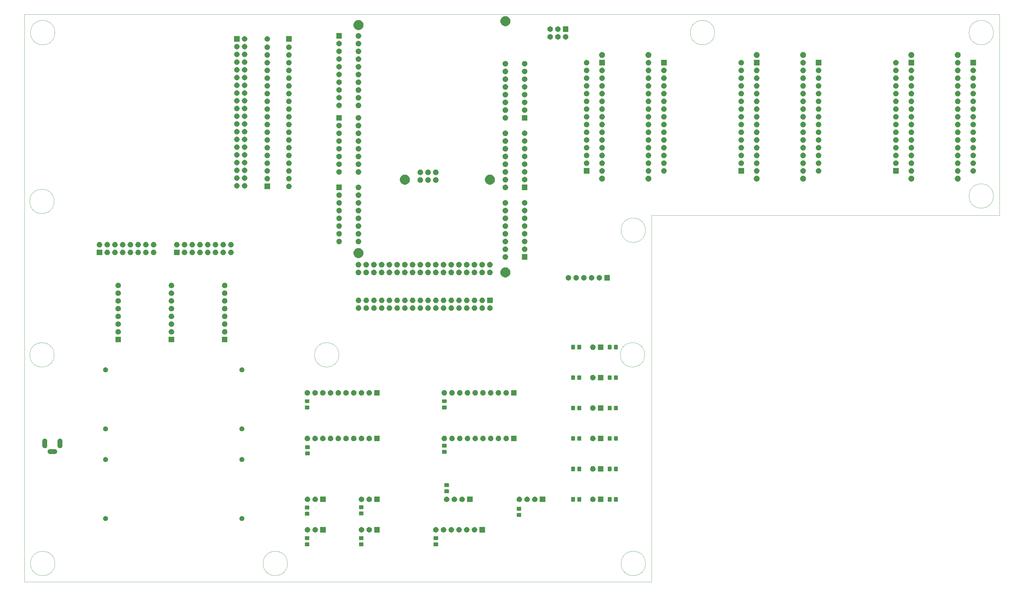
<source format=gbr>
G04 #@! TF.GenerationSoftware,KiCad,Pcbnew,(5.1.5-0)*
G04 #@! TF.CreationDate,2020-03-21T20:29:53+01:00*
G04 #@! TF.ProjectId,saufanlage,73617566-616e-46c6-9167-652e6b696361,v0.1*
G04 #@! TF.SameCoordinates,Original*
G04 #@! TF.FileFunction,Soldermask,Bot*
G04 #@! TF.FilePolarity,Negative*
%FSLAX46Y46*%
G04 Gerber Fmt 4.6, Leading zero omitted, Abs format (unit mm)*
G04 Created by KiCad (PCBNEW (5.1.5-0)) date 2020-03-21 20:29:53*
%MOMM*%
%LPD*%
G04 APERTURE LIST*
%ADD10C,0.120000*%
%ADD11C,0.050000*%
%ADD12C,0.150000*%
G04 APERTURE END LIST*
D10*
X23970000Y-102108000D02*
G75*
G03X23970000Y-102108000I-4000000J0D01*
G01*
X240951000Y-46640000D02*
G75*
G03X240951000Y-46640000I-4000000J0D01*
G01*
X117507000Y-152527000D02*
G75*
G03X117507000Y-152527000I-4000000J0D01*
G01*
X100616000Y-221076000D02*
G75*
G03X100616000Y-221076000I-4000000J0D01*
G01*
X217964000Y-152527000D02*
G75*
G03X217964000Y-152527000I-4000000J0D01*
G01*
X23970000Y-152527000D02*
G75*
G03X23970000Y-152527000I-4000000J0D01*
G01*
X332518000Y-100330000D02*
G75*
G03X332518000Y-100330000I-4000000J0D01*
G01*
X218218000Y-111570000D02*
G75*
G03X218218000Y-111570000I-4000000J0D01*
G01*
X332518000Y-46640000D02*
G75*
G03X332518000Y-46640000I-4000000J0D01*
G01*
X218218000Y-221076000D02*
G75*
G03X218218000Y-221076000I-4000000J0D01*
G01*
X24224000Y-221076000D02*
G75*
G03X24224000Y-221076000I-4000000J0D01*
G01*
X24224000Y-46640000D02*
G75*
G03X24224000Y-46640000I-4000000J0D01*
G01*
D11*
X155956000Y-40640000D02*
X334518000Y-40640000D01*
X334518000Y-106680000D02*
X334518000Y-40640000D01*
X220218000Y-106680000D02*
X334518000Y-106680000D01*
X220218000Y-227076000D02*
X220218000Y-106680000D01*
X14224000Y-227076000D02*
X220218000Y-227076000D01*
X14224000Y-40640000D02*
X14224000Y-227076000D01*
X155956000Y-40640000D02*
X14224000Y-40640000D01*
D12*
G36*
X149940674Y-214153465D02*
G01*
X149978367Y-214164899D01*
X150013103Y-214183466D01*
X150043548Y-214208452D01*
X150068534Y-214238897D01*
X150087101Y-214273633D01*
X150098535Y-214311326D01*
X150103000Y-214356661D01*
X150103000Y-215193339D01*
X150098535Y-215238674D01*
X150087101Y-215276367D01*
X150068534Y-215311103D01*
X150043548Y-215341548D01*
X150013103Y-215366534D01*
X149978367Y-215385101D01*
X149940674Y-215396535D01*
X149895339Y-215401000D01*
X148808661Y-215401000D01*
X148763326Y-215396535D01*
X148725633Y-215385101D01*
X148690897Y-215366534D01*
X148660452Y-215341548D01*
X148635466Y-215311103D01*
X148616899Y-215276367D01*
X148605465Y-215238674D01*
X148601000Y-215193339D01*
X148601000Y-214356661D01*
X148605465Y-214311326D01*
X148616899Y-214273633D01*
X148635466Y-214238897D01*
X148660452Y-214208452D01*
X148690897Y-214183466D01*
X148725633Y-214164899D01*
X148763326Y-214153465D01*
X148808661Y-214149000D01*
X149895339Y-214149000D01*
X149940674Y-214153465D01*
G37*
G36*
X125429674Y-214153465D02*
G01*
X125467367Y-214164899D01*
X125502103Y-214183466D01*
X125532548Y-214208452D01*
X125557534Y-214238897D01*
X125576101Y-214273633D01*
X125587535Y-214311326D01*
X125592000Y-214356661D01*
X125592000Y-215193339D01*
X125587535Y-215238674D01*
X125576101Y-215276367D01*
X125557534Y-215311103D01*
X125532548Y-215341548D01*
X125502103Y-215366534D01*
X125467367Y-215385101D01*
X125429674Y-215396535D01*
X125384339Y-215401000D01*
X124297661Y-215401000D01*
X124252326Y-215396535D01*
X124214633Y-215385101D01*
X124179897Y-215366534D01*
X124149452Y-215341548D01*
X124124466Y-215311103D01*
X124105899Y-215276367D01*
X124094465Y-215238674D01*
X124090000Y-215193339D01*
X124090000Y-214356661D01*
X124094465Y-214311326D01*
X124105899Y-214273633D01*
X124124466Y-214238897D01*
X124149452Y-214208452D01*
X124179897Y-214183466D01*
X124214633Y-214164899D01*
X124252326Y-214153465D01*
X124297661Y-214149000D01*
X125384339Y-214149000D01*
X125429674Y-214153465D01*
G37*
G36*
X107649674Y-214153465D02*
G01*
X107687367Y-214164899D01*
X107722103Y-214183466D01*
X107752548Y-214208452D01*
X107777534Y-214238897D01*
X107796101Y-214273633D01*
X107807535Y-214311326D01*
X107812000Y-214356661D01*
X107812000Y-215193339D01*
X107807535Y-215238674D01*
X107796101Y-215276367D01*
X107777534Y-215311103D01*
X107752548Y-215341548D01*
X107722103Y-215366534D01*
X107687367Y-215385101D01*
X107649674Y-215396535D01*
X107604339Y-215401000D01*
X106517661Y-215401000D01*
X106472326Y-215396535D01*
X106434633Y-215385101D01*
X106399897Y-215366534D01*
X106369452Y-215341548D01*
X106344466Y-215311103D01*
X106325899Y-215276367D01*
X106314465Y-215238674D01*
X106310000Y-215193339D01*
X106310000Y-214356661D01*
X106314465Y-214311326D01*
X106325899Y-214273633D01*
X106344466Y-214238897D01*
X106369452Y-214208452D01*
X106399897Y-214183466D01*
X106434633Y-214164899D01*
X106472326Y-214153465D01*
X106517661Y-214149000D01*
X107604339Y-214149000D01*
X107649674Y-214153465D01*
G37*
G36*
X149940674Y-212103465D02*
G01*
X149978367Y-212114899D01*
X150013103Y-212133466D01*
X150043548Y-212158452D01*
X150068534Y-212188897D01*
X150087101Y-212223633D01*
X150098535Y-212261326D01*
X150103000Y-212306661D01*
X150103000Y-213143339D01*
X150098535Y-213188674D01*
X150087101Y-213226367D01*
X150068534Y-213261103D01*
X150043548Y-213291548D01*
X150013103Y-213316534D01*
X149978367Y-213335101D01*
X149940674Y-213346535D01*
X149895339Y-213351000D01*
X148808661Y-213351000D01*
X148763326Y-213346535D01*
X148725633Y-213335101D01*
X148690897Y-213316534D01*
X148660452Y-213291548D01*
X148635466Y-213261103D01*
X148616899Y-213226367D01*
X148605465Y-213188674D01*
X148601000Y-213143339D01*
X148601000Y-212306661D01*
X148605465Y-212261326D01*
X148616899Y-212223633D01*
X148635466Y-212188897D01*
X148660452Y-212158452D01*
X148690897Y-212133466D01*
X148725633Y-212114899D01*
X148763326Y-212103465D01*
X148808661Y-212099000D01*
X149895339Y-212099000D01*
X149940674Y-212103465D01*
G37*
G36*
X125429674Y-212103465D02*
G01*
X125467367Y-212114899D01*
X125502103Y-212133466D01*
X125532548Y-212158452D01*
X125557534Y-212188897D01*
X125576101Y-212223633D01*
X125587535Y-212261326D01*
X125592000Y-212306661D01*
X125592000Y-213143339D01*
X125587535Y-213188674D01*
X125576101Y-213226367D01*
X125557534Y-213261103D01*
X125532548Y-213291548D01*
X125502103Y-213316534D01*
X125467367Y-213335101D01*
X125429674Y-213346535D01*
X125384339Y-213351000D01*
X124297661Y-213351000D01*
X124252326Y-213346535D01*
X124214633Y-213335101D01*
X124179897Y-213316534D01*
X124149452Y-213291548D01*
X124124466Y-213261103D01*
X124105899Y-213226367D01*
X124094465Y-213188674D01*
X124090000Y-213143339D01*
X124090000Y-212306661D01*
X124094465Y-212261326D01*
X124105899Y-212223633D01*
X124124466Y-212188897D01*
X124149452Y-212158452D01*
X124179897Y-212133466D01*
X124214633Y-212114899D01*
X124252326Y-212103465D01*
X124297661Y-212099000D01*
X125384339Y-212099000D01*
X125429674Y-212103465D01*
G37*
G36*
X107649674Y-212103465D02*
G01*
X107687367Y-212114899D01*
X107722103Y-212133466D01*
X107752548Y-212158452D01*
X107777534Y-212188897D01*
X107796101Y-212223633D01*
X107807535Y-212261326D01*
X107812000Y-212306661D01*
X107812000Y-213143339D01*
X107807535Y-213188674D01*
X107796101Y-213226367D01*
X107777534Y-213261103D01*
X107752548Y-213291548D01*
X107722103Y-213316534D01*
X107687367Y-213335101D01*
X107649674Y-213346535D01*
X107604339Y-213351000D01*
X106517661Y-213351000D01*
X106472326Y-213346535D01*
X106434633Y-213335101D01*
X106399897Y-213316534D01*
X106369452Y-213291548D01*
X106344466Y-213261103D01*
X106325899Y-213226367D01*
X106314465Y-213188674D01*
X106310000Y-213143339D01*
X106310000Y-212306661D01*
X106314465Y-212261326D01*
X106325899Y-212223633D01*
X106344466Y-212188897D01*
X106369452Y-212158452D01*
X106399897Y-212133466D01*
X106434633Y-212114899D01*
X106472326Y-212103465D01*
X106517661Y-212099000D01*
X107604339Y-212099000D01*
X107649674Y-212103465D01*
G37*
G36*
X149465512Y-209103927D02*
G01*
X149614812Y-209133624D01*
X149778784Y-209201544D01*
X149926354Y-209300147D01*
X150051853Y-209425646D01*
X150150456Y-209573216D01*
X150218376Y-209737188D01*
X150253000Y-209911259D01*
X150253000Y-210088741D01*
X150218376Y-210262812D01*
X150150456Y-210426784D01*
X150051853Y-210574354D01*
X149926354Y-210699853D01*
X149778784Y-210798456D01*
X149614812Y-210866376D01*
X149465512Y-210896073D01*
X149440742Y-210901000D01*
X149263258Y-210901000D01*
X149238488Y-210896073D01*
X149089188Y-210866376D01*
X148925216Y-210798456D01*
X148777646Y-210699853D01*
X148652147Y-210574354D01*
X148553544Y-210426784D01*
X148485624Y-210262812D01*
X148451000Y-210088741D01*
X148451000Y-209911259D01*
X148485624Y-209737188D01*
X148553544Y-209573216D01*
X148652147Y-209425646D01*
X148777646Y-209300147D01*
X148925216Y-209201544D01*
X149089188Y-209133624D01*
X149238488Y-209103927D01*
X149263258Y-209099000D01*
X149440742Y-209099000D01*
X149465512Y-209103927D01*
G37*
G36*
X130901000Y-210901000D02*
G01*
X129099000Y-210901000D01*
X129099000Y-209099000D01*
X130901000Y-209099000D01*
X130901000Y-210901000D01*
G37*
G36*
X127573512Y-209103927D02*
G01*
X127722812Y-209133624D01*
X127886784Y-209201544D01*
X128034354Y-209300147D01*
X128159853Y-209425646D01*
X128258456Y-209573216D01*
X128326376Y-209737188D01*
X128361000Y-209911259D01*
X128361000Y-210088741D01*
X128326376Y-210262812D01*
X128258456Y-210426784D01*
X128159853Y-210574354D01*
X128034354Y-210699853D01*
X127886784Y-210798456D01*
X127722812Y-210866376D01*
X127573512Y-210896073D01*
X127548742Y-210901000D01*
X127371258Y-210901000D01*
X127346488Y-210896073D01*
X127197188Y-210866376D01*
X127033216Y-210798456D01*
X126885646Y-210699853D01*
X126760147Y-210574354D01*
X126661544Y-210426784D01*
X126593624Y-210262812D01*
X126559000Y-210088741D01*
X126559000Y-209911259D01*
X126593624Y-209737188D01*
X126661544Y-209573216D01*
X126760147Y-209425646D01*
X126885646Y-209300147D01*
X127033216Y-209201544D01*
X127197188Y-209133624D01*
X127346488Y-209103927D01*
X127371258Y-209099000D01*
X127548742Y-209099000D01*
X127573512Y-209103927D01*
G37*
G36*
X125033512Y-209103927D02*
G01*
X125182812Y-209133624D01*
X125346784Y-209201544D01*
X125494354Y-209300147D01*
X125619853Y-209425646D01*
X125718456Y-209573216D01*
X125786376Y-209737188D01*
X125821000Y-209911259D01*
X125821000Y-210088741D01*
X125786376Y-210262812D01*
X125718456Y-210426784D01*
X125619853Y-210574354D01*
X125494354Y-210699853D01*
X125346784Y-210798456D01*
X125182812Y-210866376D01*
X125033512Y-210896073D01*
X125008742Y-210901000D01*
X124831258Y-210901000D01*
X124806488Y-210896073D01*
X124657188Y-210866376D01*
X124493216Y-210798456D01*
X124345646Y-210699853D01*
X124220147Y-210574354D01*
X124121544Y-210426784D01*
X124053624Y-210262812D01*
X124019000Y-210088741D01*
X124019000Y-209911259D01*
X124053624Y-209737188D01*
X124121544Y-209573216D01*
X124220147Y-209425646D01*
X124345646Y-209300147D01*
X124493216Y-209201544D01*
X124657188Y-209133624D01*
X124806488Y-209103927D01*
X124831258Y-209099000D01*
X125008742Y-209099000D01*
X125033512Y-209103927D01*
G37*
G36*
X113169000Y-210901000D02*
G01*
X111367000Y-210901000D01*
X111367000Y-209099000D01*
X113169000Y-209099000D01*
X113169000Y-210901000D01*
G37*
G36*
X109841512Y-209103927D02*
G01*
X109990812Y-209133624D01*
X110154784Y-209201544D01*
X110302354Y-209300147D01*
X110427853Y-209425646D01*
X110526456Y-209573216D01*
X110594376Y-209737188D01*
X110629000Y-209911259D01*
X110629000Y-210088741D01*
X110594376Y-210262812D01*
X110526456Y-210426784D01*
X110427853Y-210574354D01*
X110302354Y-210699853D01*
X110154784Y-210798456D01*
X109990812Y-210866376D01*
X109841512Y-210896073D01*
X109816742Y-210901000D01*
X109639258Y-210901000D01*
X109614488Y-210896073D01*
X109465188Y-210866376D01*
X109301216Y-210798456D01*
X109153646Y-210699853D01*
X109028147Y-210574354D01*
X108929544Y-210426784D01*
X108861624Y-210262812D01*
X108827000Y-210088741D01*
X108827000Y-209911259D01*
X108861624Y-209737188D01*
X108929544Y-209573216D01*
X109028147Y-209425646D01*
X109153646Y-209300147D01*
X109301216Y-209201544D01*
X109465188Y-209133624D01*
X109614488Y-209103927D01*
X109639258Y-209099000D01*
X109816742Y-209099000D01*
X109841512Y-209103927D01*
G37*
G36*
X107301512Y-209103927D02*
G01*
X107450812Y-209133624D01*
X107614784Y-209201544D01*
X107762354Y-209300147D01*
X107887853Y-209425646D01*
X107986456Y-209573216D01*
X108054376Y-209737188D01*
X108089000Y-209911259D01*
X108089000Y-210088741D01*
X108054376Y-210262812D01*
X107986456Y-210426784D01*
X107887853Y-210574354D01*
X107762354Y-210699853D01*
X107614784Y-210798456D01*
X107450812Y-210866376D01*
X107301512Y-210896073D01*
X107276742Y-210901000D01*
X107099258Y-210901000D01*
X107074488Y-210896073D01*
X106925188Y-210866376D01*
X106761216Y-210798456D01*
X106613646Y-210699853D01*
X106488147Y-210574354D01*
X106389544Y-210426784D01*
X106321624Y-210262812D01*
X106287000Y-210088741D01*
X106287000Y-209911259D01*
X106321624Y-209737188D01*
X106389544Y-209573216D01*
X106488147Y-209425646D01*
X106613646Y-209300147D01*
X106761216Y-209201544D01*
X106925188Y-209133624D01*
X107074488Y-209103927D01*
X107099258Y-209099000D01*
X107276742Y-209099000D01*
X107301512Y-209103927D01*
G37*
G36*
X165493000Y-210901000D02*
G01*
X163691000Y-210901000D01*
X163691000Y-209099000D01*
X165493000Y-209099000D01*
X165493000Y-210901000D01*
G37*
G36*
X152005512Y-209103927D02*
G01*
X152154812Y-209133624D01*
X152318784Y-209201544D01*
X152466354Y-209300147D01*
X152591853Y-209425646D01*
X152690456Y-209573216D01*
X152758376Y-209737188D01*
X152793000Y-209911259D01*
X152793000Y-210088741D01*
X152758376Y-210262812D01*
X152690456Y-210426784D01*
X152591853Y-210574354D01*
X152466354Y-210699853D01*
X152318784Y-210798456D01*
X152154812Y-210866376D01*
X152005512Y-210896073D01*
X151980742Y-210901000D01*
X151803258Y-210901000D01*
X151778488Y-210896073D01*
X151629188Y-210866376D01*
X151465216Y-210798456D01*
X151317646Y-210699853D01*
X151192147Y-210574354D01*
X151093544Y-210426784D01*
X151025624Y-210262812D01*
X150991000Y-210088741D01*
X150991000Y-209911259D01*
X151025624Y-209737188D01*
X151093544Y-209573216D01*
X151192147Y-209425646D01*
X151317646Y-209300147D01*
X151465216Y-209201544D01*
X151629188Y-209133624D01*
X151778488Y-209103927D01*
X151803258Y-209099000D01*
X151980742Y-209099000D01*
X152005512Y-209103927D01*
G37*
G36*
X154545512Y-209103927D02*
G01*
X154694812Y-209133624D01*
X154858784Y-209201544D01*
X155006354Y-209300147D01*
X155131853Y-209425646D01*
X155230456Y-209573216D01*
X155298376Y-209737188D01*
X155333000Y-209911259D01*
X155333000Y-210088741D01*
X155298376Y-210262812D01*
X155230456Y-210426784D01*
X155131853Y-210574354D01*
X155006354Y-210699853D01*
X154858784Y-210798456D01*
X154694812Y-210866376D01*
X154545512Y-210896073D01*
X154520742Y-210901000D01*
X154343258Y-210901000D01*
X154318488Y-210896073D01*
X154169188Y-210866376D01*
X154005216Y-210798456D01*
X153857646Y-210699853D01*
X153732147Y-210574354D01*
X153633544Y-210426784D01*
X153565624Y-210262812D01*
X153531000Y-210088741D01*
X153531000Y-209911259D01*
X153565624Y-209737188D01*
X153633544Y-209573216D01*
X153732147Y-209425646D01*
X153857646Y-209300147D01*
X154005216Y-209201544D01*
X154169188Y-209133624D01*
X154318488Y-209103927D01*
X154343258Y-209099000D01*
X154520742Y-209099000D01*
X154545512Y-209103927D01*
G37*
G36*
X157085512Y-209103927D02*
G01*
X157234812Y-209133624D01*
X157398784Y-209201544D01*
X157546354Y-209300147D01*
X157671853Y-209425646D01*
X157770456Y-209573216D01*
X157838376Y-209737188D01*
X157873000Y-209911259D01*
X157873000Y-210088741D01*
X157838376Y-210262812D01*
X157770456Y-210426784D01*
X157671853Y-210574354D01*
X157546354Y-210699853D01*
X157398784Y-210798456D01*
X157234812Y-210866376D01*
X157085512Y-210896073D01*
X157060742Y-210901000D01*
X156883258Y-210901000D01*
X156858488Y-210896073D01*
X156709188Y-210866376D01*
X156545216Y-210798456D01*
X156397646Y-210699853D01*
X156272147Y-210574354D01*
X156173544Y-210426784D01*
X156105624Y-210262812D01*
X156071000Y-210088741D01*
X156071000Y-209911259D01*
X156105624Y-209737188D01*
X156173544Y-209573216D01*
X156272147Y-209425646D01*
X156397646Y-209300147D01*
X156545216Y-209201544D01*
X156709188Y-209133624D01*
X156858488Y-209103927D01*
X156883258Y-209099000D01*
X157060742Y-209099000D01*
X157085512Y-209103927D01*
G37*
G36*
X162165512Y-209103927D02*
G01*
X162314812Y-209133624D01*
X162478784Y-209201544D01*
X162626354Y-209300147D01*
X162751853Y-209425646D01*
X162850456Y-209573216D01*
X162918376Y-209737188D01*
X162953000Y-209911259D01*
X162953000Y-210088741D01*
X162918376Y-210262812D01*
X162850456Y-210426784D01*
X162751853Y-210574354D01*
X162626354Y-210699853D01*
X162478784Y-210798456D01*
X162314812Y-210866376D01*
X162165512Y-210896073D01*
X162140742Y-210901000D01*
X161963258Y-210901000D01*
X161938488Y-210896073D01*
X161789188Y-210866376D01*
X161625216Y-210798456D01*
X161477646Y-210699853D01*
X161352147Y-210574354D01*
X161253544Y-210426784D01*
X161185624Y-210262812D01*
X161151000Y-210088741D01*
X161151000Y-209911259D01*
X161185624Y-209737188D01*
X161253544Y-209573216D01*
X161352147Y-209425646D01*
X161477646Y-209300147D01*
X161625216Y-209201544D01*
X161789188Y-209133624D01*
X161938488Y-209103927D01*
X161963258Y-209099000D01*
X162140742Y-209099000D01*
X162165512Y-209103927D01*
G37*
G36*
X159625512Y-209103927D02*
G01*
X159774812Y-209133624D01*
X159938784Y-209201544D01*
X160086354Y-209300147D01*
X160211853Y-209425646D01*
X160310456Y-209573216D01*
X160378376Y-209737188D01*
X160413000Y-209911259D01*
X160413000Y-210088741D01*
X160378376Y-210262812D01*
X160310456Y-210426784D01*
X160211853Y-210574354D01*
X160086354Y-210699853D01*
X159938784Y-210798456D01*
X159774812Y-210866376D01*
X159625512Y-210896073D01*
X159600742Y-210901000D01*
X159423258Y-210901000D01*
X159398488Y-210896073D01*
X159249188Y-210866376D01*
X159085216Y-210798456D01*
X158937646Y-210699853D01*
X158812147Y-210574354D01*
X158713544Y-210426784D01*
X158645624Y-210262812D01*
X158611000Y-210088741D01*
X158611000Y-209911259D01*
X158645624Y-209737188D01*
X158713544Y-209573216D01*
X158812147Y-209425646D01*
X158937646Y-209300147D01*
X159085216Y-209201544D01*
X159249188Y-209133624D01*
X159398488Y-209103927D01*
X159423258Y-209099000D01*
X159600742Y-209099000D01*
X159625512Y-209103927D01*
G37*
G36*
X41083142Y-205514242D02*
G01*
X41231101Y-205575529D01*
X41364255Y-205664499D01*
X41477501Y-205777745D01*
X41566471Y-205910899D01*
X41627758Y-206058858D01*
X41659000Y-206215925D01*
X41659000Y-206376075D01*
X41627758Y-206533142D01*
X41566471Y-206681101D01*
X41477501Y-206814255D01*
X41364255Y-206927501D01*
X41231101Y-207016471D01*
X41083142Y-207077758D01*
X40926075Y-207109000D01*
X40765925Y-207109000D01*
X40608858Y-207077758D01*
X40460899Y-207016471D01*
X40327745Y-206927501D01*
X40214499Y-206814255D01*
X40125529Y-206681101D01*
X40064242Y-206533142D01*
X40033000Y-206376075D01*
X40033000Y-206215925D01*
X40064242Y-206058858D01*
X40125529Y-205910899D01*
X40214499Y-205777745D01*
X40327745Y-205664499D01*
X40460899Y-205575529D01*
X40608858Y-205514242D01*
X40765925Y-205483000D01*
X40926075Y-205483000D01*
X41083142Y-205514242D01*
G37*
G36*
X85883142Y-205514242D02*
G01*
X86031101Y-205575529D01*
X86164255Y-205664499D01*
X86277501Y-205777745D01*
X86366471Y-205910899D01*
X86427758Y-206058858D01*
X86459000Y-206215925D01*
X86459000Y-206376075D01*
X86427758Y-206533142D01*
X86366471Y-206681101D01*
X86277501Y-206814255D01*
X86164255Y-206927501D01*
X86031101Y-207016471D01*
X85883142Y-207077758D01*
X85726075Y-207109000D01*
X85565925Y-207109000D01*
X85408858Y-207077758D01*
X85260899Y-207016471D01*
X85127745Y-206927501D01*
X85014499Y-206814255D01*
X84925529Y-206681101D01*
X84864242Y-206533142D01*
X84833000Y-206376075D01*
X84833000Y-206215925D01*
X84864242Y-206058858D01*
X84925529Y-205910899D01*
X85014499Y-205777745D01*
X85127745Y-205664499D01*
X85260899Y-205575529D01*
X85408858Y-205514242D01*
X85565925Y-205483000D01*
X85726075Y-205483000D01*
X85883142Y-205514242D01*
G37*
G36*
X177245674Y-204501465D02*
G01*
X177283367Y-204512899D01*
X177318103Y-204531466D01*
X177348548Y-204556452D01*
X177373534Y-204586897D01*
X177392101Y-204621633D01*
X177403535Y-204659326D01*
X177408000Y-204704661D01*
X177408000Y-205541339D01*
X177403535Y-205586674D01*
X177392101Y-205624367D01*
X177373534Y-205659103D01*
X177348548Y-205689548D01*
X177318103Y-205714534D01*
X177283367Y-205733101D01*
X177245674Y-205744535D01*
X177200339Y-205749000D01*
X176113661Y-205749000D01*
X176068326Y-205744535D01*
X176030633Y-205733101D01*
X175995897Y-205714534D01*
X175965452Y-205689548D01*
X175940466Y-205659103D01*
X175921899Y-205624367D01*
X175910465Y-205586674D01*
X175906000Y-205541339D01*
X175906000Y-204704661D01*
X175910465Y-204659326D01*
X175921899Y-204621633D01*
X175940466Y-204586897D01*
X175965452Y-204556452D01*
X175995897Y-204531466D01*
X176030633Y-204512899D01*
X176068326Y-204501465D01*
X176113661Y-204497000D01*
X177200339Y-204497000D01*
X177245674Y-204501465D01*
G37*
G36*
X107649674Y-204120465D02*
G01*
X107687367Y-204131899D01*
X107722103Y-204150466D01*
X107752548Y-204175452D01*
X107777534Y-204205897D01*
X107796101Y-204240633D01*
X107807535Y-204278326D01*
X107812000Y-204323661D01*
X107812000Y-205160339D01*
X107807535Y-205205674D01*
X107796101Y-205243367D01*
X107777534Y-205278103D01*
X107752548Y-205308548D01*
X107722103Y-205333534D01*
X107687367Y-205352101D01*
X107649674Y-205363535D01*
X107604339Y-205368000D01*
X106517661Y-205368000D01*
X106472326Y-205363535D01*
X106434633Y-205352101D01*
X106399897Y-205333534D01*
X106369452Y-205308548D01*
X106344466Y-205278103D01*
X106325899Y-205243367D01*
X106314465Y-205205674D01*
X106310000Y-205160339D01*
X106310000Y-204323661D01*
X106314465Y-204278326D01*
X106325899Y-204240633D01*
X106344466Y-204205897D01*
X106369452Y-204175452D01*
X106399897Y-204150466D01*
X106434633Y-204131899D01*
X106472326Y-204120465D01*
X106517661Y-204116000D01*
X107604339Y-204116000D01*
X107649674Y-204120465D01*
G37*
G36*
X125429674Y-203993465D02*
G01*
X125467367Y-204004899D01*
X125502103Y-204023466D01*
X125532548Y-204048452D01*
X125557534Y-204078897D01*
X125576101Y-204113633D01*
X125587535Y-204151326D01*
X125592000Y-204196661D01*
X125592000Y-205033339D01*
X125587535Y-205078674D01*
X125576101Y-205116367D01*
X125557534Y-205151103D01*
X125532548Y-205181548D01*
X125502103Y-205206534D01*
X125467367Y-205225101D01*
X125429674Y-205236535D01*
X125384339Y-205241000D01*
X124297661Y-205241000D01*
X124252326Y-205236535D01*
X124214633Y-205225101D01*
X124179897Y-205206534D01*
X124149452Y-205181548D01*
X124124466Y-205151103D01*
X124105899Y-205116367D01*
X124094465Y-205078674D01*
X124090000Y-205033339D01*
X124090000Y-204196661D01*
X124094465Y-204151326D01*
X124105899Y-204113633D01*
X124124466Y-204078897D01*
X124149452Y-204048452D01*
X124179897Y-204023466D01*
X124214633Y-204004899D01*
X124252326Y-203993465D01*
X124297661Y-203989000D01*
X125384339Y-203989000D01*
X125429674Y-203993465D01*
G37*
G36*
X177245674Y-202451465D02*
G01*
X177283367Y-202462899D01*
X177318103Y-202481466D01*
X177348548Y-202506452D01*
X177373534Y-202536897D01*
X177392101Y-202571633D01*
X177403535Y-202609326D01*
X177408000Y-202654661D01*
X177408000Y-203491339D01*
X177403535Y-203536674D01*
X177392101Y-203574367D01*
X177373534Y-203609103D01*
X177348548Y-203639548D01*
X177318103Y-203664534D01*
X177283367Y-203683101D01*
X177245674Y-203694535D01*
X177200339Y-203699000D01*
X176113661Y-203699000D01*
X176068326Y-203694535D01*
X176030633Y-203683101D01*
X175995897Y-203664534D01*
X175965452Y-203639548D01*
X175940466Y-203609103D01*
X175921899Y-203574367D01*
X175910465Y-203536674D01*
X175906000Y-203491339D01*
X175906000Y-202654661D01*
X175910465Y-202609326D01*
X175921899Y-202571633D01*
X175940466Y-202536897D01*
X175965452Y-202506452D01*
X175995897Y-202481466D01*
X176030633Y-202462899D01*
X176068326Y-202451465D01*
X176113661Y-202447000D01*
X177200339Y-202447000D01*
X177245674Y-202451465D01*
G37*
G36*
X107649674Y-202070465D02*
G01*
X107687367Y-202081899D01*
X107722103Y-202100466D01*
X107752548Y-202125452D01*
X107777534Y-202155897D01*
X107796101Y-202190633D01*
X107807535Y-202228326D01*
X107812000Y-202273661D01*
X107812000Y-203110339D01*
X107807535Y-203155674D01*
X107796101Y-203193367D01*
X107777534Y-203228103D01*
X107752548Y-203258548D01*
X107722103Y-203283534D01*
X107687367Y-203302101D01*
X107649674Y-203313535D01*
X107604339Y-203318000D01*
X106517661Y-203318000D01*
X106472326Y-203313535D01*
X106434633Y-203302101D01*
X106399897Y-203283534D01*
X106369452Y-203258548D01*
X106344466Y-203228103D01*
X106325899Y-203193367D01*
X106314465Y-203155674D01*
X106310000Y-203110339D01*
X106310000Y-202273661D01*
X106314465Y-202228326D01*
X106325899Y-202190633D01*
X106344466Y-202155897D01*
X106369452Y-202125452D01*
X106399897Y-202100466D01*
X106434633Y-202081899D01*
X106472326Y-202070465D01*
X106517661Y-202066000D01*
X107604339Y-202066000D01*
X107649674Y-202070465D01*
G37*
G36*
X125429674Y-201943465D02*
G01*
X125467367Y-201954899D01*
X125502103Y-201973466D01*
X125532548Y-201998452D01*
X125557534Y-202028897D01*
X125576101Y-202063633D01*
X125587535Y-202101326D01*
X125592000Y-202146661D01*
X125592000Y-202983339D01*
X125587535Y-203028674D01*
X125576101Y-203066367D01*
X125557534Y-203101103D01*
X125532548Y-203131548D01*
X125502103Y-203156534D01*
X125467367Y-203175101D01*
X125429674Y-203186535D01*
X125384339Y-203191000D01*
X124297661Y-203191000D01*
X124252326Y-203186535D01*
X124214633Y-203175101D01*
X124179897Y-203156534D01*
X124149452Y-203131548D01*
X124124466Y-203101103D01*
X124105899Y-203066367D01*
X124094465Y-203028674D01*
X124090000Y-202983339D01*
X124090000Y-202146661D01*
X124094465Y-202101326D01*
X124105899Y-202063633D01*
X124124466Y-202028897D01*
X124149452Y-201998452D01*
X124179897Y-201973466D01*
X124214633Y-201954899D01*
X124252326Y-201943465D01*
X124297661Y-201939000D01*
X125384339Y-201939000D01*
X125429674Y-201943465D01*
G37*
G36*
X153021512Y-199103927D02*
G01*
X153170812Y-199133624D01*
X153334784Y-199201544D01*
X153482354Y-199300147D01*
X153607853Y-199425646D01*
X153706456Y-199573216D01*
X153774376Y-199737188D01*
X153809000Y-199911259D01*
X153809000Y-200088741D01*
X153774376Y-200262812D01*
X153706456Y-200426784D01*
X153607853Y-200574354D01*
X153482354Y-200699853D01*
X153334784Y-200798456D01*
X153170812Y-200866376D01*
X153021512Y-200896073D01*
X152996742Y-200901000D01*
X152819258Y-200901000D01*
X152794488Y-200896073D01*
X152645188Y-200866376D01*
X152481216Y-200798456D01*
X152333646Y-200699853D01*
X152208147Y-200574354D01*
X152109544Y-200426784D01*
X152041624Y-200262812D01*
X152007000Y-200088741D01*
X152007000Y-199911259D01*
X152041624Y-199737188D01*
X152109544Y-199573216D01*
X152208147Y-199425646D01*
X152333646Y-199300147D01*
X152481216Y-199201544D01*
X152645188Y-199133624D01*
X152794488Y-199103927D01*
X152819258Y-199099000D01*
X152996742Y-199099000D01*
X153021512Y-199103927D01*
G37*
G36*
X155561512Y-199103927D02*
G01*
X155710812Y-199133624D01*
X155874784Y-199201544D01*
X156022354Y-199300147D01*
X156147853Y-199425646D01*
X156246456Y-199573216D01*
X156314376Y-199737188D01*
X156349000Y-199911259D01*
X156349000Y-200088741D01*
X156314376Y-200262812D01*
X156246456Y-200426784D01*
X156147853Y-200574354D01*
X156022354Y-200699853D01*
X155874784Y-200798456D01*
X155710812Y-200866376D01*
X155561512Y-200896073D01*
X155536742Y-200901000D01*
X155359258Y-200901000D01*
X155334488Y-200896073D01*
X155185188Y-200866376D01*
X155021216Y-200798456D01*
X154873646Y-200699853D01*
X154748147Y-200574354D01*
X154649544Y-200426784D01*
X154581624Y-200262812D01*
X154547000Y-200088741D01*
X154547000Y-199911259D01*
X154581624Y-199737188D01*
X154649544Y-199573216D01*
X154748147Y-199425646D01*
X154873646Y-199300147D01*
X155021216Y-199201544D01*
X155185188Y-199133624D01*
X155334488Y-199103927D01*
X155359258Y-199099000D01*
X155536742Y-199099000D01*
X155561512Y-199103927D01*
G37*
G36*
X158101512Y-199103927D02*
G01*
X158250812Y-199133624D01*
X158414784Y-199201544D01*
X158562354Y-199300147D01*
X158687853Y-199425646D01*
X158786456Y-199573216D01*
X158854376Y-199737188D01*
X158889000Y-199911259D01*
X158889000Y-200088741D01*
X158854376Y-200262812D01*
X158786456Y-200426784D01*
X158687853Y-200574354D01*
X158562354Y-200699853D01*
X158414784Y-200798456D01*
X158250812Y-200866376D01*
X158101512Y-200896073D01*
X158076742Y-200901000D01*
X157899258Y-200901000D01*
X157874488Y-200896073D01*
X157725188Y-200866376D01*
X157561216Y-200798456D01*
X157413646Y-200699853D01*
X157288147Y-200574354D01*
X157189544Y-200426784D01*
X157121624Y-200262812D01*
X157087000Y-200088741D01*
X157087000Y-199911259D01*
X157121624Y-199737188D01*
X157189544Y-199573216D01*
X157288147Y-199425646D01*
X157413646Y-199300147D01*
X157561216Y-199201544D01*
X157725188Y-199133624D01*
X157874488Y-199103927D01*
X157899258Y-199099000D01*
X158076742Y-199099000D01*
X158101512Y-199103927D01*
G37*
G36*
X161429000Y-200901000D02*
G01*
X159627000Y-200901000D01*
X159627000Y-199099000D01*
X161429000Y-199099000D01*
X161429000Y-200901000D01*
G37*
G36*
X204377000Y-200901000D02*
G01*
X202575000Y-200901000D01*
X202575000Y-199099000D01*
X204377000Y-199099000D01*
X204377000Y-200901000D01*
G37*
G36*
X201049512Y-199103927D02*
G01*
X201198812Y-199133624D01*
X201362784Y-199201544D01*
X201510354Y-199300147D01*
X201635853Y-199425646D01*
X201734456Y-199573216D01*
X201802376Y-199737188D01*
X201837000Y-199911259D01*
X201837000Y-200088741D01*
X201802376Y-200262812D01*
X201734456Y-200426784D01*
X201635853Y-200574354D01*
X201510354Y-200699853D01*
X201362784Y-200798456D01*
X201198812Y-200866376D01*
X201049512Y-200896073D01*
X201024742Y-200901000D01*
X200847258Y-200901000D01*
X200822488Y-200896073D01*
X200673188Y-200866376D01*
X200509216Y-200798456D01*
X200361646Y-200699853D01*
X200236147Y-200574354D01*
X200137544Y-200426784D01*
X200069624Y-200262812D01*
X200035000Y-200088741D01*
X200035000Y-199911259D01*
X200069624Y-199737188D01*
X200137544Y-199573216D01*
X200236147Y-199425646D01*
X200361646Y-199300147D01*
X200509216Y-199201544D01*
X200673188Y-199133624D01*
X200822488Y-199103927D01*
X200847258Y-199099000D01*
X201024742Y-199099000D01*
X201049512Y-199103927D01*
G37*
G36*
X107301512Y-199103927D02*
G01*
X107450812Y-199133624D01*
X107614784Y-199201544D01*
X107762354Y-199300147D01*
X107887853Y-199425646D01*
X107986456Y-199573216D01*
X108054376Y-199737188D01*
X108089000Y-199911259D01*
X108089000Y-200088741D01*
X108054376Y-200262812D01*
X107986456Y-200426784D01*
X107887853Y-200574354D01*
X107762354Y-200699853D01*
X107614784Y-200798456D01*
X107450812Y-200866376D01*
X107301512Y-200896073D01*
X107276742Y-200901000D01*
X107099258Y-200901000D01*
X107074488Y-200896073D01*
X106925188Y-200866376D01*
X106761216Y-200798456D01*
X106613646Y-200699853D01*
X106488147Y-200574354D01*
X106389544Y-200426784D01*
X106321624Y-200262812D01*
X106287000Y-200088741D01*
X106287000Y-199911259D01*
X106321624Y-199737188D01*
X106389544Y-199573216D01*
X106488147Y-199425646D01*
X106613646Y-199300147D01*
X106761216Y-199201544D01*
X106925188Y-199133624D01*
X107074488Y-199103927D01*
X107099258Y-199099000D01*
X107276742Y-199099000D01*
X107301512Y-199103927D01*
G37*
G36*
X109841512Y-199103927D02*
G01*
X109990812Y-199133624D01*
X110154784Y-199201544D01*
X110302354Y-199300147D01*
X110427853Y-199425646D01*
X110526456Y-199573216D01*
X110594376Y-199737188D01*
X110629000Y-199911259D01*
X110629000Y-200088741D01*
X110594376Y-200262812D01*
X110526456Y-200426784D01*
X110427853Y-200574354D01*
X110302354Y-200699853D01*
X110154784Y-200798456D01*
X109990812Y-200866376D01*
X109841512Y-200896073D01*
X109816742Y-200901000D01*
X109639258Y-200901000D01*
X109614488Y-200896073D01*
X109465188Y-200866376D01*
X109301216Y-200798456D01*
X109153646Y-200699853D01*
X109028147Y-200574354D01*
X108929544Y-200426784D01*
X108861624Y-200262812D01*
X108827000Y-200088741D01*
X108827000Y-199911259D01*
X108861624Y-199737188D01*
X108929544Y-199573216D01*
X109028147Y-199425646D01*
X109153646Y-199300147D01*
X109301216Y-199201544D01*
X109465188Y-199133624D01*
X109614488Y-199103927D01*
X109639258Y-199099000D01*
X109816742Y-199099000D01*
X109841512Y-199103927D01*
G37*
G36*
X179437512Y-199103927D02*
G01*
X179586812Y-199133624D01*
X179750784Y-199201544D01*
X179898354Y-199300147D01*
X180023853Y-199425646D01*
X180122456Y-199573216D01*
X180190376Y-199737188D01*
X180225000Y-199911259D01*
X180225000Y-200088741D01*
X180190376Y-200262812D01*
X180122456Y-200426784D01*
X180023853Y-200574354D01*
X179898354Y-200699853D01*
X179750784Y-200798456D01*
X179586812Y-200866376D01*
X179437512Y-200896073D01*
X179412742Y-200901000D01*
X179235258Y-200901000D01*
X179210488Y-200896073D01*
X179061188Y-200866376D01*
X178897216Y-200798456D01*
X178749646Y-200699853D01*
X178624147Y-200574354D01*
X178525544Y-200426784D01*
X178457624Y-200262812D01*
X178423000Y-200088741D01*
X178423000Y-199911259D01*
X178457624Y-199737188D01*
X178525544Y-199573216D01*
X178624147Y-199425646D01*
X178749646Y-199300147D01*
X178897216Y-199201544D01*
X179061188Y-199133624D01*
X179210488Y-199103927D01*
X179235258Y-199099000D01*
X179412742Y-199099000D01*
X179437512Y-199103927D01*
G37*
G36*
X113169000Y-200901000D02*
G01*
X111367000Y-200901000D01*
X111367000Y-199099000D01*
X113169000Y-199099000D01*
X113169000Y-200901000D01*
G37*
G36*
X185305000Y-200901000D02*
G01*
X183503000Y-200901000D01*
X183503000Y-199099000D01*
X185305000Y-199099000D01*
X185305000Y-200901000D01*
G37*
G36*
X176897512Y-199103927D02*
G01*
X177046812Y-199133624D01*
X177210784Y-199201544D01*
X177358354Y-199300147D01*
X177483853Y-199425646D01*
X177582456Y-199573216D01*
X177650376Y-199737188D01*
X177685000Y-199911259D01*
X177685000Y-200088741D01*
X177650376Y-200262812D01*
X177582456Y-200426784D01*
X177483853Y-200574354D01*
X177358354Y-200699853D01*
X177210784Y-200798456D01*
X177046812Y-200866376D01*
X176897512Y-200896073D01*
X176872742Y-200901000D01*
X176695258Y-200901000D01*
X176670488Y-200896073D01*
X176521188Y-200866376D01*
X176357216Y-200798456D01*
X176209646Y-200699853D01*
X176084147Y-200574354D01*
X175985544Y-200426784D01*
X175917624Y-200262812D01*
X175883000Y-200088741D01*
X175883000Y-199911259D01*
X175917624Y-199737188D01*
X175985544Y-199573216D01*
X176084147Y-199425646D01*
X176209646Y-199300147D01*
X176357216Y-199201544D01*
X176521188Y-199133624D01*
X176670488Y-199103927D01*
X176695258Y-199099000D01*
X176872742Y-199099000D01*
X176897512Y-199103927D01*
G37*
G36*
X181977512Y-199103927D02*
G01*
X182126812Y-199133624D01*
X182290784Y-199201544D01*
X182438354Y-199300147D01*
X182563853Y-199425646D01*
X182662456Y-199573216D01*
X182730376Y-199737188D01*
X182765000Y-199911259D01*
X182765000Y-200088741D01*
X182730376Y-200262812D01*
X182662456Y-200426784D01*
X182563853Y-200574354D01*
X182438354Y-200699853D01*
X182290784Y-200798456D01*
X182126812Y-200866376D01*
X181977512Y-200896073D01*
X181952742Y-200901000D01*
X181775258Y-200901000D01*
X181750488Y-200896073D01*
X181601188Y-200866376D01*
X181437216Y-200798456D01*
X181289646Y-200699853D01*
X181164147Y-200574354D01*
X181065544Y-200426784D01*
X180997624Y-200262812D01*
X180963000Y-200088741D01*
X180963000Y-199911259D01*
X180997624Y-199737188D01*
X181065544Y-199573216D01*
X181164147Y-199425646D01*
X181289646Y-199300147D01*
X181437216Y-199201544D01*
X181601188Y-199133624D01*
X181750488Y-199103927D01*
X181775258Y-199099000D01*
X181952742Y-199099000D01*
X181977512Y-199103927D01*
G37*
G36*
X127573512Y-199103927D02*
G01*
X127722812Y-199133624D01*
X127886784Y-199201544D01*
X128034354Y-199300147D01*
X128159853Y-199425646D01*
X128258456Y-199573216D01*
X128326376Y-199737188D01*
X128361000Y-199911259D01*
X128361000Y-200088741D01*
X128326376Y-200262812D01*
X128258456Y-200426784D01*
X128159853Y-200574354D01*
X128034354Y-200699853D01*
X127886784Y-200798456D01*
X127722812Y-200866376D01*
X127573512Y-200896073D01*
X127548742Y-200901000D01*
X127371258Y-200901000D01*
X127346488Y-200896073D01*
X127197188Y-200866376D01*
X127033216Y-200798456D01*
X126885646Y-200699853D01*
X126760147Y-200574354D01*
X126661544Y-200426784D01*
X126593624Y-200262812D01*
X126559000Y-200088741D01*
X126559000Y-199911259D01*
X126593624Y-199737188D01*
X126661544Y-199573216D01*
X126760147Y-199425646D01*
X126885646Y-199300147D01*
X127033216Y-199201544D01*
X127197188Y-199133624D01*
X127346488Y-199103927D01*
X127371258Y-199099000D01*
X127548742Y-199099000D01*
X127573512Y-199103927D01*
G37*
G36*
X130901000Y-200901000D02*
G01*
X129099000Y-200901000D01*
X129099000Y-199099000D01*
X130901000Y-199099000D01*
X130901000Y-200901000D01*
G37*
G36*
X125033512Y-199103927D02*
G01*
X125182812Y-199133624D01*
X125346784Y-199201544D01*
X125494354Y-199300147D01*
X125619853Y-199425646D01*
X125718456Y-199573216D01*
X125786376Y-199737188D01*
X125821000Y-199911259D01*
X125821000Y-200088741D01*
X125786376Y-200262812D01*
X125718456Y-200426784D01*
X125619853Y-200574354D01*
X125494354Y-200699853D01*
X125346784Y-200798456D01*
X125182812Y-200866376D01*
X125033512Y-200896073D01*
X125008742Y-200901000D01*
X124831258Y-200901000D01*
X124806488Y-200896073D01*
X124657188Y-200866376D01*
X124493216Y-200798456D01*
X124345646Y-200699853D01*
X124220147Y-200574354D01*
X124121544Y-200426784D01*
X124053624Y-200262812D01*
X124019000Y-200088741D01*
X124019000Y-199911259D01*
X124053624Y-199737188D01*
X124121544Y-199573216D01*
X124220147Y-199425646D01*
X124345646Y-199300147D01*
X124493216Y-199201544D01*
X124657188Y-199133624D01*
X124806488Y-199103927D01*
X124831258Y-199099000D01*
X125008742Y-199099000D01*
X125033512Y-199103927D01*
G37*
G36*
X194914674Y-199253465D02*
G01*
X194952367Y-199264899D01*
X194987103Y-199283466D01*
X195017548Y-199308452D01*
X195042534Y-199338897D01*
X195061101Y-199373633D01*
X195072535Y-199411326D01*
X195077000Y-199456661D01*
X195077000Y-200543339D01*
X195072535Y-200588674D01*
X195061101Y-200626367D01*
X195042534Y-200661103D01*
X195017548Y-200691548D01*
X194987103Y-200716534D01*
X194952367Y-200735101D01*
X194914674Y-200746535D01*
X194869339Y-200751000D01*
X194032661Y-200751000D01*
X193987326Y-200746535D01*
X193949633Y-200735101D01*
X193914897Y-200716534D01*
X193884452Y-200691548D01*
X193859466Y-200661103D01*
X193840899Y-200626367D01*
X193829465Y-200588674D01*
X193825000Y-200543339D01*
X193825000Y-199456661D01*
X193829465Y-199411326D01*
X193840899Y-199373633D01*
X193859466Y-199338897D01*
X193884452Y-199308452D01*
X193914897Y-199283466D01*
X193949633Y-199264899D01*
X193987326Y-199253465D01*
X194032661Y-199249000D01*
X194869339Y-199249000D01*
X194914674Y-199253465D01*
G37*
G36*
X196964674Y-199253465D02*
G01*
X197002367Y-199264899D01*
X197037103Y-199283466D01*
X197067548Y-199308452D01*
X197092534Y-199338897D01*
X197111101Y-199373633D01*
X197122535Y-199411326D01*
X197127000Y-199456661D01*
X197127000Y-200543339D01*
X197122535Y-200588674D01*
X197111101Y-200626367D01*
X197092534Y-200661103D01*
X197067548Y-200691548D01*
X197037103Y-200716534D01*
X197002367Y-200735101D01*
X196964674Y-200746535D01*
X196919339Y-200751000D01*
X196082661Y-200751000D01*
X196037326Y-200746535D01*
X195999633Y-200735101D01*
X195964897Y-200716534D01*
X195934452Y-200691548D01*
X195909466Y-200661103D01*
X195890899Y-200626367D01*
X195879465Y-200588674D01*
X195875000Y-200543339D01*
X195875000Y-199456661D01*
X195879465Y-199411326D01*
X195890899Y-199373633D01*
X195909466Y-199338897D01*
X195934452Y-199308452D01*
X195964897Y-199283466D01*
X195999633Y-199264899D01*
X196037326Y-199253465D01*
X196082661Y-199249000D01*
X196919339Y-199249000D01*
X196964674Y-199253465D01*
G37*
G36*
X208988674Y-199253465D02*
G01*
X209026367Y-199264899D01*
X209061103Y-199283466D01*
X209091548Y-199308452D01*
X209116534Y-199338897D01*
X209135101Y-199373633D01*
X209146535Y-199411326D01*
X209151000Y-199456661D01*
X209151000Y-200543339D01*
X209146535Y-200588674D01*
X209135101Y-200626367D01*
X209116534Y-200661103D01*
X209091548Y-200691548D01*
X209061103Y-200716534D01*
X209026367Y-200735101D01*
X208988674Y-200746535D01*
X208943339Y-200751000D01*
X208106661Y-200751000D01*
X208061326Y-200746535D01*
X208023633Y-200735101D01*
X207988897Y-200716534D01*
X207958452Y-200691548D01*
X207933466Y-200661103D01*
X207914899Y-200626367D01*
X207903465Y-200588674D01*
X207899000Y-200543339D01*
X207899000Y-199456661D01*
X207903465Y-199411326D01*
X207914899Y-199373633D01*
X207933466Y-199338897D01*
X207958452Y-199308452D01*
X207988897Y-199283466D01*
X208023633Y-199264899D01*
X208061326Y-199253465D01*
X208106661Y-199249000D01*
X208943339Y-199249000D01*
X208988674Y-199253465D01*
G37*
G36*
X206938674Y-199253465D02*
G01*
X206976367Y-199264899D01*
X207011103Y-199283466D01*
X207041548Y-199308452D01*
X207066534Y-199338897D01*
X207085101Y-199373633D01*
X207096535Y-199411326D01*
X207101000Y-199456661D01*
X207101000Y-200543339D01*
X207096535Y-200588674D01*
X207085101Y-200626367D01*
X207066534Y-200661103D01*
X207041548Y-200691548D01*
X207011103Y-200716534D01*
X206976367Y-200735101D01*
X206938674Y-200746535D01*
X206893339Y-200751000D01*
X206056661Y-200751000D01*
X206011326Y-200746535D01*
X205973633Y-200735101D01*
X205938897Y-200716534D01*
X205908452Y-200691548D01*
X205883466Y-200661103D01*
X205864899Y-200626367D01*
X205853465Y-200588674D01*
X205849000Y-200543339D01*
X205849000Y-199456661D01*
X205853465Y-199411326D01*
X205864899Y-199373633D01*
X205883466Y-199338897D01*
X205908452Y-199308452D01*
X205938897Y-199283466D01*
X205973633Y-199264899D01*
X206011326Y-199253465D01*
X206056661Y-199249000D01*
X206893339Y-199249000D01*
X206938674Y-199253465D01*
G37*
G36*
X153496674Y-196745465D02*
G01*
X153534367Y-196756899D01*
X153569103Y-196775466D01*
X153599548Y-196800452D01*
X153624534Y-196830897D01*
X153643101Y-196865633D01*
X153654535Y-196903326D01*
X153659000Y-196948661D01*
X153659000Y-197785339D01*
X153654535Y-197830674D01*
X153643101Y-197868367D01*
X153624534Y-197903103D01*
X153599548Y-197933548D01*
X153569103Y-197958534D01*
X153534367Y-197977101D01*
X153496674Y-197988535D01*
X153451339Y-197993000D01*
X152364661Y-197993000D01*
X152319326Y-197988535D01*
X152281633Y-197977101D01*
X152246897Y-197958534D01*
X152216452Y-197933548D01*
X152191466Y-197903103D01*
X152172899Y-197868367D01*
X152161465Y-197830674D01*
X152157000Y-197785339D01*
X152157000Y-196948661D01*
X152161465Y-196903326D01*
X152172899Y-196865633D01*
X152191466Y-196830897D01*
X152216452Y-196800452D01*
X152246897Y-196775466D01*
X152281633Y-196756899D01*
X152319326Y-196745465D01*
X152364661Y-196741000D01*
X153451339Y-196741000D01*
X153496674Y-196745465D01*
G37*
G36*
X153496674Y-194695465D02*
G01*
X153534367Y-194706899D01*
X153569103Y-194725466D01*
X153599548Y-194750452D01*
X153624534Y-194780897D01*
X153643101Y-194815633D01*
X153654535Y-194853326D01*
X153659000Y-194898661D01*
X153659000Y-195735339D01*
X153654535Y-195780674D01*
X153643101Y-195818367D01*
X153624534Y-195853103D01*
X153599548Y-195883548D01*
X153569103Y-195908534D01*
X153534367Y-195927101D01*
X153496674Y-195938535D01*
X153451339Y-195943000D01*
X152364661Y-195943000D01*
X152319326Y-195938535D01*
X152281633Y-195927101D01*
X152246897Y-195908534D01*
X152216452Y-195883548D01*
X152191466Y-195853103D01*
X152172899Y-195818367D01*
X152161465Y-195780674D01*
X152157000Y-195735339D01*
X152157000Y-194898661D01*
X152161465Y-194853326D01*
X152172899Y-194815633D01*
X152191466Y-194780897D01*
X152216452Y-194750452D01*
X152246897Y-194725466D01*
X152281633Y-194706899D01*
X152319326Y-194695465D01*
X152364661Y-194691000D01*
X153451339Y-194691000D01*
X153496674Y-194695465D01*
G37*
G36*
X201049512Y-189103927D02*
G01*
X201198812Y-189133624D01*
X201362784Y-189201544D01*
X201510354Y-189300147D01*
X201635853Y-189425646D01*
X201734456Y-189573216D01*
X201802376Y-189737188D01*
X201837000Y-189911259D01*
X201837000Y-190088741D01*
X201802376Y-190262812D01*
X201734456Y-190426784D01*
X201635853Y-190574354D01*
X201510354Y-190699853D01*
X201362784Y-190798456D01*
X201198812Y-190866376D01*
X201049512Y-190896073D01*
X201024742Y-190901000D01*
X200847258Y-190901000D01*
X200822488Y-190896073D01*
X200673188Y-190866376D01*
X200509216Y-190798456D01*
X200361646Y-190699853D01*
X200236147Y-190574354D01*
X200137544Y-190426784D01*
X200069624Y-190262812D01*
X200035000Y-190088741D01*
X200035000Y-189911259D01*
X200069624Y-189737188D01*
X200137544Y-189573216D01*
X200236147Y-189425646D01*
X200361646Y-189300147D01*
X200509216Y-189201544D01*
X200673188Y-189133624D01*
X200822488Y-189103927D01*
X200847258Y-189099000D01*
X201024742Y-189099000D01*
X201049512Y-189103927D01*
G37*
G36*
X204377000Y-190901000D02*
G01*
X202575000Y-190901000D01*
X202575000Y-189099000D01*
X204377000Y-189099000D01*
X204377000Y-190901000D01*
G37*
G36*
X194914674Y-189253465D02*
G01*
X194952367Y-189264899D01*
X194987103Y-189283466D01*
X195017548Y-189308452D01*
X195042534Y-189338897D01*
X195061101Y-189373633D01*
X195072535Y-189411326D01*
X195077000Y-189456661D01*
X195077000Y-190543339D01*
X195072535Y-190588674D01*
X195061101Y-190626367D01*
X195042534Y-190661103D01*
X195017548Y-190691548D01*
X194987103Y-190716534D01*
X194952367Y-190735101D01*
X194914674Y-190746535D01*
X194869339Y-190751000D01*
X194032661Y-190751000D01*
X193987326Y-190746535D01*
X193949633Y-190735101D01*
X193914897Y-190716534D01*
X193884452Y-190691548D01*
X193859466Y-190661103D01*
X193840899Y-190626367D01*
X193829465Y-190588674D01*
X193825000Y-190543339D01*
X193825000Y-189456661D01*
X193829465Y-189411326D01*
X193840899Y-189373633D01*
X193859466Y-189338897D01*
X193884452Y-189308452D01*
X193914897Y-189283466D01*
X193949633Y-189264899D01*
X193987326Y-189253465D01*
X194032661Y-189249000D01*
X194869339Y-189249000D01*
X194914674Y-189253465D01*
G37*
G36*
X196964674Y-189253465D02*
G01*
X197002367Y-189264899D01*
X197037103Y-189283466D01*
X197067548Y-189308452D01*
X197092534Y-189338897D01*
X197111101Y-189373633D01*
X197122535Y-189411326D01*
X197127000Y-189456661D01*
X197127000Y-190543339D01*
X197122535Y-190588674D01*
X197111101Y-190626367D01*
X197092534Y-190661103D01*
X197067548Y-190691548D01*
X197037103Y-190716534D01*
X197002367Y-190735101D01*
X196964674Y-190746535D01*
X196919339Y-190751000D01*
X196082661Y-190751000D01*
X196037326Y-190746535D01*
X195999633Y-190735101D01*
X195964897Y-190716534D01*
X195934452Y-190691548D01*
X195909466Y-190661103D01*
X195890899Y-190626367D01*
X195879465Y-190588674D01*
X195875000Y-190543339D01*
X195875000Y-189456661D01*
X195879465Y-189411326D01*
X195890899Y-189373633D01*
X195909466Y-189338897D01*
X195934452Y-189308452D01*
X195964897Y-189283466D01*
X195999633Y-189264899D01*
X196037326Y-189253465D01*
X196082661Y-189249000D01*
X196919339Y-189249000D01*
X196964674Y-189253465D01*
G37*
G36*
X206938674Y-189253465D02*
G01*
X206976367Y-189264899D01*
X207011103Y-189283466D01*
X207041548Y-189308452D01*
X207066534Y-189338897D01*
X207085101Y-189373633D01*
X207096535Y-189411326D01*
X207101000Y-189456661D01*
X207101000Y-190543339D01*
X207096535Y-190588674D01*
X207085101Y-190626367D01*
X207066534Y-190661103D01*
X207041548Y-190691548D01*
X207011103Y-190716534D01*
X206976367Y-190735101D01*
X206938674Y-190746535D01*
X206893339Y-190751000D01*
X206056661Y-190751000D01*
X206011326Y-190746535D01*
X205973633Y-190735101D01*
X205938897Y-190716534D01*
X205908452Y-190691548D01*
X205883466Y-190661103D01*
X205864899Y-190626367D01*
X205853465Y-190588674D01*
X205849000Y-190543339D01*
X205849000Y-189456661D01*
X205853465Y-189411326D01*
X205864899Y-189373633D01*
X205883466Y-189338897D01*
X205908452Y-189308452D01*
X205938897Y-189283466D01*
X205973633Y-189264899D01*
X206011326Y-189253465D01*
X206056661Y-189249000D01*
X206893339Y-189249000D01*
X206938674Y-189253465D01*
G37*
G36*
X208988674Y-189253465D02*
G01*
X209026367Y-189264899D01*
X209061103Y-189283466D01*
X209091548Y-189308452D01*
X209116534Y-189338897D01*
X209135101Y-189373633D01*
X209146535Y-189411326D01*
X209151000Y-189456661D01*
X209151000Y-190543339D01*
X209146535Y-190588674D01*
X209135101Y-190626367D01*
X209116534Y-190661103D01*
X209091548Y-190691548D01*
X209061103Y-190716534D01*
X209026367Y-190735101D01*
X208988674Y-190746535D01*
X208943339Y-190751000D01*
X208106661Y-190751000D01*
X208061326Y-190746535D01*
X208023633Y-190735101D01*
X207988897Y-190716534D01*
X207958452Y-190691548D01*
X207933466Y-190661103D01*
X207914899Y-190626367D01*
X207903465Y-190588674D01*
X207899000Y-190543339D01*
X207899000Y-189456661D01*
X207903465Y-189411326D01*
X207914899Y-189373633D01*
X207933466Y-189338897D01*
X207958452Y-189308452D01*
X207988897Y-189283466D01*
X208023633Y-189264899D01*
X208061326Y-189253465D01*
X208106661Y-189249000D01*
X208943339Y-189249000D01*
X208988674Y-189253465D01*
G37*
G36*
X41083142Y-186114242D02*
G01*
X41231101Y-186175529D01*
X41364255Y-186264499D01*
X41477501Y-186377745D01*
X41566471Y-186510899D01*
X41627758Y-186658858D01*
X41659000Y-186815925D01*
X41659000Y-186976075D01*
X41627758Y-187133142D01*
X41566471Y-187281101D01*
X41477501Y-187414255D01*
X41364255Y-187527501D01*
X41231101Y-187616471D01*
X41083142Y-187677758D01*
X40926075Y-187709000D01*
X40765925Y-187709000D01*
X40608858Y-187677758D01*
X40460899Y-187616471D01*
X40327745Y-187527501D01*
X40214499Y-187414255D01*
X40125529Y-187281101D01*
X40064242Y-187133142D01*
X40033000Y-186976075D01*
X40033000Y-186815925D01*
X40064242Y-186658858D01*
X40125529Y-186510899D01*
X40214499Y-186377745D01*
X40327745Y-186264499D01*
X40460899Y-186175529D01*
X40608858Y-186114242D01*
X40765925Y-186083000D01*
X40926075Y-186083000D01*
X41083142Y-186114242D01*
G37*
G36*
X85883142Y-186114242D02*
G01*
X86031101Y-186175529D01*
X86164255Y-186264499D01*
X86277501Y-186377745D01*
X86366471Y-186510899D01*
X86427758Y-186658858D01*
X86459000Y-186815925D01*
X86459000Y-186976075D01*
X86427758Y-187133142D01*
X86366471Y-187281101D01*
X86277501Y-187414255D01*
X86164255Y-187527501D01*
X86031101Y-187616471D01*
X85883142Y-187677758D01*
X85726075Y-187709000D01*
X85565925Y-187709000D01*
X85408858Y-187677758D01*
X85260899Y-187616471D01*
X85127745Y-187527501D01*
X85014499Y-187414255D01*
X84925529Y-187281101D01*
X84864242Y-187133142D01*
X84833000Y-186976075D01*
X84833000Y-186815925D01*
X84864242Y-186658858D01*
X84925529Y-186510899D01*
X85014499Y-186377745D01*
X85127745Y-186264499D01*
X85260899Y-186175529D01*
X85408858Y-186114242D01*
X85565925Y-186083000D01*
X85726075Y-186083000D01*
X85883142Y-186114242D01*
G37*
G36*
X107776674Y-184299465D02*
G01*
X107814367Y-184310899D01*
X107849103Y-184329466D01*
X107879548Y-184354452D01*
X107904534Y-184384897D01*
X107923101Y-184419633D01*
X107934535Y-184457326D01*
X107939000Y-184502661D01*
X107939000Y-185339339D01*
X107934535Y-185384674D01*
X107923101Y-185422367D01*
X107904534Y-185457103D01*
X107879548Y-185487548D01*
X107849103Y-185512534D01*
X107814367Y-185531101D01*
X107776674Y-185542535D01*
X107731339Y-185547000D01*
X106644661Y-185547000D01*
X106599326Y-185542535D01*
X106561633Y-185531101D01*
X106526897Y-185512534D01*
X106496452Y-185487548D01*
X106471466Y-185457103D01*
X106452899Y-185422367D01*
X106441465Y-185384674D01*
X106437000Y-185339339D01*
X106437000Y-184502661D01*
X106441465Y-184457326D01*
X106452899Y-184419633D01*
X106471466Y-184384897D01*
X106496452Y-184354452D01*
X106526897Y-184329466D01*
X106561633Y-184310899D01*
X106599326Y-184299465D01*
X106644661Y-184295000D01*
X107731339Y-184295000D01*
X107776674Y-184299465D01*
G37*
G36*
X24249747Y-183500921D02*
G01*
X24329376Y-183508764D01*
X24482627Y-183555252D01*
X24482630Y-183555253D01*
X24623863Y-183630744D01*
X24747659Y-183732341D01*
X24849256Y-183856137D01*
X24924747Y-183997370D01*
X24924748Y-183997373D01*
X24971236Y-184150624D01*
X24986933Y-184310000D01*
X24971236Y-184469376D01*
X24924748Y-184622627D01*
X24924747Y-184622630D01*
X24849256Y-184763863D01*
X24747659Y-184887659D01*
X24623863Y-184989256D01*
X24482630Y-185064747D01*
X24482627Y-185064748D01*
X24329376Y-185111236D01*
X24249747Y-185119079D01*
X24209934Y-185123000D01*
X22606066Y-185123000D01*
X22566253Y-185119079D01*
X22486624Y-185111236D01*
X22333373Y-185064748D01*
X22333370Y-185064747D01*
X22192137Y-184989256D01*
X22068341Y-184887659D01*
X21966744Y-184763863D01*
X21891253Y-184622630D01*
X21891252Y-184622627D01*
X21844764Y-184469376D01*
X21829067Y-184310000D01*
X21844764Y-184150624D01*
X21891252Y-183997373D01*
X21891253Y-183997370D01*
X21966744Y-183856137D01*
X22068341Y-183732341D01*
X22192137Y-183630744D01*
X22333370Y-183555253D01*
X22333373Y-183555252D01*
X22486624Y-183508764D01*
X22566253Y-183500921D01*
X22606066Y-183497000D01*
X24209934Y-183497000D01*
X24249747Y-183500921D01*
G37*
G36*
X152734674Y-183791465D02*
G01*
X152772367Y-183802899D01*
X152807103Y-183821466D01*
X152837548Y-183846452D01*
X152862534Y-183876897D01*
X152881101Y-183911633D01*
X152892535Y-183949326D01*
X152897000Y-183994661D01*
X152897000Y-184831339D01*
X152892535Y-184876674D01*
X152881101Y-184914367D01*
X152862534Y-184949103D01*
X152837548Y-184979548D01*
X152807103Y-185004534D01*
X152772367Y-185023101D01*
X152734674Y-185034535D01*
X152689339Y-185039000D01*
X151602661Y-185039000D01*
X151557326Y-185034535D01*
X151519633Y-185023101D01*
X151484897Y-185004534D01*
X151454452Y-184979548D01*
X151429466Y-184949103D01*
X151410899Y-184914367D01*
X151399465Y-184876674D01*
X151395000Y-184831339D01*
X151395000Y-183994661D01*
X151399465Y-183949326D01*
X151410899Y-183911633D01*
X151429466Y-183876897D01*
X151454452Y-183846452D01*
X151484897Y-183821466D01*
X151519633Y-183802899D01*
X151557326Y-183791465D01*
X151602661Y-183787000D01*
X152689339Y-183787000D01*
X152734674Y-183791465D01*
G37*
G36*
X107776674Y-182249465D02*
G01*
X107814367Y-182260899D01*
X107849103Y-182279466D01*
X107879548Y-182304452D01*
X107904534Y-182334897D01*
X107923101Y-182369633D01*
X107934535Y-182407326D01*
X107939000Y-182452661D01*
X107939000Y-183289339D01*
X107934535Y-183334674D01*
X107923101Y-183372367D01*
X107904534Y-183407103D01*
X107879548Y-183437548D01*
X107849103Y-183462534D01*
X107814367Y-183481101D01*
X107776674Y-183492535D01*
X107731339Y-183497000D01*
X106644661Y-183497000D01*
X106599326Y-183492535D01*
X106561633Y-183481101D01*
X106526897Y-183462534D01*
X106496452Y-183437548D01*
X106471466Y-183407103D01*
X106452899Y-183372367D01*
X106441465Y-183334674D01*
X106437000Y-183289339D01*
X106437000Y-182452661D01*
X106441465Y-182407326D01*
X106452899Y-182369633D01*
X106471466Y-182334897D01*
X106496452Y-182304452D01*
X106526897Y-182279466D01*
X106561633Y-182260899D01*
X106599326Y-182249465D01*
X106644661Y-182245000D01*
X107731339Y-182245000D01*
X107776674Y-182249465D01*
G37*
G36*
X26067375Y-180046764D02*
G01*
X26205755Y-180088741D01*
X26220629Y-180093253D01*
X26361863Y-180168744D01*
X26485659Y-180270341D01*
X26587256Y-180394137D01*
X26662747Y-180535370D01*
X26662747Y-180535371D01*
X26662748Y-180535373D01*
X26709236Y-180688624D01*
X26721000Y-180808067D01*
X26721000Y-182411933D01*
X26709236Y-182531376D01*
X26662748Y-182684627D01*
X26662747Y-182684630D01*
X26587256Y-182825863D01*
X26485659Y-182949659D01*
X26361863Y-183051256D01*
X26220630Y-183126747D01*
X26220627Y-183126748D01*
X26067376Y-183173236D01*
X25908000Y-183188933D01*
X25748625Y-183173236D01*
X25595374Y-183126748D01*
X25595371Y-183126747D01*
X25454138Y-183051256D01*
X25330342Y-182949659D01*
X25228745Y-182825863D01*
X25153254Y-182684630D01*
X25153253Y-182684627D01*
X25106765Y-182531376D01*
X25095001Y-182411933D01*
X25095000Y-180808068D01*
X25106764Y-180688625D01*
X25153252Y-180535374D01*
X25153253Y-180535371D01*
X25228744Y-180394137D01*
X25330341Y-180270341D01*
X25454137Y-180168744D01*
X25595370Y-180093253D01*
X25610244Y-180088741D01*
X25748624Y-180046764D01*
X25908000Y-180031067D01*
X26067375Y-180046764D01*
G37*
G36*
X21067375Y-180046764D02*
G01*
X21205755Y-180088741D01*
X21220629Y-180093253D01*
X21361863Y-180168744D01*
X21485659Y-180270341D01*
X21587256Y-180394137D01*
X21662747Y-180535370D01*
X21662747Y-180535371D01*
X21662748Y-180535373D01*
X21709236Y-180688624D01*
X21721000Y-180808067D01*
X21721000Y-182411933D01*
X21709236Y-182531376D01*
X21662748Y-182684627D01*
X21662747Y-182684630D01*
X21587256Y-182825863D01*
X21485659Y-182949659D01*
X21361863Y-183051256D01*
X21220630Y-183126747D01*
X21220627Y-183126748D01*
X21067376Y-183173236D01*
X20908000Y-183188933D01*
X20748625Y-183173236D01*
X20595374Y-183126748D01*
X20595371Y-183126747D01*
X20454138Y-183051256D01*
X20330342Y-182949659D01*
X20228745Y-182825863D01*
X20153254Y-182684630D01*
X20153253Y-182684627D01*
X20106765Y-182531376D01*
X20095001Y-182411933D01*
X20095000Y-180808068D01*
X20106764Y-180688625D01*
X20153252Y-180535374D01*
X20153253Y-180535371D01*
X20228744Y-180394137D01*
X20330341Y-180270341D01*
X20454137Y-180168744D01*
X20595370Y-180093253D01*
X20610244Y-180088741D01*
X20748624Y-180046764D01*
X20908000Y-180031067D01*
X21067375Y-180046764D01*
G37*
G36*
X152734674Y-181741465D02*
G01*
X152772367Y-181752899D01*
X152807103Y-181771466D01*
X152837548Y-181796452D01*
X152862534Y-181826897D01*
X152881101Y-181861633D01*
X152892535Y-181899326D01*
X152897000Y-181944661D01*
X152897000Y-182781339D01*
X152892535Y-182826674D01*
X152881101Y-182864367D01*
X152862534Y-182899103D01*
X152837548Y-182929548D01*
X152807103Y-182954534D01*
X152772367Y-182973101D01*
X152734674Y-182984535D01*
X152689339Y-182989000D01*
X151602661Y-182989000D01*
X151557326Y-182984535D01*
X151519633Y-182973101D01*
X151484897Y-182954534D01*
X151454452Y-182929548D01*
X151429466Y-182899103D01*
X151410899Y-182864367D01*
X151399465Y-182826674D01*
X151395000Y-182781339D01*
X151395000Y-181944661D01*
X151399465Y-181899326D01*
X151410899Y-181861633D01*
X151429466Y-181826897D01*
X151454452Y-181796452D01*
X151484897Y-181771466D01*
X151519633Y-181752899D01*
X151557326Y-181741465D01*
X151602661Y-181737000D01*
X152689339Y-181737000D01*
X152734674Y-181741465D01*
G37*
G36*
X164953512Y-179103927D02*
G01*
X165102812Y-179133624D01*
X165266784Y-179201544D01*
X165414354Y-179300147D01*
X165539853Y-179425646D01*
X165638456Y-179573216D01*
X165706376Y-179737188D01*
X165741000Y-179911259D01*
X165741000Y-180088741D01*
X165706376Y-180262812D01*
X165638456Y-180426784D01*
X165539853Y-180574354D01*
X165414354Y-180699853D01*
X165266784Y-180798456D01*
X165102812Y-180866376D01*
X164953512Y-180896073D01*
X164928742Y-180901000D01*
X164751258Y-180901000D01*
X164726488Y-180896073D01*
X164577188Y-180866376D01*
X164413216Y-180798456D01*
X164265646Y-180699853D01*
X164140147Y-180574354D01*
X164041544Y-180426784D01*
X163973624Y-180262812D01*
X163939000Y-180088741D01*
X163939000Y-179911259D01*
X163973624Y-179737188D01*
X164041544Y-179573216D01*
X164140147Y-179425646D01*
X164265646Y-179300147D01*
X164413216Y-179201544D01*
X164577188Y-179133624D01*
X164726488Y-179103927D01*
X164751258Y-179099000D01*
X164928742Y-179099000D01*
X164953512Y-179103927D01*
G37*
G36*
X112333512Y-179103927D02*
G01*
X112482812Y-179133624D01*
X112646784Y-179201544D01*
X112794354Y-179300147D01*
X112919853Y-179425646D01*
X113018456Y-179573216D01*
X113086376Y-179737188D01*
X113121000Y-179911259D01*
X113121000Y-180088741D01*
X113086376Y-180262812D01*
X113018456Y-180426784D01*
X112919853Y-180574354D01*
X112794354Y-180699853D01*
X112646784Y-180798456D01*
X112482812Y-180866376D01*
X112333512Y-180896073D01*
X112308742Y-180901000D01*
X112131258Y-180901000D01*
X112106488Y-180896073D01*
X111957188Y-180866376D01*
X111793216Y-180798456D01*
X111645646Y-180699853D01*
X111520147Y-180574354D01*
X111421544Y-180426784D01*
X111353624Y-180262812D01*
X111319000Y-180088741D01*
X111319000Y-179911259D01*
X111353624Y-179737188D01*
X111421544Y-179573216D01*
X111520147Y-179425646D01*
X111645646Y-179300147D01*
X111793216Y-179201544D01*
X111957188Y-179133624D01*
X112106488Y-179103927D01*
X112131258Y-179099000D01*
X112308742Y-179099000D01*
X112333512Y-179103927D01*
G37*
G36*
X201049512Y-179103927D02*
G01*
X201198812Y-179133624D01*
X201362784Y-179201544D01*
X201510354Y-179300147D01*
X201635853Y-179425646D01*
X201734456Y-179573216D01*
X201802376Y-179737188D01*
X201837000Y-179911259D01*
X201837000Y-180088741D01*
X201802376Y-180262812D01*
X201734456Y-180426784D01*
X201635853Y-180574354D01*
X201510354Y-180699853D01*
X201362784Y-180798456D01*
X201198812Y-180866376D01*
X201049512Y-180896073D01*
X201024742Y-180901000D01*
X200847258Y-180901000D01*
X200822488Y-180896073D01*
X200673188Y-180866376D01*
X200509216Y-180798456D01*
X200361646Y-180699853D01*
X200236147Y-180574354D01*
X200137544Y-180426784D01*
X200069624Y-180262812D01*
X200035000Y-180088741D01*
X200035000Y-179911259D01*
X200069624Y-179737188D01*
X200137544Y-179573216D01*
X200236147Y-179425646D01*
X200361646Y-179300147D01*
X200509216Y-179201544D01*
X200673188Y-179133624D01*
X200822488Y-179103927D01*
X200847258Y-179099000D01*
X201024742Y-179099000D01*
X201049512Y-179103927D01*
G37*
G36*
X204377000Y-180901000D02*
G01*
X202575000Y-180901000D01*
X202575000Y-179099000D01*
X204377000Y-179099000D01*
X204377000Y-180901000D01*
G37*
G36*
X175901000Y-180901000D02*
G01*
X174099000Y-180901000D01*
X174099000Y-179099000D01*
X175901000Y-179099000D01*
X175901000Y-180901000D01*
G37*
G36*
X172573512Y-179103927D02*
G01*
X172722812Y-179133624D01*
X172886784Y-179201544D01*
X173034354Y-179300147D01*
X173159853Y-179425646D01*
X173258456Y-179573216D01*
X173326376Y-179737188D01*
X173361000Y-179911259D01*
X173361000Y-180088741D01*
X173326376Y-180262812D01*
X173258456Y-180426784D01*
X173159853Y-180574354D01*
X173034354Y-180699853D01*
X172886784Y-180798456D01*
X172722812Y-180866376D01*
X172573512Y-180896073D01*
X172548742Y-180901000D01*
X172371258Y-180901000D01*
X172346488Y-180896073D01*
X172197188Y-180866376D01*
X172033216Y-180798456D01*
X171885646Y-180699853D01*
X171760147Y-180574354D01*
X171661544Y-180426784D01*
X171593624Y-180262812D01*
X171559000Y-180088741D01*
X171559000Y-179911259D01*
X171593624Y-179737188D01*
X171661544Y-179573216D01*
X171760147Y-179425646D01*
X171885646Y-179300147D01*
X172033216Y-179201544D01*
X172197188Y-179133624D01*
X172346488Y-179103927D01*
X172371258Y-179099000D01*
X172548742Y-179099000D01*
X172573512Y-179103927D01*
G37*
G36*
X170033512Y-179103927D02*
G01*
X170182812Y-179133624D01*
X170346784Y-179201544D01*
X170494354Y-179300147D01*
X170619853Y-179425646D01*
X170718456Y-179573216D01*
X170786376Y-179737188D01*
X170821000Y-179911259D01*
X170821000Y-180088741D01*
X170786376Y-180262812D01*
X170718456Y-180426784D01*
X170619853Y-180574354D01*
X170494354Y-180699853D01*
X170346784Y-180798456D01*
X170182812Y-180866376D01*
X170033512Y-180896073D01*
X170008742Y-180901000D01*
X169831258Y-180901000D01*
X169806488Y-180896073D01*
X169657188Y-180866376D01*
X169493216Y-180798456D01*
X169345646Y-180699853D01*
X169220147Y-180574354D01*
X169121544Y-180426784D01*
X169053624Y-180262812D01*
X169019000Y-180088741D01*
X169019000Y-179911259D01*
X169053624Y-179737188D01*
X169121544Y-179573216D01*
X169220147Y-179425646D01*
X169345646Y-179300147D01*
X169493216Y-179201544D01*
X169657188Y-179133624D01*
X169806488Y-179103927D01*
X169831258Y-179099000D01*
X170008742Y-179099000D01*
X170033512Y-179103927D01*
G37*
G36*
X167493512Y-179103927D02*
G01*
X167642812Y-179133624D01*
X167806784Y-179201544D01*
X167954354Y-179300147D01*
X168079853Y-179425646D01*
X168178456Y-179573216D01*
X168246376Y-179737188D01*
X168281000Y-179911259D01*
X168281000Y-180088741D01*
X168246376Y-180262812D01*
X168178456Y-180426784D01*
X168079853Y-180574354D01*
X167954354Y-180699853D01*
X167806784Y-180798456D01*
X167642812Y-180866376D01*
X167493512Y-180896073D01*
X167468742Y-180901000D01*
X167291258Y-180901000D01*
X167266488Y-180896073D01*
X167117188Y-180866376D01*
X166953216Y-180798456D01*
X166805646Y-180699853D01*
X166680147Y-180574354D01*
X166581544Y-180426784D01*
X166513624Y-180262812D01*
X166479000Y-180088741D01*
X166479000Y-179911259D01*
X166513624Y-179737188D01*
X166581544Y-179573216D01*
X166680147Y-179425646D01*
X166805646Y-179300147D01*
X166953216Y-179201544D01*
X167117188Y-179133624D01*
X167266488Y-179103927D01*
X167291258Y-179099000D01*
X167468742Y-179099000D01*
X167493512Y-179103927D01*
G37*
G36*
X152253512Y-179103927D02*
G01*
X152402812Y-179133624D01*
X152566784Y-179201544D01*
X152714354Y-179300147D01*
X152839853Y-179425646D01*
X152938456Y-179573216D01*
X153006376Y-179737188D01*
X153041000Y-179911259D01*
X153041000Y-180088741D01*
X153006376Y-180262812D01*
X152938456Y-180426784D01*
X152839853Y-180574354D01*
X152714354Y-180699853D01*
X152566784Y-180798456D01*
X152402812Y-180866376D01*
X152253512Y-180896073D01*
X152228742Y-180901000D01*
X152051258Y-180901000D01*
X152026488Y-180896073D01*
X151877188Y-180866376D01*
X151713216Y-180798456D01*
X151565646Y-180699853D01*
X151440147Y-180574354D01*
X151341544Y-180426784D01*
X151273624Y-180262812D01*
X151239000Y-180088741D01*
X151239000Y-179911259D01*
X151273624Y-179737188D01*
X151341544Y-179573216D01*
X151440147Y-179425646D01*
X151565646Y-179300147D01*
X151713216Y-179201544D01*
X151877188Y-179133624D01*
X152026488Y-179103927D01*
X152051258Y-179099000D01*
X152228742Y-179099000D01*
X152253512Y-179103927D01*
G37*
G36*
X162413512Y-179103927D02*
G01*
X162562812Y-179133624D01*
X162726784Y-179201544D01*
X162874354Y-179300147D01*
X162999853Y-179425646D01*
X163098456Y-179573216D01*
X163166376Y-179737188D01*
X163201000Y-179911259D01*
X163201000Y-180088741D01*
X163166376Y-180262812D01*
X163098456Y-180426784D01*
X162999853Y-180574354D01*
X162874354Y-180699853D01*
X162726784Y-180798456D01*
X162562812Y-180866376D01*
X162413512Y-180896073D01*
X162388742Y-180901000D01*
X162211258Y-180901000D01*
X162186488Y-180896073D01*
X162037188Y-180866376D01*
X161873216Y-180798456D01*
X161725646Y-180699853D01*
X161600147Y-180574354D01*
X161501544Y-180426784D01*
X161433624Y-180262812D01*
X161399000Y-180088741D01*
X161399000Y-179911259D01*
X161433624Y-179737188D01*
X161501544Y-179573216D01*
X161600147Y-179425646D01*
X161725646Y-179300147D01*
X161873216Y-179201544D01*
X162037188Y-179133624D01*
X162186488Y-179103927D01*
X162211258Y-179099000D01*
X162388742Y-179099000D01*
X162413512Y-179103927D01*
G37*
G36*
X159873512Y-179103927D02*
G01*
X160022812Y-179133624D01*
X160186784Y-179201544D01*
X160334354Y-179300147D01*
X160459853Y-179425646D01*
X160558456Y-179573216D01*
X160626376Y-179737188D01*
X160661000Y-179911259D01*
X160661000Y-180088741D01*
X160626376Y-180262812D01*
X160558456Y-180426784D01*
X160459853Y-180574354D01*
X160334354Y-180699853D01*
X160186784Y-180798456D01*
X160022812Y-180866376D01*
X159873512Y-180896073D01*
X159848742Y-180901000D01*
X159671258Y-180901000D01*
X159646488Y-180896073D01*
X159497188Y-180866376D01*
X159333216Y-180798456D01*
X159185646Y-180699853D01*
X159060147Y-180574354D01*
X158961544Y-180426784D01*
X158893624Y-180262812D01*
X158859000Y-180088741D01*
X158859000Y-179911259D01*
X158893624Y-179737188D01*
X158961544Y-179573216D01*
X159060147Y-179425646D01*
X159185646Y-179300147D01*
X159333216Y-179201544D01*
X159497188Y-179133624D01*
X159646488Y-179103927D01*
X159671258Y-179099000D01*
X159848742Y-179099000D01*
X159873512Y-179103927D01*
G37*
G36*
X157333512Y-179103927D02*
G01*
X157482812Y-179133624D01*
X157646784Y-179201544D01*
X157794354Y-179300147D01*
X157919853Y-179425646D01*
X158018456Y-179573216D01*
X158086376Y-179737188D01*
X158121000Y-179911259D01*
X158121000Y-180088741D01*
X158086376Y-180262812D01*
X158018456Y-180426784D01*
X157919853Y-180574354D01*
X157794354Y-180699853D01*
X157646784Y-180798456D01*
X157482812Y-180866376D01*
X157333512Y-180896073D01*
X157308742Y-180901000D01*
X157131258Y-180901000D01*
X157106488Y-180896073D01*
X156957188Y-180866376D01*
X156793216Y-180798456D01*
X156645646Y-180699853D01*
X156520147Y-180574354D01*
X156421544Y-180426784D01*
X156353624Y-180262812D01*
X156319000Y-180088741D01*
X156319000Y-179911259D01*
X156353624Y-179737188D01*
X156421544Y-179573216D01*
X156520147Y-179425646D01*
X156645646Y-179300147D01*
X156793216Y-179201544D01*
X156957188Y-179133624D01*
X157106488Y-179103927D01*
X157131258Y-179099000D01*
X157308742Y-179099000D01*
X157333512Y-179103927D01*
G37*
G36*
X154793512Y-179103927D02*
G01*
X154942812Y-179133624D01*
X155106784Y-179201544D01*
X155254354Y-179300147D01*
X155379853Y-179425646D01*
X155478456Y-179573216D01*
X155546376Y-179737188D01*
X155581000Y-179911259D01*
X155581000Y-180088741D01*
X155546376Y-180262812D01*
X155478456Y-180426784D01*
X155379853Y-180574354D01*
X155254354Y-180699853D01*
X155106784Y-180798456D01*
X154942812Y-180866376D01*
X154793512Y-180896073D01*
X154768742Y-180901000D01*
X154591258Y-180901000D01*
X154566488Y-180896073D01*
X154417188Y-180866376D01*
X154253216Y-180798456D01*
X154105646Y-180699853D01*
X153980147Y-180574354D01*
X153881544Y-180426784D01*
X153813624Y-180262812D01*
X153779000Y-180088741D01*
X153779000Y-179911259D01*
X153813624Y-179737188D01*
X153881544Y-179573216D01*
X153980147Y-179425646D01*
X154105646Y-179300147D01*
X154253216Y-179201544D01*
X154417188Y-179133624D01*
X154566488Y-179103927D01*
X154591258Y-179099000D01*
X154768742Y-179099000D01*
X154793512Y-179103927D01*
G37*
G36*
X130901000Y-180901000D02*
G01*
X129099000Y-180901000D01*
X129099000Y-179099000D01*
X130901000Y-179099000D01*
X130901000Y-180901000D01*
G37*
G36*
X127573512Y-179103927D02*
G01*
X127722812Y-179133624D01*
X127886784Y-179201544D01*
X128034354Y-179300147D01*
X128159853Y-179425646D01*
X128258456Y-179573216D01*
X128326376Y-179737188D01*
X128361000Y-179911259D01*
X128361000Y-180088741D01*
X128326376Y-180262812D01*
X128258456Y-180426784D01*
X128159853Y-180574354D01*
X128034354Y-180699853D01*
X127886784Y-180798456D01*
X127722812Y-180866376D01*
X127573512Y-180896073D01*
X127548742Y-180901000D01*
X127371258Y-180901000D01*
X127346488Y-180896073D01*
X127197188Y-180866376D01*
X127033216Y-180798456D01*
X126885646Y-180699853D01*
X126760147Y-180574354D01*
X126661544Y-180426784D01*
X126593624Y-180262812D01*
X126559000Y-180088741D01*
X126559000Y-179911259D01*
X126593624Y-179737188D01*
X126661544Y-179573216D01*
X126760147Y-179425646D01*
X126885646Y-179300147D01*
X127033216Y-179201544D01*
X127197188Y-179133624D01*
X127346488Y-179103927D01*
X127371258Y-179099000D01*
X127548742Y-179099000D01*
X127573512Y-179103927D01*
G37*
G36*
X125033512Y-179103927D02*
G01*
X125182812Y-179133624D01*
X125346784Y-179201544D01*
X125494354Y-179300147D01*
X125619853Y-179425646D01*
X125718456Y-179573216D01*
X125786376Y-179737188D01*
X125821000Y-179911259D01*
X125821000Y-180088741D01*
X125786376Y-180262812D01*
X125718456Y-180426784D01*
X125619853Y-180574354D01*
X125494354Y-180699853D01*
X125346784Y-180798456D01*
X125182812Y-180866376D01*
X125033512Y-180896073D01*
X125008742Y-180901000D01*
X124831258Y-180901000D01*
X124806488Y-180896073D01*
X124657188Y-180866376D01*
X124493216Y-180798456D01*
X124345646Y-180699853D01*
X124220147Y-180574354D01*
X124121544Y-180426784D01*
X124053624Y-180262812D01*
X124019000Y-180088741D01*
X124019000Y-179911259D01*
X124053624Y-179737188D01*
X124121544Y-179573216D01*
X124220147Y-179425646D01*
X124345646Y-179300147D01*
X124493216Y-179201544D01*
X124657188Y-179133624D01*
X124806488Y-179103927D01*
X124831258Y-179099000D01*
X125008742Y-179099000D01*
X125033512Y-179103927D01*
G37*
G36*
X122493512Y-179103927D02*
G01*
X122642812Y-179133624D01*
X122806784Y-179201544D01*
X122954354Y-179300147D01*
X123079853Y-179425646D01*
X123178456Y-179573216D01*
X123246376Y-179737188D01*
X123281000Y-179911259D01*
X123281000Y-180088741D01*
X123246376Y-180262812D01*
X123178456Y-180426784D01*
X123079853Y-180574354D01*
X122954354Y-180699853D01*
X122806784Y-180798456D01*
X122642812Y-180866376D01*
X122493512Y-180896073D01*
X122468742Y-180901000D01*
X122291258Y-180901000D01*
X122266488Y-180896073D01*
X122117188Y-180866376D01*
X121953216Y-180798456D01*
X121805646Y-180699853D01*
X121680147Y-180574354D01*
X121581544Y-180426784D01*
X121513624Y-180262812D01*
X121479000Y-180088741D01*
X121479000Y-179911259D01*
X121513624Y-179737188D01*
X121581544Y-179573216D01*
X121680147Y-179425646D01*
X121805646Y-179300147D01*
X121953216Y-179201544D01*
X122117188Y-179133624D01*
X122266488Y-179103927D01*
X122291258Y-179099000D01*
X122468742Y-179099000D01*
X122493512Y-179103927D01*
G37*
G36*
X119953512Y-179103927D02*
G01*
X120102812Y-179133624D01*
X120266784Y-179201544D01*
X120414354Y-179300147D01*
X120539853Y-179425646D01*
X120638456Y-179573216D01*
X120706376Y-179737188D01*
X120741000Y-179911259D01*
X120741000Y-180088741D01*
X120706376Y-180262812D01*
X120638456Y-180426784D01*
X120539853Y-180574354D01*
X120414354Y-180699853D01*
X120266784Y-180798456D01*
X120102812Y-180866376D01*
X119953512Y-180896073D01*
X119928742Y-180901000D01*
X119751258Y-180901000D01*
X119726488Y-180896073D01*
X119577188Y-180866376D01*
X119413216Y-180798456D01*
X119265646Y-180699853D01*
X119140147Y-180574354D01*
X119041544Y-180426784D01*
X118973624Y-180262812D01*
X118939000Y-180088741D01*
X118939000Y-179911259D01*
X118973624Y-179737188D01*
X119041544Y-179573216D01*
X119140147Y-179425646D01*
X119265646Y-179300147D01*
X119413216Y-179201544D01*
X119577188Y-179133624D01*
X119726488Y-179103927D01*
X119751258Y-179099000D01*
X119928742Y-179099000D01*
X119953512Y-179103927D01*
G37*
G36*
X117413512Y-179103927D02*
G01*
X117562812Y-179133624D01*
X117726784Y-179201544D01*
X117874354Y-179300147D01*
X117999853Y-179425646D01*
X118098456Y-179573216D01*
X118166376Y-179737188D01*
X118201000Y-179911259D01*
X118201000Y-180088741D01*
X118166376Y-180262812D01*
X118098456Y-180426784D01*
X117999853Y-180574354D01*
X117874354Y-180699853D01*
X117726784Y-180798456D01*
X117562812Y-180866376D01*
X117413512Y-180896073D01*
X117388742Y-180901000D01*
X117211258Y-180901000D01*
X117186488Y-180896073D01*
X117037188Y-180866376D01*
X116873216Y-180798456D01*
X116725646Y-180699853D01*
X116600147Y-180574354D01*
X116501544Y-180426784D01*
X116433624Y-180262812D01*
X116399000Y-180088741D01*
X116399000Y-179911259D01*
X116433624Y-179737188D01*
X116501544Y-179573216D01*
X116600147Y-179425646D01*
X116725646Y-179300147D01*
X116873216Y-179201544D01*
X117037188Y-179133624D01*
X117186488Y-179103927D01*
X117211258Y-179099000D01*
X117388742Y-179099000D01*
X117413512Y-179103927D01*
G37*
G36*
X114873512Y-179103927D02*
G01*
X115022812Y-179133624D01*
X115186784Y-179201544D01*
X115334354Y-179300147D01*
X115459853Y-179425646D01*
X115558456Y-179573216D01*
X115626376Y-179737188D01*
X115661000Y-179911259D01*
X115661000Y-180088741D01*
X115626376Y-180262812D01*
X115558456Y-180426784D01*
X115459853Y-180574354D01*
X115334354Y-180699853D01*
X115186784Y-180798456D01*
X115022812Y-180866376D01*
X114873512Y-180896073D01*
X114848742Y-180901000D01*
X114671258Y-180901000D01*
X114646488Y-180896073D01*
X114497188Y-180866376D01*
X114333216Y-180798456D01*
X114185646Y-180699853D01*
X114060147Y-180574354D01*
X113961544Y-180426784D01*
X113893624Y-180262812D01*
X113859000Y-180088741D01*
X113859000Y-179911259D01*
X113893624Y-179737188D01*
X113961544Y-179573216D01*
X114060147Y-179425646D01*
X114185646Y-179300147D01*
X114333216Y-179201544D01*
X114497188Y-179133624D01*
X114646488Y-179103927D01*
X114671258Y-179099000D01*
X114848742Y-179099000D01*
X114873512Y-179103927D01*
G37*
G36*
X107253512Y-179103927D02*
G01*
X107402812Y-179133624D01*
X107566784Y-179201544D01*
X107714354Y-179300147D01*
X107839853Y-179425646D01*
X107938456Y-179573216D01*
X108006376Y-179737188D01*
X108041000Y-179911259D01*
X108041000Y-180088741D01*
X108006376Y-180262812D01*
X107938456Y-180426784D01*
X107839853Y-180574354D01*
X107714354Y-180699853D01*
X107566784Y-180798456D01*
X107402812Y-180866376D01*
X107253512Y-180896073D01*
X107228742Y-180901000D01*
X107051258Y-180901000D01*
X107026488Y-180896073D01*
X106877188Y-180866376D01*
X106713216Y-180798456D01*
X106565646Y-180699853D01*
X106440147Y-180574354D01*
X106341544Y-180426784D01*
X106273624Y-180262812D01*
X106239000Y-180088741D01*
X106239000Y-179911259D01*
X106273624Y-179737188D01*
X106341544Y-179573216D01*
X106440147Y-179425646D01*
X106565646Y-179300147D01*
X106713216Y-179201544D01*
X106877188Y-179133624D01*
X107026488Y-179103927D01*
X107051258Y-179099000D01*
X107228742Y-179099000D01*
X107253512Y-179103927D01*
G37*
G36*
X109793512Y-179103927D02*
G01*
X109942812Y-179133624D01*
X110106784Y-179201544D01*
X110254354Y-179300147D01*
X110379853Y-179425646D01*
X110478456Y-179573216D01*
X110546376Y-179737188D01*
X110581000Y-179911259D01*
X110581000Y-180088741D01*
X110546376Y-180262812D01*
X110478456Y-180426784D01*
X110379853Y-180574354D01*
X110254354Y-180699853D01*
X110106784Y-180798456D01*
X109942812Y-180866376D01*
X109793512Y-180896073D01*
X109768742Y-180901000D01*
X109591258Y-180901000D01*
X109566488Y-180896073D01*
X109417188Y-180866376D01*
X109253216Y-180798456D01*
X109105646Y-180699853D01*
X108980147Y-180574354D01*
X108881544Y-180426784D01*
X108813624Y-180262812D01*
X108779000Y-180088741D01*
X108779000Y-179911259D01*
X108813624Y-179737188D01*
X108881544Y-179573216D01*
X108980147Y-179425646D01*
X109105646Y-179300147D01*
X109253216Y-179201544D01*
X109417188Y-179133624D01*
X109566488Y-179103927D01*
X109591258Y-179099000D01*
X109768742Y-179099000D01*
X109793512Y-179103927D01*
G37*
G36*
X208988674Y-179253465D02*
G01*
X209026367Y-179264899D01*
X209061103Y-179283466D01*
X209091548Y-179308452D01*
X209116534Y-179338897D01*
X209135101Y-179373633D01*
X209146535Y-179411326D01*
X209151000Y-179456661D01*
X209151000Y-180543339D01*
X209146535Y-180588674D01*
X209135101Y-180626367D01*
X209116534Y-180661103D01*
X209091548Y-180691548D01*
X209061103Y-180716534D01*
X209026367Y-180735101D01*
X208988674Y-180746535D01*
X208943339Y-180751000D01*
X208106661Y-180751000D01*
X208061326Y-180746535D01*
X208023633Y-180735101D01*
X207988897Y-180716534D01*
X207958452Y-180691548D01*
X207933466Y-180661103D01*
X207914899Y-180626367D01*
X207903465Y-180588674D01*
X207899000Y-180543339D01*
X207899000Y-179456661D01*
X207903465Y-179411326D01*
X207914899Y-179373633D01*
X207933466Y-179338897D01*
X207958452Y-179308452D01*
X207988897Y-179283466D01*
X208023633Y-179264899D01*
X208061326Y-179253465D01*
X208106661Y-179249000D01*
X208943339Y-179249000D01*
X208988674Y-179253465D01*
G37*
G36*
X196964674Y-179253465D02*
G01*
X197002367Y-179264899D01*
X197037103Y-179283466D01*
X197067548Y-179308452D01*
X197092534Y-179338897D01*
X197111101Y-179373633D01*
X197122535Y-179411326D01*
X197127000Y-179456661D01*
X197127000Y-180543339D01*
X197122535Y-180588674D01*
X197111101Y-180626367D01*
X197092534Y-180661103D01*
X197067548Y-180691548D01*
X197037103Y-180716534D01*
X197002367Y-180735101D01*
X196964674Y-180746535D01*
X196919339Y-180751000D01*
X196082661Y-180751000D01*
X196037326Y-180746535D01*
X195999633Y-180735101D01*
X195964897Y-180716534D01*
X195934452Y-180691548D01*
X195909466Y-180661103D01*
X195890899Y-180626367D01*
X195879465Y-180588674D01*
X195875000Y-180543339D01*
X195875000Y-179456661D01*
X195879465Y-179411326D01*
X195890899Y-179373633D01*
X195909466Y-179338897D01*
X195934452Y-179308452D01*
X195964897Y-179283466D01*
X195999633Y-179264899D01*
X196037326Y-179253465D01*
X196082661Y-179249000D01*
X196919339Y-179249000D01*
X196964674Y-179253465D01*
G37*
G36*
X206938674Y-179253465D02*
G01*
X206976367Y-179264899D01*
X207011103Y-179283466D01*
X207041548Y-179308452D01*
X207066534Y-179338897D01*
X207085101Y-179373633D01*
X207096535Y-179411326D01*
X207101000Y-179456661D01*
X207101000Y-180543339D01*
X207096535Y-180588674D01*
X207085101Y-180626367D01*
X207066534Y-180661103D01*
X207041548Y-180691548D01*
X207011103Y-180716534D01*
X206976367Y-180735101D01*
X206938674Y-180746535D01*
X206893339Y-180751000D01*
X206056661Y-180751000D01*
X206011326Y-180746535D01*
X205973633Y-180735101D01*
X205938897Y-180716534D01*
X205908452Y-180691548D01*
X205883466Y-180661103D01*
X205864899Y-180626367D01*
X205853465Y-180588674D01*
X205849000Y-180543339D01*
X205849000Y-179456661D01*
X205853465Y-179411326D01*
X205864899Y-179373633D01*
X205883466Y-179338897D01*
X205908452Y-179308452D01*
X205938897Y-179283466D01*
X205973633Y-179264899D01*
X206011326Y-179253465D01*
X206056661Y-179249000D01*
X206893339Y-179249000D01*
X206938674Y-179253465D01*
G37*
G36*
X194914674Y-179253465D02*
G01*
X194952367Y-179264899D01*
X194987103Y-179283466D01*
X195017548Y-179308452D01*
X195042534Y-179338897D01*
X195061101Y-179373633D01*
X195072535Y-179411326D01*
X195077000Y-179456661D01*
X195077000Y-180543339D01*
X195072535Y-180588674D01*
X195061101Y-180626367D01*
X195042534Y-180661103D01*
X195017548Y-180691548D01*
X194987103Y-180716534D01*
X194952367Y-180735101D01*
X194914674Y-180746535D01*
X194869339Y-180751000D01*
X194032661Y-180751000D01*
X193987326Y-180746535D01*
X193949633Y-180735101D01*
X193914897Y-180716534D01*
X193884452Y-180691548D01*
X193859466Y-180661103D01*
X193840899Y-180626367D01*
X193829465Y-180588674D01*
X193825000Y-180543339D01*
X193825000Y-179456661D01*
X193829465Y-179411326D01*
X193840899Y-179373633D01*
X193859466Y-179338897D01*
X193884452Y-179308452D01*
X193914897Y-179283466D01*
X193949633Y-179264899D01*
X193987326Y-179253465D01*
X194032661Y-179249000D01*
X194869339Y-179249000D01*
X194914674Y-179253465D01*
G37*
G36*
X41083142Y-176050242D02*
G01*
X41231101Y-176111529D01*
X41364255Y-176200499D01*
X41477501Y-176313745D01*
X41566471Y-176446899D01*
X41627758Y-176594858D01*
X41659000Y-176751925D01*
X41659000Y-176912075D01*
X41627758Y-177069142D01*
X41566471Y-177217101D01*
X41477501Y-177350255D01*
X41364255Y-177463501D01*
X41231101Y-177552471D01*
X41083142Y-177613758D01*
X40926075Y-177645000D01*
X40765925Y-177645000D01*
X40608858Y-177613758D01*
X40460899Y-177552471D01*
X40327745Y-177463501D01*
X40214499Y-177350255D01*
X40125529Y-177217101D01*
X40064242Y-177069142D01*
X40033000Y-176912075D01*
X40033000Y-176751925D01*
X40064242Y-176594858D01*
X40125529Y-176446899D01*
X40214499Y-176313745D01*
X40327745Y-176200499D01*
X40460899Y-176111529D01*
X40608858Y-176050242D01*
X40765925Y-176019000D01*
X40926075Y-176019000D01*
X41083142Y-176050242D01*
G37*
G36*
X85883142Y-176050242D02*
G01*
X86031101Y-176111529D01*
X86164255Y-176200499D01*
X86277501Y-176313745D01*
X86366471Y-176446899D01*
X86427758Y-176594858D01*
X86459000Y-176751925D01*
X86459000Y-176912075D01*
X86427758Y-177069142D01*
X86366471Y-177217101D01*
X86277501Y-177350255D01*
X86164255Y-177463501D01*
X86031101Y-177552471D01*
X85883142Y-177613758D01*
X85726075Y-177645000D01*
X85565925Y-177645000D01*
X85408858Y-177613758D01*
X85260899Y-177552471D01*
X85127745Y-177463501D01*
X85014499Y-177350255D01*
X84925529Y-177217101D01*
X84864242Y-177069142D01*
X84833000Y-176912075D01*
X84833000Y-176751925D01*
X84864242Y-176594858D01*
X84925529Y-176446899D01*
X85014499Y-176313745D01*
X85127745Y-176200499D01*
X85260899Y-176111529D01*
X85408858Y-176050242D01*
X85565925Y-176019000D01*
X85726075Y-176019000D01*
X85883142Y-176050242D01*
G37*
G36*
X204377000Y-170901000D02*
G01*
X202575000Y-170901000D01*
X202575000Y-169099000D01*
X204377000Y-169099000D01*
X204377000Y-170901000D01*
G37*
G36*
X201049512Y-169103927D02*
G01*
X201198812Y-169133624D01*
X201362784Y-169201544D01*
X201510354Y-169300147D01*
X201635853Y-169425646D01*
X201734456Y-169573216D01*
X201802376Y-169737188D01*
X201837000Y-169911259D01*
X201837000Y-170088741D01*
X201802376Y-170262812D01*
X201734456Y-170426784D01*
X201635853Y-170574354D01*
X201510354Y-170699853D01*
X201362784Y-170798456D01*
X201198812Y-170866376D01*
X201049512Y-170896073D01*
X201024742Y-170901000D01*
X200847258Y-170901000D01*
X200822488Y-170896073D01*
X200673188Y-170866376D01*
X200509216Y-170798456D01*
X200361646Y-170699853D01*
X200236147Y-170574354D01*
X200137544Y-170426784D01*
X200069624Y-170262812D01*
X200035000Y-170088741D01*
X200035000Y-169911259D01*
X200069624Y-169737188D01*
X200137544Y-169573216D01*
X200236147Y-169425646D01*
X200361646Y-169300147D01*
X200509216Y-169201544D01*
X200673188Y-169133624D01*
X200822488Y-169103927D01*
X200847258Y-169099000D01*
X201024742Y-169099000D01*
X201049512Y-169103927D01*
G37*
G36*
X194914674Y-169253465D02*
G01*
X194952367Y-169264899D01*
X194987103Y-169283466D01*
X195017548Y-169308452D01*
X195042534Y-169338897D01*
X195061101Y-169373633D01*
X195072535Y-169411326D01*
X195077000Y-169456661D01*
X195077000Y-170543339D01*
X195072535Y-170588674D01*
X195061101Y-170626367D01*
X195042534Y-170661103D01*
X195017548Y-170691548D01*
X194987103Y-170716534D01*
X194952367Y-170735101D01*
X194914674Y-170746535D01*
X194869339Y-170751000D01*
X194032661Y-170751000D01*
X193987326Y-170746535D01*
X193949633Y-170735101D01*
X193914897Y-170716534D01*
X193884452Y-170691548D01*
X193859466Y-170661103D01*
X193840899Y-170626367D01*
X193829465Y-170588674D01*
X193825000Y-170543339D01*
X193825000Y-169456661D01*
X193829465Y-169411326D01*
X193840899Y-169373633D01*
X193859466Y-169338897D01*
X193884452Y-169308452D01*
X193914897Y-169283466D01*
X193949633Y-169264899D01*
X193987326Y-169253465D01*
X194032661Y-169249000D01*
X194869339Y-169249000D01*
X194914674Y-169253465D01*
G37*
G36*
X196964674Y-169253465D02*
G01*
X197002367Y-169264899D01*
X197037103Y-169283466D01*
X197067548Y-169308452D01*
X197092534Y-169338897D01*
X197111101Y-169373633D01*
X197122535Y-169411326D01*
X197127000Y-169456661D01*
X197127000Y-170543339D01*
X197122535Y-170588674D01*
X197111101Y-170626367D01*
X197092534Y-170661103D01*
X197067548Y-170691548D01*
X197037103Y-170716534D01*
X197002367Y-170735101D01*
X196964674Y-170746535D01*
X196919339Y-170751000D01*
X196082661Y-170751000D01*
X196037326Y-170746535D01*
X195999633Y-170735101D01*
X195964897Y-170716534D01*
X195934452Y-170691548D01*
X195909466Y-170661103D01*
X195890899Y-170626367D01*
X195879465Y-170588674D01*
X195875000Y-170543339D01*
X195875000Y-169456661D01*
X195879465Y-169411326D01*
X195890899Y-169373633D01*
X195909466Y-169338897D01*
X195934452Y-169308452D01*
X195964897Y-169283466D01*
X195999633Y-169264899D01*
X196037326Y-169253465D01*
X196082661Y-169249000D01*
X196919339Y-169249000D01*
X196964674Y-169253465D01*
G37*
G36*
X208988674Y-169253465D02*
G01*
X209026367Y-169264899D01*
X209061103Y-169283466D01*
X209091548Y-169308452D01*
X209116534Y-169338897D01*
X209135101Y-169373633D01*
X209146535Y-169411326D01*
X209151000Y-169456661D01*
X209151000Y-170543339D01*
X209146535Y-170588674D01*
X209135101Y-170626367D01*
X209116534Y-170661103D01*
X209091548Y-170691548D01*
X209061103Y-170716534D01*
X209026367Y-170735101D01*
X208988674Y-170746535D01*
X208943339Y-170751000D01*
X208106661Y-170751000D01*
X208061326Y-170746535D01*
X208023633Y-170735101D01*
X207988897Y-170716534D01*
X207958452Y-170691548D01*
X207933466Y-170661103D01*
X207914899Y-170626367D01*
X207903465Y-170588674D01*
X207899000Y-170543339D01*
X207899000Y-169456661D01*
X207903465Y-169411326D01*
X207914899Y-169373633D01*
X207933466Y-169338897D01*
X207958452Y-169308452D01*
X207988897Y-169283466D01*
X208023633Y-169264899D01*
X208061326Y-169253465D01*
X208106661Y-169249000D01*
X208943339Y-169249000D01*
X208988674Y-169253465D01*
G37*
G36*
X206938674Y-169253465D02*
G01*
X206976367Y-169264899D01*
X207011103Y-169283466D01*
X207041548Y-169308452D01*
X207066534Y-169338897D01*
X207085101Y-169373633D01*
X207096535Y-169411326D01*
X207101000Y-169456661D01*
X207101000Y-170543339D01*
X207096535Y-170588674D01*
X207085101Y-170626367D01*
X207066534Y-170661103D01*
X207041548Y-170691548D01*
X207011103Y-170716534D01*
X206976367Y-170735101D01*
X206938674Y-170746535D01*
X206893339Y-170751000D01*
X206056661Y-170751000D01*
X206011326Y-170746535D01*
X205973633Y-170735101D01*
X205938897Y-170716534D01*
X205908452Y-170691548D01*
X205883466Y-170661103D01*
X205864899Y-170626367D01*
X205853465Y-170588674D01*
X205849000Y-170543339D01*
X205849000Y-169456661D01*
X205853465Y-169411326D01*
X205864899Y-169373633D01*
X205883466Y-169338897D01*
X205908452Y-169308452D01*
X205938897Y-169283466D01*
X205973633Y-169264899D01*
X206011326Y-169253465D01*
X206056661Y-169249000D01*
X206893339Y-169249000D01*
X206938674Y-169253465D01*
G37*
G36*
X152734674Y-169186465D02*
G01*
X152772367Y-169197899D01*
X152807103Y-169216466D01*
X152837548Y-169241452D01*
X152862534Y-169271897D01*
X152881101Y-169306633D01*
X152892535Y-169344326D01*
X152897000Y-169389661D01*
X152897000Y-170226339D01*
X152892535Y-170271674D01*
X152881101Y-170309367D01*
X152862534Y-170344103D01*
X152837548Y-170374548D01*
X152807103Y-170399534D01*
X152772367Y-170418101D01*
X152734674Y-170429535D01*
X152689339Y-170434000D01*
X151602661Y-170434000D01*
X151557326Y-170429535D01*
X151519633Y-170418101D01*
X151484897Y-170399534D01*
X151454452Y-170374548D01*
X151429466Y-170344103D01*
X151410899Y-170309367D01*
X151399465Y-170271674D01*
X151395000Y-170226339D01*
X151395000Y-169389661D01*
X151399465Y-169344326D01*
X151410899Y-169306633D01*
X151429466Y-169271897D01*
X151454452Y-169241452D01*
X151484897Y-169216466D01*
X151519633Y-169197899D01*
X151557326Y-169186465D01*
X151602661Y-169182000D01*
X152689339Y-169182000D01*
X152734674Y-169186465D01*
G37*
G36*
X107649674Y-169186465D02*
G01*
X107687367Y-169197899D01*
X107722103Y-169216466D01*
X107752548Y-169241452D01*
X107777534Y-169271897D01*
X107796101Y-169306633D01*
X107807535Y-169344326D01*
X107812000Y-169389661D01*
X107812000Y-170226339D01*
X107807535Y-170271674D01*
X107796101Y-170309367D01*
X107777534Y-170344103D01*
X107752548Y-170374548D01*
X107722103Y-170399534D01*
X107687367Y-170418101D01*
X107649674Y-170429535D01*
X107604339Y-170434000D01*
X106517661Y-170434000D01*
X106472326Y-170429535D01*
X106434633Y-170418101D01*
X106399897Y-170399534D01*
X106369452Y-170374548D01*
X106344466Y-170344103D01*
X106325899Y-170309367D01*
X106314465Y-170271674D01*
X106310000Y-170226339D01*
X106310000Y-169389661D01*
X106314465Y-169344326D01*
X106325899Y-169306633D01*
X106344466Y-169271897D01*
X106369452Y-169241452D01*
X106399897Y-169216466D01*
X106434633Y-169197899D01*
X106472326Y-169186465D01*
X106517661Y-169182000D01*
X107604339Y-169182000D01*
X107649674Y-169186465D01*
G37*
G36*
X152734674Y-167136465D02*
G01*
X152772367Y-167147899D01*
X152807103Y-167166466D01*
X152837548Y-167191452D01*
X152862534Y-167221897D01*
X152881101Y-167256633D01*
X152892535Y-167294326D01*
X152897000Y-167339661D01*
X152897000Y-168176339D01*
X152892535Y-168221674D01*
X152881101Y-168259367D01*
X152862534Y-168294103D01*
X152837548Y-168324548D01*
X152807103Y-168349534D01*
X152772367Y-168368101D01*
X152734674Y-168379535D01*
X152689339Y-168384000D01*
X151602661Y-168384000D01*
X151557326Y-168379535D01*
X151519633Y-168368101D01*
X151484897Y-168349534D01*
X151454452Y-168324548D01*
X151429466Y-168294103D01*
X151410899Y-168259367D01*
X151399465Y-168221674D01*
X151395000Y-168176339D01*
X151395000Y-167339661D01*
X151399465Y-167294326D01*
X151410899Y-167256633D01*
X151429466Y-167221897D01*
X151454452Y-167191452D01*
X151484897Y-167166466D01*
X151519633Y-167147899D01*
X151557326Y-167136465D01*
X151602661Y-167132000D01*
X152689339Y-167132000D01*
X152734674Y-167136465D01*
G37*
G36*
X107649674Y-167136465D02*
G01*
X107687367Y-167147899D01*
X107722103Y-167166466D01*
X107752548Y-167191452D01*
X107777534Y-167221897D01*
X107796101Y-167256633D01*
X107807535Y-167294326D01*
X107812000Y-167339661D01*
X107812000Y-168176339D01*
X107807535Y-168221674D01*
X107796101Y-168259367D01*
X107777534Y-168294103D01*
X107752548Y-168324548D01*
X107722103Y-168349534D01*
X107687367Y-168368101D01*
X107649674Y-168379535D01*
X107604339Y-168384000D01*
X106517661Y-168384000D01*
X106472326Y-168379535D01*
X106434633Y-168368101D01*
X106399897Y-168349534D01*
X106369452Y-168324548D01*
X106344466Y-168294103D01*
X106325899Y-168259367D01*
X106314465Y-168221674D01*
X106310000Y-168176339D01*
X106310000Y-167339661D01*
X106314465Y-167294326D01*
X106325899Y-167256633D01*
X106344466Y-167221897D01*
X106369452Y-167191452D01*
X106399897Y-167166466D01*
X106434633Y-167147899D01*
X106472326Y-167136465D01*
X106517661Y-167132000D01*
X107604339Y-167132000D01*
X107649674Y-167136465D01*
G37*
G36*
X164953512Y-164103927D02*
G01*
X165102812Y-164133624D01*
X165266784Y-164201544D01*
X165414354Y-164300147D01*
X165539853Y-164425646D01*
X165638456Y-164573216D01*
X165706376Y-164737188D01*
X165741000Y-164911259D01*
X165741000Y-165088741D01*
X165706376Y-165262812D01*
X165638456Y-165426784D01*
X165539853Y-165574354D01*
X165414354Y-165699853D01*
X165266784Y-165798456D01*
X165102812Y-165866376D01*
X164953512Y-165896073D01*
X164928742Y-165901000D01*
X164751258Y-165901000D01*
X164726488Y-165896073D01*
X164577188Y-165866376D01*
X164413216Y-165798456D01*
X164265646Y-165699853D01*
X164140147Y-165574354D01*
X164041544Y-165426784D01*
X163973624Y-165262812D01*
X163939000Y-165088741D01*
X163939000Y-164911259D01*
X163973624Y-164737188D01*
X164041544Y-164573216D01*
X164140147Y-164425646D01*
X164265646Y-164300147D01*
X164413216Y-164201544D01*
X164577188Y-164133624D01*
X164726488Y-164103927D01*
X164751258Y-164099000D01*
X164928742Y-164099000D01*
X164953512Y-164103927D01*
G37*
G36*
X107253512Y-164103927D02*
G01*
X107402812Y-164133624D01*
X107566784Y-164201544D01*
X107714354Y-164300147D01*
X107839853Y-164425646D01*
X107938456Y-164573216D01*
X108006376Y-164737188D01*
X108041000Y-164911259D01*
X108041000Y-165088741D01*
X108006376Y-165262812D01*
X107938456Y-165426784D01*
X107839853Y-165574354D01*
X107714354Y-165699853D01*
X107566784Y-165798456D01*
X107402812Y-165866376D01*
X107253512Y-165896073D01*
X107228742Y-165901000D01*
X107051258Y-165901000D01*
X107026488Y-165896073D01*
X106877188Y-165866376D01*
X106713216Y-165798456D01*
X106565646Y-165699853D01*
X106440147Y-165574354D01*
X106341544Y-165426784D01*
X106273624Y-165262812D01*
X106239000Y-165088741D01*
X106239000Y-164911259D01*
X106273624Y-164737188D01*
X106341544Y-164573216D01*
X106440147Y-164425646D01*
X106565646Y-164300147D01*
X106713216Y-164201544D01*
X106877188Y-164133624D01*
X107026488Y-164103927D01*
X107051258Y-164099000D01*
X107228742Y-164099000D01*
X107253512Y-164103927D01*
G37*
G36*
X175901000Y-165901000D02*
G01*
X174099000Y-165901000D01*
X174099000Y-164099000D01*
X175901000Y-164099000D01*
X175901000Y-165901000D01*
G37*
G36*
X172573512Y-164103927D02*
G01*
X172722812Y-164133624D01*
X172886784Y-164201544D01*
X173034354Y-164300147D01*
X173159853Y-164425646D01*
X173258456Y-164573216D01*
X173326376Y-164737188D01*
X173361000Y-164911259D01*
X173361000Y-165088741D01*
X173326376Y-165262812D01*
X173258456Y-165426784D01*
X173159853Y-165574354D01*
X173034354Y-165699853D01*
X172886784Y-165798456D01*
X172722812Y-165866376D01*
X172573512Y-165896073D01*
X172548742Y-165901000D01*
X172371258Y-165901000D01*
X172346488Y-165896073D01*
X172197188Y-165866376D01*
X172033216Y-165798456D01*
X171885646Y-165699853D01*
X171760147Y-165574354D01*
X171661544Y-165426784D01*
X171593624Y-165262812D01*
X171559000Y-165088741D01*
X171559000Y-164911259D01*
X171593624Y-164737188D01*
X171661544Y-164573216D01*
X171760147Y-164425646D01*
X171885646Y-164300147D01*
X172033216Y-164201544D01*
X172197188Y-164133624D01*
X172346488Y-164103927D01*
X172371258Y-164099000D01*
X172548742Y-164099000D01*
X172573512Y-164103927D01*
G37*
G36*
X170033512Y-164103927D02*
G01*
X170182812Y-164133624D01*
X170346784Y-164201544D01*
X170494354Y-164300147D01*
X170619853Y-164425646D01*
X170718456Y-164573216D01*
X170786376Y-164737188D01*
X170821000Y-164911259D01*
X170821000Y-165088741D01*
X170786376Y-165262812D01*
X170718456Y-165426784D01*
X170619853Y-165574354D01*
X170494354Y-165699853D01*
X170346784Y-165798456D01*
X170182812Y-165866376D01*
X170033512Y-165896073D01*
X170008742Y-165901000D01*
X169831258Y-165901000D01*
X169806488Y-165896073D01*
X169657188Y-165866376D01*
X169493216Y-165798456D01*
X169345646Y-165699853D01*
X169220147Y-165574354D01*
X169121544Y-165426784D01*
X169053624Y-165262812D01*
X169019000Y-165088741D01*
X169019000Y-164911259D01*
X169053624Y-164737188D01*
X169121544Y-164573216D01*
X169220147Y-164425646D01*
X169345646Y-164300147D01*
X169493216Y-164201544D01*
X169657188Y-164133624D01*
X169806488Y-164103927D01*
X169831258Y-164099000D01*
X170008742Y-164099000D01*
X170033512Y-164103927D01*
G37*
G36*
X167493512Y-164103927D02*
G01*
X167642812Y-164133624D01*
X167806784Y-164201544D01*
X167954354Y-164300147D01*
X168079853Y-164425646D01*
X168178456Y-164573216D01*
X168246376Y-164737188D01*
X168281000Y-164911259D01*
X168281000Y-165088741D01*
X168246376Y-165262812D01*
X168178456Y-165426784D01*
X168079853Y-165574354D01*
X167954354Y-165699853D01*
X167806784Y-165798456D01*
X167642812Y-165866376D01*
X167493512Y-165896073D01*
X167468742Y-165901000D01*
X167291258Y-165901000D01*
X167266488Y-165896073D01*
X167117188Y-165866376D01*
X166953216Y-165798456D01*
X166805646Y-165699853D01*
X166680147Y-165574354D01*
X166581544Y-165426784D01*
X166513624Y-165262812D01*
X166479000Y-165088741D01*
X166479000Y-164911259D01*
X166513624Y-164737188D01*
X166581544Y-164573216D01*
X166680147Y-164425646D01*
X166805646Y-164300147D01*
X166953216Y-164201544D01*
X167117188Y-164133624D01*
X167266488Y-164103927D01*
X167291258Y-164099000D01*
X167468742Y-164099000D01*
X167493512Y-164103927D01*
G37*
G36*
X162413512Y-164103927D02*
G01*
X162562812Y-164133624D01*
X162726784Y-164201544D01*
X162874354Y-164300147D01*
X162999853Y-164425646D01*
X163098456Y-164573216D01*
X163166376Y-164737188D01*
X163201000Y-164911259D01*
X163201000Y-165088741D01*
X163166376Y-165262812D01*
X163098456Y-165426784D01*
X162999853Y-165574354D01*
X162874354Y-165699853D01*
X162726784Y-165798456D01*
X162562812Y-165866376D01*
X162413512Y-165896073D01*
X162388742Y-165901000D01*
X162211258Y-165901000D01*
X162186488Y-165896073D01*
X162037188Y-165866376D01*
X161873216Y-165798456D01*
X161725646Y-165699853D01*
X161600147Y-165574354D01*
X161501544Y-165426784D01*
X161433624Y-165262812D01*
X161399000Y-165088741D01*
X161399000Y-164911259D01*
X161433624Y-164737188D01*
X161501544Y-164573216D01*
X161600147Y-164425646D01*
X161725646Y-164300147D01*
X161873216Y-164201544D01*
X162037188Y-164133624D01*
X162186488Y-164103927D01*
X162211258Y-164099000D01*
X162388742Y-164099000D01*
X162413512Y-164103927D01*
G37*
G36*
X159873512Y-164103927D02*
G01*
X160022812Y-164133624D01*
X160186784Y-164201544D01*
X160334354Y-164300147D01*
X160459853Y-164425646D01*
X160558456Y-164573216D01*
X160626376Y-164737188D01*
X160661000Y-164911259D01*
X160661000Y-165088741D01*
X160626376Y-165262812D01*
X160558456Y-165426784D01*
X160459853Y-165574354D01*
X160334354Y-165699853D01*
X160186784Y-165798456D01*
X160022812Y-165866376D01*
X159873512Y-165896073D01*
X159848742Y-165901000D01*
X159671258Y-165901000D01*
X159646488Y-165896073D01*
X159497188Y-165866376D01*
X159333216Y-165798456D01*
X159185646Y-165699853D01*
X159060147Y-165574354D01*
X158961544Y-165426784D01*
X158893624Y-165262812D01*
X158859000Y-165088741D01*
X158859000Y-164911259D01*
X158893624Y-164737188D01*
X158961544Y-164573216D01*
X159060147Y-164425646D01*
X159185646Y-164300147D01*
X159333216Y-164201544D01*
X159497188Y-164133624D01*
X159646488Y-164103927D01*
X159671258Y-164099000D01*
X159848742Y-164099000D01*
X159873512Y-164103927D01*
G37*
G36*
X157333512Y-164103927D02*
G01*
X157482812Y-164133624D01*
X157646784Y-164201544D01*
X157794354Y-164300147D01*
X157919853Y-164425646D01*
X158018456Y-164573216D01*
X158086376Y-164737188D01*
X158121000Y-164911259D01*
X158121000Y-165088741D01*
X158086376Y-165262812D01*
X158018456Y-165426784D01*
X157919853Y-165574354D01*
X157794354Y-165699853D01*
X157646784Y-165798456D01*
X157482812Y-165866376D01*
X157333512Y-165896073D01*
X157308742Y-165901000D01*
X157131258Y-165901000D01*
X157106488Y-165896073D01*
X156957188Y-165866376D01*
X156793216Y-165798456D01*
X156645646Y-165699853D01*
X156520147Y-165574354D01*
X156421544Y-165426784D01*
X156353624Y-165262812D01*
X156319000Y-165088741D01*
X156319000Y-164911259D01*
X156353624Y-164737188D01*
X156421544Y-164573216D01*
X156520147Y-164425646D01*
X156645646Y-164300147D01*
X156793216Y-164201544D01*
X156957188Y-164133624D01*
X157106488Y-164103927D01*
X157131258Y-164099000D01*
X157308742Y-164099000D01*
X157333512Y-164103927D01*
G37*
G36*
X154793512Y-164103927D02*
G01*
X154942812Y-164133624D01*
X155106784Y-164201544D01*
X155254354Y-164300147D01*
X155379853Y-164425646D01*
X155478456Y-164573216D01*
X155546376Y-164737188D01*
X155581000Y-164911259D01*
X155581000Y-165088741D01*
X155546376Y-165262812D01*
X155478456Y-165426784D01*
X155379853Y-165574354D01*
X155254354Y-165699853D01*
X155106784Y-165798456D01*
X154942812Y-165866376D01*
X154793512Y-165896073D01*
X154768742Y-165901000D01*
X154591258Y-165901000D01*
X154566488Y-165896073D01*
X154417188Y-165866376D01*
X154253216Y-165798456D01*
X154105646Y-165699853D01*
X153980147Y-165574354D01*
X153881544Y-165426784D01*
X153813624Y-165262812D01*
X153779000Y-165088741D01*
X153779000Y-164911259D01*
X153813624Y-164737188D01*
X153881544Y-164573216D01*
X153980147Y-164425646D01*
X154105646Y-164300147D01*
X154253216Y-164201544D01*
X154417188Y-164133624D01*
X154566488Y-164103927D01*
X154591258Y-164099000D01*
X154768742Y-164099000D01*
X154793512Y-164103927D01*
G37*
G36*
X152253512Y-164103927D02*
G01*
X152402812Y-164133624D01*
X152566784Y-164201544D01*
X152714354Y-164300147D01*
X152839853Y-164425646D01*
X152938456Y-164573216D01*
X153006376Y-164737188D01*
X153041000Y-164911259D01*
X153041000Y-165088741D01*
X153006376Y-165262812D01*
X152938456Y-165426784D01*
X152839853Y-165574354D01*
X152714354Y-165699853D01*
X152566784Y-165798456D01*
X152402812Y-165866376D01*
X152253512Y-165896073D01*
X152228742Y-165901000D01*
X152051258Y-165901000D01*
X152026488Y-165896073D01*
X151877188Y-165866376D01*
X151713216Y-165798456D01*
X151565646Y-165699853D01*
X151440147Y-165574354D01*
X151341544Y-165426784D01*
X151273624Y-165262812D01*
X151239000Y-165088741D01*
X151239000Y-164911259D01*
X151273624Y-164737188D01*
X151341544Y-164573216D01*
X151440147Y-164425646D01*
X151565646Y-164300147D01*
X151713216Y-164201544D01*
X151877188Y-164133624D01*
X152026488Y-164103927D01*
X152051258Y-164099000D01*
X152228742Y-164099000D01*
X152253512Y-164103927D01*
G37*
G36*
X109793512Y-164103927D02*
G01*
X109942812Y-164133624D01*
X110106784Y-164201544D01*
X110254354Y-164300147D01*
X110379853Y-164425646D01*
X110478456Y-164573216D01*
X110546376Y-164737188D01*
X110581000Y-164911259D01*
X110581000Y-165088741D01*
X110546376Y-165262812D01*
X110478456Y-165426784D01*
X110379853Y-165574354D01*
X110254354Y-165699853D01*
X110106784Y-165798456D01*
X109942812Y-165866376D01*
X109793512Y-165896073D01*
X109768742Y-165901000D01*
X109591258Y-165901000D01*
X109566488Y-165896073D01*
X109417188Y-165866376D01*
X109253216Y-165798456D01*
X109105646Y-165699853D01*
X108980147Y-165574354D01*
X108881544Y-165426784D01*
X108813624Y-165262812D01*
X108779000Y-165088741D01*
X108779000Y-164911259D01*
X108813624Y-164737188D01*
X108881544Y-164573216D01*
X108980147Y-164425646D01*
X109105646Y-164300147D01*
X109253216Y-164201544D01*
X109417188Y-164133624D01*
X109566488Y-164103927D01*
X109591258Y-164099000D01*
X109768742Y-164099000D01*
X109793512Y-164103927D01*
G37*
G36*
X112333512Y-164103927D02*
G01*
X112482812Y-164133624D01*
X112646784Y-164201544D01*
X112794354Y-164300147D01*
X112919853Y-164425646D01*
X113018456Y-164573216D01*
X113086376Y-164737188D01*
X113121000Y-164911259D01*
X113121000Y-165088741D01*
X113086376Y-165262812D01*
X113018456Y-165426784D01*
X112919853Y-165574354D01*
X112794354Y-165699853D01*
X112646784Y-165798456D01*
X112482812Y-165866376D01*
X112333512Y-165896073D01*
X112308742Y-165901000D01*
X112131258Y-165901000D01*
X112106488Y-165896073D01*
X111957188Y-165866376D01*
X111793216Y-165798456D01*
X111645646Y-165699853D01*
X111520147Y-165574354D01*
X111421544Y-165426784D01*
X111353624Y-165262812D01*
X111319000Y-165088741D01*
X111319000Y-164911259D01*
X111353624Y-164737188D01*
X111421544Y-164573216D01*
X111520147Y-164425646D01*
X111645646Y-164300147D01*
X111793216Y-164201544D01*
X111957188Y-164133624D01*
X112106488Y-164103927D01*
X112131258Y-164099000D01*
X112308742Y-164099000D01*
X112333512Y-164103927D01*
G37*
G36*
X114873512Y-164103927D02*
G01*
X115022812Y-164133624D01*
X115186784Y-164201544D01*
X115334354Y-164300147D01*
X115459853Y-164425646D01*
X115558456Y-164573216D01*
X115626376Y-164737188D01*
X115661000Y-164911259D01*
X115661000Y-165088741D01*
X115626376Y-165262812D01*
X115558456Y-165426784D01*
X115459853Y-165574354D01*
X115334354Y-165699853D01*
X115186784Y-165798456D01*
X115022812Y-165866376D01*
X114873512Y-165896073D01*
X114848742Y-165901000D01*
X114671258Y-165901000D01*
X114646488Y-165896073D01*
X114497188Y-165866376D01*
X114333216Y-165798456D01*
X114185646Y-165699853D01*
X114060147Y-165574354D01*
X113961544Y-165426784D01*
X113893624Y-165262812D01*
X113859000Y-165088741D01*
X113859000Y-164911259D01*
X113893624Y-164737188D01*
X113961544Y-164573216D01*
X114060147Y-164425646D01*
X114185646Y-164300147D01*
X114333216Y-164201544D01*
X114497188Y-164133624D01*
X114646488Y-164103927D01*
X114671258Y-164099000D01*
X114848742Y-164099000D01*
X114873512Y-164103927D01*
G37*
G36*
X117413512Y-164103927D02*
G01*
X117562812Y-164133624D01*
X117726784Y-164201544D01*
X117874354Y-164300147D01*
X117999853Y-164425646D01*
X118098456Y-164573216D01*
X118166376Y-164737188D01*
X118201000Y-164911259D01*
X118201000Y-165088741D01*
X118166376Y-165262812D01*
X118098456Y-165426784D01*
X117999853Y-165574354D01*
X117874354Y-165699853D01*
X117726784Y-165798456D01*
X117562812Y-165866376D01*
X117413512Y-165896073D01*
X117388742Y-165901000D01*
X117211258Y-165901000D01*
X117186488Y-165896073D01*
X117037188Y-165866376D01*
X116873216Y-165798456D01*
X116725646Y-165699853D01*
X116600147Y-165574354D01*
X116501544Y-165426784D01*
X116433624Y-165262812D01*
X116399000Y-165088741D01*
X116399000Y-164911259D01*
X116433624Y-164737188D01*
X116501544Y-164573216D01*
X116600147Y-164425646D01*
X116725646Y-164300147D01*
X116873216Y-164201544D01*
X117037188Y-164133624D01*
X117186488Y-164103927D01*
X117211258Y-164099000D01*
X117388742Y-164099000D01*
X117413512Y-164103927D01*
G37*
G36*
X119953512Y-164103927D02*
G01*
X120102812Y-164133624D01*
X120266784Y-164201544D01*
X120414354Y-164300147D01*
X120539853Y-164425646D01*
X120638456Y-164573216D01*
X120706376Y-164737188D01*
X120741000Y-164911259D01*
X120741000Y-165088741D01*
X120706376Y-165262812D01*
X120638456Y-165426784D01*
X120539853Y-165574354D01*
X120414354Y-165699853D01*
X120266784Y-165798456D01*
X120102812Y-165866376D01*
X119953512Y-165896073D01*
X119928742Y-165901000D01*
X119751258Y-165901000D01*
X119726488Y-165896073D01*
X119577188Y-165866376D01*
X119413216Y-165798456D01*
X119265646Y-165699853D01*
X119140147Y-165574354D01*
X119041544Y-165426784D01*
X118973624Y-165262812D01*
X118939000Y-165088741D01*
X118939000Y-164911259D01*
X118973624Y-164737188D01*
X119041544Y-164573216D01*
X119140147Y-164425646D01*
X119265646Y-164300147D01*
X119413216Y-164201544D01*
X119577188Y-164133624D01*
X119726488Y-164103927D01*
X119751258Y-164099000D01*
X119928742Y-164099000D01*
X119953512Y-164103927D01*
G37*
G36*
X122493512Y-164103927D02*
G01*
X122642812Y-164133624D01*
X122806784Y-164201544D01*
X122954354Y-164300147D01*
X123079853Y-164425646D01*
X123178456Y-164573216D01*
X123246376Y-164737188D01*
X123281000Y-164911259D01*
X123281000Y-165088741D01*
X123246376Y-165262812D01*
X123178456Y-165426784D01*
X123079853Y-165574354D01*
X122954354Y-165699853D01*
X122806784Y-165798456D01*
X122642812Y-165866376D01*
X122493512Y-165896073D01*
X122468742Y-165901000D01*
X122291258Y-165901000D01*
X122266488Y-165896073D01*
X122117188Y-165866376D01*
X121953216Y-165798456D01*
X121805646Y-165699853D01*
X121680147Y-165574354D01*
X121581544Y-165426784D01*
X121513624Y-165262812D01*
X121479000Y-165088741D01*
X121479000Y-164911259D01*
X121513624Y-164737188D01*
X121581544Y-164573216D01*
X121680147Y-164425646D01*
X121805646Y-164300147D01*
X121953216Y-164201544D01*
X122117188Y-164133624D01*
X122266488Y-164103927D01*
X122291258Y-164099000D01*
X122468742Y-164099000D01*
X122493512Y-164103927D01*
G37*
G36*
X125033512Y-164103927D02*
G01*
X125182812Y-164133624D01*
X125346784Y-164201544D01*
X125494354Y-164300147D01*
X125619853Y-164425646D01*
X125718456Y-164573216D01*
X125786376Y-164737188D01*
X125821000Y-164911259D01*
X125821000Y-165088741D01*
X125786376Y-165262812D01*
X125718456Y-165426784D01*
X125619853Y-165574354D01*
X125494354Y-165699853D01*
X125346784Y-165798456D01*
X125182812Y-165866376D01*
X125033512Y-165896073D01*
X125008742Y-165901000D01*
X124831258Y-165901000D01*
X124806488Y-165896073D01*
X124657188Y-165866376D01*
X124493216Y-165798456D01*
X124345646Y-165699853D01*
X124220147Y-165574354D01*
X124121544Y-165426784D01*
X124053624Y-165262812D01*
X124019000Y-165088741D01*
X124019000Y-164911259D01*
X124053624Y-164737188D01*
X124121544Y-164573216D01*
X124220147Y-164425646D01*
X124345646Y-164300147D01*
X124493216Y-164201544D01*
X124657188Y-164133624D01*
X124806488Y-164103927D01*
X124831258Y-164099000D01*
X125008742Y-164099000D01*
X125033512Y-164103927D01*
G37*
G36*
X127573512Y-164103927D02*
G01*
X127722812Y-164133624D01*
X127886784Y-164201544D01*
X128034354Y-164300147D01*
X128159853Y-164425646D01*
X128258456Y-164573216D01*
X128326376Y-164737188D01*
X128361000Y-164911259D01*
X128361000Y-165088741D01*
X128326376Y-165262812D01*
X128258456Y-165426784D01*
X128159853Y-165574354D01*
X128034354Y-165699853D01*
X127886784Y-165798456D01*
X127722812Y-165866376D01*
X127573512Y-165896073D01*
X127548742Y-165901000D01*
X127371258Y-165901000D01*
X127346488Y-165896073D01*
X127197188Y-165866376D01*
X127033216Y-165798456D01*
X126885646Y-165699853D01*
X126760147Y-165574354D01*
X126661544Y-165426784D01*
X126593624Y-165262812D01*
X126559000Y-165088741D01*
X126559000Y-164911259D01*
X126593624Y-164737188D01*
X126661544Y-164573216D01*
X126760147Y-164425646D01*
X126885646Y-164300147D01*
X127033216Y-164201544D01*
X127197188Y-164133624D01*
X127346488Y-164103927D01*
X127371258Y-164099000D01*
X127548742Y-164099000D01*
X127573512Y-164103927D01*
G37*
G36*
X130901000Y-165901000D02*
G01*
X129099000Y-165901000D01*
X129099000Y-164099000D01*
X130901000Y-164099000D01*
X130901000Y-165901000D01*
G37*
G36*
X201049512Y-159103927D02*
G01*
X201198812Y-159133624D01*
X201362784Y-159201544D01*
X201510354Y-159300147D01*
X201635853Y-159425646D01*
X201734456Y-159573216D01*
X201802376Y-159737188D01*
X201837000Y-159911259D01*
X201837000Y-160088741D01*
X201802376Y-160262812D01*
X201734456Y-160426784D01*
X201635853Y-160574354D01*
X201510354Y-160699853D01*
X201362784Y-160798456D01*
X201198812Y-160866376D01*
X201049512Y-160896073D01*
X201024742Y-160901000D01*
X200847258Y-160901000D01*
X200822488Y-160896073D01*
X200673188Y-160866376D01*
X200509216Y-160798456D01*
X200361646Y-160699853D01*
X200236147Y-160574354D01*
X200137544Y-160426784D01*
X200069624Y-160262812D01*
X200035000Y-160088741D01*
X200035000Y-159911259D01*
X200069624Y-159737188D01*
X200137544Y-159573216D01*
X200236147Y-159425646D01*
X200361646Y-159300147D01*
X200509216Y-159201544D01*
X200673188Y-159133624D01*
X200822488Y-159103927D01*
X200847258Y-159099000D01*
X201024742Y-159099000D01*
X201049512Y-159103927D01*
G37*
G36*
X204377000Y-160901000D02*
G01*
X202575000Y-160901000D01*
X202575000Y-159099000D01*
X204377000Y-159099000D01*
X204377000Y-160901000D01*
G37*
G36*
X194914674Y-159253465D02*
G01*
X194952367Y-159264899D01*
X194987103Y-159283466D01*
X195017548Y-159308452D01*
X195042534Y-159338897D01*
X195061101Y-159373633D01*
X195072535Y-159411326D01*
X195077000Y-159456661D01*
X195077000Y-160543339D01*
X195072535Y-160588674D01*
X195061101Y-160626367D01*
X195042534Y-160661103D01*
X195017548Y-160691548D01*
X194987103Y-160716534D01*
X194952367Y-160735101D01*
X194914674Y-160746535D01*
X194869339Y-160751000D01*
X194032661Y-160751000D01*
X193987326Y-160746535D01*
X193949633Y-160735101D01*
X193914897Y-160716534D01*
X193884452Y-160691548D01*
X193859466Y-160661103D01*
X193840899Y-160626367D01*
X193829465Y-160588674D01*
X193825000Y-160543339D01*
X193825000Y-159456661D01*
X193829465Y-159411326D01*
X193840899Y-159373633D01*
X193859466Y-159338897D01*
X193884452Y-159308452D01*
X193914897Y-159283466D01*
X193949633Y-159264899D01*
X193987326Y-159253465D01*
X194032661Y-159249000D01*
X194869339Y-159249000D01*
X194914674Y-159253465D01*
G37*
G36*
X196964674Y-159253465D02*
G01*
X197002367Y-159264899D01*
X197037103Y-159283466D01*
X197067548Y-159308452D01*
X197092534Y-159338897D01*
X197111101Y-159373633D01*
X197122535Y-159411326D01*
X197127000Y-159456661D01*
X197127000Y-160543339D01*
X197122535Y-160588674D01*
X197111101Y-160626367D01*
X197092534Y-160661103D01*
X197067548Y-160691548D01*
X197037103Y-160716534D01*
X197002367Y-160735101D01*
X196964674Y-160746535D01*
X196919339Y-160751000D01*
X196082661Y-160751000D01*
X196037326Y-160746535D01*
X195999633Y-160735101D01*
X195964897Y-160716534D01*
X195934452Y-160691548D01*
X195909466Y-160661103D01*
X195890899Y-160626367D01*
X195879465Y-160588674D01*
X195875000Y-160543339D01*
X195875000Y-159456661D01*
X195879465Y-159411326D01*
X195890899Y-159373633D01*
X195909466Y-159338897D01*
X195934452Y-159308452D01*
X195964897Y-159283466D01*
X195999633Y-159264899D01*
X196037326Y-159253465D01*
X196082661Y-159249000D01*
X196919339Y-159249000D01*
X196964674Y-159253465D01*
G37*
G36*
X206938674Y-159253465D02*
G01*
X206976367Y-159264899D01*
X207011103Y-159283466D01*
X207041548Y-159308452D01*
X207066534Y-159338897D01*
X207085101Y-159373633D01*
X207096535Y-159411326D01*
X207101000Y-159456661D01*
X207101000Y-160543339D01*
X207096535Y-160588674D01*
X207085101Y-160626367D01*
X207066534Y-160661103D01*
X207041548Y-160691548D01*
X207011103Y-160716534D01*
X206976367Y-160735101D01*
X206938674Y-160746535D01*
X206893339Y-160751000D01*
X206056661Y-160751000D01*
X206011326Y-160746535D01*
X205973633Y-160735101D01*
X205938897Y-160716534D01*
X205908452Y-160691548D01*
X205883466Y-160661103D01*
X205864899Y-160626367D01*
X205853465Y-160588674D01*
X205849000Y-160543339D01*
X205849000Y-159456661D01*
X205853465Y-159411326D01*
X205864899Y-159373633D01*
X205883466Y-159338897D01*
X205908452Y-159308452D01*
X205938897Y-159283466D01*
X205973633Y-159264899D01*
X206011326Y-159253465D01*
X206056661Y-159249000D01*
X206893339Y-159249000D01*
X206938674Y-159253465D01*
G37*
G36*
X208988674Y-159253465D02*
G01*
X209026367Y-159264899D01*
X209061103Y-159283466D01*
X209091548Y-159308452D01*
X209116534Y-159338897D01*
X209135101Y-159373633D01*
X209146535Y-159411326D01*
X209151000Y-159456661D01*
X209151000Y-160543339D01*
X209146535Y-160588674D01*
X209135101Y-160626367D01*
X209116534Y-160661103D01*
X209091548Y-160691548D01*
X209061103Y-160716534D01*
X209026367Y-160735101D01*
X208988674Y-160746535D01*
X208943339Y-160751000D01*
X208106661Y-160751000D01*
X208061326Y-160746535D01*
X208023633Y-160735101D01*
X207988897Y-160716534D01*
X207958452Y-160691548D01*
X207933466Y-160661103D01*
X207914899Y-160626367D01*
X207903465Y-160588674D01*
X207899000Y-160543339D01*
X207899000Y-159456661D01*
X207903465Y-159411326D01*
X207914899Y-159373633D01*
X207933466Y-159338897D01*
X207958452Y-159308452D01*
X207988897Y-159283466D01*
X208023633Y-159264899D01*
X208061326Y-159253465D01*
X208106661Y-159249000D01*
X208943339Y-159249000D01*
X208988674Y-159253465D01*
G37*
G36*
X85883142Y-156650242D02*
G01*
X86031101Y-156711529D01*
X86164255Y-156800499D01*
X86277501Y-156913745D01*
X86366471Y-157046899D01*
X86427758Y-157194858D01*
X86459000Y-157351925D01*
X86459000Y-157512075D01*
X86427758Y-157669142D01*
X86366471Y-157817101D01*
X86277501Y-157950255D01*
X86164255Y-158063501D01*
X86031101Y-158152471D01*
X85883142Y-158213758D01*
X85726075Y-158245000D01*
X85565925Y-158245000D01*
X85408858Y-158213758D01*
X85260899Y-158152471D01*
X85127745Y-158063501D01*
X85014499Y-157950255D01*
X84925529Y-157817101D01*
X84864242Y-157669142D01*
X84833000Y-157512075D01*
X84833000Y-157351925D01*
X84864242Y-157194858D01*
X84925529Y-157046899D01*
X85014499Y-156913745D01*
X85127745Y-156800499D01*
X85260899Y-156711529D01*
X85408858Y-156650242D01*
X85565925Y-156619000D01*
X85726075Y-156619000D01*
X85883142Y-156650242D01*
G37*
G36*
X41083142Y-156650242D02*
G01*
X41231101Y-156711529D01*
X41364255Y-156800499D01*
X41477501Y-156913745D01*
X41566471Y-157046899D01*
X41627758Y-157194858D01*
X41659000Y-157351925D01*
X41659000Y-157512075D01*
X41627758Y-157669142D01*
X41566471Y-157817101D01*
X41477501Y-157950255D01*
X41364255Y-158063501D01*
X41231101Y-158152471D01*
X41083142Y-158213758D01*
X40926075Y-158245000D01*
X40765925Y-158245000D01*
X40608858Y-158213758D01*
X40460899Y-158152471D01*
X40327745Y-158063501D01*
X40214499Y-157950255D01*
X40125529Y-157817101D01*
X40064242Y-157669142D01*
X40033000Y-157512075D01*
X40033000Y-157351925D01*
X40064242Y-157194858D01*
X40125529Y-157046899D01*
X40214499Y-156913745D01*
X40327745Y-156800499D01*
X40460899Y-156711529D01*
X40608858Y-156650242D01*
X40765925Y-156619000D01*
X40926075Y-156619000D01*
X41083142Y-156650242D01*
G37*
G36*
X204377000Y-150901000D02*
G01*
X202575000Y-150901000D01*
X202575000Y-149099000D01*
X204377000Y-149099000D01*
X204377000Y-150901000D01*
G37*
G36*
X201049512Y-149103927D02*
G01*
X201198812Y-149133624D01*
X201362784Y-149201544D01*
X201510354Y-149300147D01*
X201635853Y-149425646D01*
X201734456Y-149573216D01*
X201802376Y-149737188D01*
X201837000Y-149911259D01*
X201837000Y-150088741D01*
X201802376Y-150262812D01*
X201734456Y-150426784D01*
X201635853Y-150574354D01*
X201510354Y-150699853D01*
X201362784Y-150798456D01*
X201198812Y-150866376D01*
X201049512Y-150896073D01*
X201024742Y-150901000D01*
X200847258Y-150901000D01*
X200822488Y-150896073D01*
X200673188Y-150866376D01*
X200509216Y-150798456D01*
X200361646Y-150699853D01*
X200236147Y-150574354D01*
X200137544Y-150426784D01*
X200069624Y-150262812D01*
X200035000Y-150088741D01*
X200035000Y-149911259D01*
X200069624Y-149737188D01*
X200137544Y-149573216D01*
X200236147Y-149425646D01*
X200361646Y-149300147D01*
X200509216Y-149201544D01*
X200673188Y-149133624D01*
X200822488Y-149103927D01*
X200847258Y-149099000D01*
X201024742Y-149099000D01*
X201049512Y-149103927D01*
G37*
G36*
X208988674Y-149253465D02*
G01*
X209026367Y-149264899D01*
X209061103Y-149283466D01*
X209091548Y-149308452D01*
X209116534Y-149338897D01*
X209135101Y-149373633D01*
X209146535Y-149411326D01*
X209151000Y-149456661D01*
X209151000Y-150543339D01*
X209146535Y-150588674D01*
X209135101Y-150626367D01*
X209116534Y-150661103D01*
X209091548Y-150691548D01*
X209061103Y-150716534D01*
X209026367Y-150735101D01*
X208988674Y-150746535D01*
X208943339Y-150751000D01*
X208106661Y-150751000D01*
X208061326Y-150746535D01*
X208023633Y-150735101D01*
X207988897Y-150716534D01*
X207958452Y-150691548D01*
X207933466Y-150661103D01*
X207914899Y-150626367D01*
X207903465Y-150588674D01*
X207899000Y-150543339D01*
X207899000Y-149456661D01*
X207903465Y-149411326D01*
X207914899Y-149373633D01*
X207933466Y-149338897D01*
X207958452Y-149308452D01*
X207988897Y-149283466D01*
X208023633Y-149264899D01*
X208061326Y-149253465D01*
X208106661Y-149249000D01*
X208943339Y-149249000D01*
X208988674Y-149253465D01*
G37*
G36*
X206938674Y-149253465D02*
G01*
X206976367Y-149264899D01*
X207011103Y-149283466D01*
X207041548Y-149308452D01*
X207066534Y-149338897D01*
X207085101Y-149373633D01*
X207096535Y-149411326D01*
X207101000Y-149456661D01*
X207101000Y-150543339D01*
X207096535Y-150588674D01*
X207085101Y-150626367D01*
X207066534Y-150661103D01*
X207041548Y-150691548D01*
X207011103Y-150716534D01*
X206976367Y-150735101D01*
X206938674Y-150746535D01*
X206893339Y-150751000D01*
X206056661Y-150751000D01*
X206011326Y-150746535D01*
X205973633Y-150735101D01*
X205938897Y-150716534D01*
X205908452Y-150691548D01*
X205883466Y-150661103D01*
X205864899Y-150626367D01*
X205853465Y-150588674D01*
X205849000Y-150543339D01*
X205849000Y-149456661D01*
X205853465Y-149411326D01*
X205864899Y-149373633D01*
X205883466Y-149338897D01*
X205908452Y-149308452D01*
X205938897Y-149283466D01*
X205973633Y-149264899D01*
X206011326Y-149253465D01*
X206056661Y-149249000D01*
X206893339Y-149249000D01*
X206938674Y-149253465D01*
G37*
G36*
X196964674Y-149253465D02*
G01*
X197002367Y-149264899D01*
X197037103Y-149283466D01*
X197067548Y-149308452D01*
X197092534Y-149338897D01*
X197111101Y-149373633D01*
X197122535Y-149411326D01*
X197127000Y-149456661D01*
X197127000Y-150543339D01*
X197122535Y-150588674D01*
X197111101Y-150626367D01*
X197092534Y-150661103D01*
X197067548Y-150691548D01*
X197037103Y-150716534D01*
X197002367Y-150735101D01*
X196964674Y-150746535D01*
X196919339Y-150751000D01*
X196082661Y-150751000D01*
X196037326Y-150746535D01*
X195999633Y-150735101D01*
X195964897Y-150716534D01*
X195934452Y-150691548D01*
X195909466Y-150661103D01*
X195890899Y-150626367D01*
X195879465Y-150588674D01*
X195875000Y-150543339D01*
X195875000Y-149456661D01*
X195879465Y-149411326D01*
X195890899Y-149373633D01*
X195909466Y-149338897D01*
X195934452Y-149308452D01*
X195964897Y-149283466D01*
X195999633Y-149264899D01*
X196037326Y-149253465D01*
X196082661Y-149249000D01*
X196919339Y-149249000D01*
X196964674Y-149253465D01*
G37*
G36*
X194914674Y-149253465D02*
G01*
X194952367Y-149264899D01*
X194987103Y-149283466D01*
X195017548Y-149308452D01*
X195042534Y-149338897D01*
X195061101Y-149373633D01*
X195072535Y-149411326D01*
X195077000Y-149456661D01*
X195077000Y-150543339D01*
X195072535Y-150588674D01*
X195061101Y-150626367D01*
X195042534Y-150661103D01*
X195017548Y-150691548D01*
X194987103Y-150716534D01*
X194952367Y-150735101D01*
X194914674Y-150746535D01*
X194869339Y-150751000D01*
X194032661Y-150751000D01*
X193987326Y-150746535D01*
X193949633Y-150735101D01*
X193914897Y-150716534D01*
X193884452Y-150691548D01*
X193859466Y-150661103D01*
X193840899Y-150626367D01*
X193829465Y-150588674D01*
X193825000Y-150543339D01*
X193825000Y-149456661D01*
X193829465Y-149411326D01*
X193840899Y-149373633D01*
X193859466Y-149338897D01*
X193884452Y-149308452D01*
X193914897Y-149283466D01*
X193949633Y-149264899D01*
X193987326Y-149253465D01*
X194032661Y-149249000D01*
X194869339Y-149249000D01*
X194914674Y-149253465D01*
G37*
G36*
X80901000Y-148401000D02*
G01*
X79099000Y-148401000D01*
X79099000Y-146599000D01*
X80901000Y-146599000D01*
X80901000Y-148401000D01*
G37*
G36*
X45901000Y-148401000D02*
G01*
X44099000Y-148401000D01*
X44099000Y-146599000D01*
X45901000Y-146599000D01*
X45901000Y-148401000D01*
G37*
G36*
X63401000Y-148401000D02*
G01*
X61599000Y-148401000D01*
X61599000Y-146599000D01*
X63401000Y-146599000D01*
X63401000Y-148401000D01*
G37*
G36*
X80113512Y-144063927D02*
G01*
X80262812Y-144093624D01*
X80426784Y-144161544D01*
X80574354Y-144260147D01*
X80699853Y-144385646D01*
X80798456Y-144533216D01*
X80866376Y-144697188D01*
X80901000Y-144871259D01*
X80901000Y-145048741D01*
X80866376Y-145222812D01*
X80798456Y-145386784D01*
X80699853Y-145534354D01*
X80574354Y-145659853D01*
X80426784Y-145758456D01*
X80262812Y-145826376D01*
X80113512Y-145856073D01*
X80088742Y-145861000D01*
X79911258Y-145861000D01*
X79886488Y-145856073D01*
X79737188Y-145826376D01*
X79573216Y-145758456D01*
X79425646Y-145659853D01*
X79300147Y-145534354D01*
X79201544Y-145386784D01*
X79133624Y-145222812D01*
X79099000Y-145048741D01*
X79099000Y-144871259D01*
X79133624Y-144697188D01*
X79201544Y-144533216D01*
X79300147Y-144385646D01*
X79425646Y-144260147D01*
X79573216Y-144161544D01*
X79737188Y-144093624D01*
X79886488Y-144063927D01*
X79911258Y-144059000D01*
X80088742Y-144059000D01*
X80113512Y-144063927D01*
G37*
G36*
X62613512Y-144063927D02*
G01*
X62762812Y-144093624D01*
X62926784Y-144161544D01*
X63074354Y-144260147D01*
X63199853Y-144385646D01*
X63298456Y-144533216D01*
X63366376Y-144697188D01*
X63401000Y-144871259D01*
X63401000Y-145048741D01*
X63366376Y-145222812D01*
X63298456Y-145386784D01*
X63199853Y-145534354D01*
X63074354Y-145659853D01*
X62926784Y-145758456D01*
X62762812Y-145826376D01*
X62613512Y-145856073D01*
X62588742Y-145861000D01*
X62411258Y-145861000D01*
X62386488Y-145856073D01*
X62237188Y-145826376D01*
X62073216Y-145758456D01*
X61925646Y-145659853D01*
X61800147Y-145534354D01*
X61701544Y-145386784D01*
X61633624Y-145222812D01*
X61599000Y-145048741D01*
X61599000Y-144871259D01*
X61633624Y-144697188D01*
X61701544Y-144533216D01*
X61800147Y-144385646D01*
X61925646Y-144260147D01*
X62073216Y-144161544D01*
X62237188Y-144093624D01*
X62386488Y-144063927D01*
X62411258Y-144059000D01*
X62588742Y-144059000D01*
X62613512Y-144063927D01*
G37*
G36*
X45113512Y-144063927D02*
G01*
X45262812Y-144093624D01*
X45426784Y-144161544D01*
X45574354Y-144260147D01*
X45699853Y-144385646D01*
X45798456Y-144533216D01*
X45866376Y-144697188D01*
X45901000Y-144871259D01*
X45901000Y-145048741D01*
X45866376Y-145222812D01*
X45798456Y-145386784D01*
X45699853Y-145534354D01*
X45574354Y-145659853D01*
X45426784Y-145758456D01*
X45262812Y-145826376D01*
X45113512Y-145856073D01*
X45088742Y-145861000D01*
X44911258Y-145861000D01*
X44886488Y-145856073D01*
X44737188Y-145826376D01*
X44573216Y-145758456D01*
X44425646Y-145659853D01*
X44300147Y-145534354D01*
X44201544Y-145386784D01*
X44133624Y-145222812D01*
X44099000Y-145048741D01*
X44099000Y-144871259D01*
X44133624Y-144697188D01*
X44201544Y-144533216D01*
X44300147Y-144385646D01*
X44425646Y-144260147D01*
X44573216Y-144161544D01*
X44737188Y-144093624D01*
X44886488Y-144063927D01*
X44911258Y-144059000D01*
X45088742Y-144059000D01*
X45113512Y-144063927D01*
G37*
G36*
X45113512Y-141523927D02*
G01*
X45262812Y-141553624D01*
X45426784Y-141621544D01*
X45574354Y-141720147D01*
X45699853Y-141845646D01*
X45798456Y-141993216D01*
X45866376Y-142157188D01*
X45901000Y-142331259D01*
X45901000Y-142508741D01*
X45866376Y-142682812D01*
X45798456Y-142846784D01*
X45699853Y-142994354D01*
X45574354Y-143119853D01*
X45426784Y-143218456D01*
X45262812Y-143286376D01*
X45113512Y-143316073D01*
X45088742Y-143321000D01*
X44911258Y-143321000D01*
X44886488Y-143316073D01*
X44737188Y-143286376D01*
X44573216Y-143218456D01*
X44425646Y-143119853D01*
X44300147Y-142994354D01*
X44201544Y-142846784D01*
X44133624Y-142682812D01*
X44099000Y-142508741D01*
X44099000Y-142331259D01*
X44133624Y-142157188D01*
X44201544Y-141993216D01*
X44300147Y-141845646D01*
X44425646Y-141720147D01*
X44573216Y-141621544D01*
X44737188Y-141553624D01*
X44886488Y-141523927D01*
X44911258Y-141519000D01*
X45088742Y-141519000D01*
X45113512Y-141523927D01*
G37*
G36*
X80113512Y-141523927D02*
G01*
X80262812Y-141553624D01*
X80426784Y-141621544D01*
X80574354Y-141720147D01*
X80699853Y-141845646D01*
X80798456Y-141993216D01*
X80866376Y-142157188D01*
X80901000Y-142331259D01*
X80901000Y-142508741D01*
X80866376Y-142682812D01*
X80798456Y-142846784D01*
X80699853Y-142994354D01*
X80574354Y-143119853D01*
X80426784Y-143218456D01*
X80262812Y-143286376D01*
X80113512Y-143316073D01*
X80088742Y-143321000D01*
X79911258Y-143321000D01*
X79886488Y-143316073D01*
X79737188Y-143286376D01*
X79573216Y-143218456D01*
X79425646Y-143119853D01*
X79300147Y-142994354D01*
X79201544Y-142846784D01*
X79133624Y-142682812D01*
X79099000Y-142508741D01*
X79099000Y-142331259D01*
X79133624Y-142157188D01*
X79201544Y-141993216D01*
X79300147Y-141845646D01*
X79425646Y-141720147D01*
X79573216Y-141621544D01*
X79737188Y-141553624D01*
X79886488Y-141523927D01*
X79911258Y-141519000D01*
X80088742Y-141519000D01*
X80113512Y-141523927D01*
G37*
G36*
X62613512Y-141523927D02*
G01*
X62762812Y-141553624D01*
X62926784Y-141621544D01*
X63074354Y-141720147D01*
X63199853Y-141845646D01*
X63298456Y-141993216D01*
X63366376Y-142157188D01*
X63401000Y-142331259D01*
X63401000Y-142508741D01*
X63366376Y-142682812D01*
X63298456Y-142846784D01*
X63199853Y-142994354D01*
X63074354Y-143119853D01*
X62926784Y-143218456D01*
X62762812Y-143286376D01*
X62613512Y-143316073D01*
X62588742Y-143321000D01*
X62411258Y-143321000D01*
X62386488Y-143316073D01*
X62237188Y-143286376D01*
X62073216Y-143218456D01*
X61925646Y-143119853D01*
X61800147Y-142994354D01*
X61701544Y-142846784D01*
X61633624Y-142682812D01*
X61599000Y-142508741D01*
X61599000Y-142331259D01*
X61633624Y-142157188D01*
X61701544Y-141993216D01*
X61800147Y-141845646D01*
X61925646Y-141720147D01*
X62073216Y-141621544D01*
X62237188Y-141553624D01*
X62386488Y-141523927D01*
X62411258Y-141519000D01*
X62588742Y-141519000D01*
X62613512Y-141523927D01*
G37*
G36*
X80113512Y-138983927D02*
G01*
X80262812Y-139013624D01*
X80426784Y-139081544D01*
X80574354Y-139180147D01*
X80699853Y-139305646D01*
X80798456Y-139453216D01*
X80866376Y-139617188D01*
X80901000Y-139791259D01*
X80901000Y-139968741D01*
X80866376Y-140142812D01*
X80798456Y-140306784D01*
X80699853Y-140454354D01*
X80574354Y-140579853D01*
X80426784Y-140678456D01*
X80262812Y-140746376D01*
X80113512Y-140776073D01*
X80088742Y-140781000D01*
X79911258Y-140781000D01*
X79886488Y-140776073D01*
X79737188Y-140746376D01*
X79573216Y-140678456D01*
X79425646Y-140579853D01*
X79300147Y-140454354D01*
X79201544Y-140306784D01*
X79133624Y-140142812D01*
X79099000Y-139968741D01*
X79099000Y-139791259D01*
X79133624Y-139617188D01*
X79201544Y-139453216D01*
X79300147Y-139305646D01*
X79425646Y-139180147D01*
X79573216Y-139081544D01*
X79737188Y-139013624D01*
X79886488Y-138983927D01*
X79911258Y-138979000D01*
X80088742Y-138979000D01*
X80113512Y-138983927D01*
G37*
G36*
X62613512Y-138983927D02*
G01*
X62762812Y-139013624D01*
X62926784Y-139081544D01*
X63074354Y-139180147D01*
X63199853Y-139305646D01*
X63298456Y-139453216D01*
X63366376Y-139617188D01*
X63401000Y-139791259D01*
X63401000Y-139968741D01*
X63366376Y-140142812D01*
X63298456Y-140306784D01*
X63199853Y-140454354D01*
X63074354Y-140579853D01*
X62926784Y-140678456D01*
X62762812Y-140746376D01*
X62613512Y-140776073D01*
X62588742Y-140781000D01*
X62411258Y-140781000D01*
X62386488Y-140776073D01*
X62237188Y-140746376D01*
X62073216Y-140678456D01*
X61925646Y-140579853D01*
X61800147Y-140454354D01*
X61701544Y-140306784D01*
X61633624Y-140142812D01*
X61599000Y-139968741D01*
X61599000Y-139791259D01*
X61633624Y-139617188D01*
X61701544Y-139453216D01*
X61800147Y-139305646D01*
X61925646Y-139180147D01*
X62073216Y-139081544D01*
X62237188Y-139013624D01*
X62386488Y-138983927D01*
X62411258Y-138979000D01*
X62588742Y-138979000D01*
X62613512Y-138983927D01*
G37*
G36*
X45113512Y-138983927D02*
G01*
X45262812Y-139013624D01*
X45426784Y-139081544D01*
X45574354Y-139180147D01*
X45699853Y-139305646D01*
X45798456Y-139453216D01*
X45866376Y-139617188D01*
X45901000Y-139791259D01*
X45901000Y-139968741D01*
X45866376Y-140142812D01*
X45798456Y-140306784D01*
X45699853Y-140454354D01*
X45574354Y-140579853D01*
X45426784Y-140678456D01*
X45262812Y-140746376D01*
X45113512Y-140776073D01*
X45088742Y-140781000D01*
X44911258Y-140781000D01*
X44886488Y-140776073D01*
X44737188Y-140746376D01*
X44573216Y-140678456D01*
X44425646Y-140579853D01*
X44300147Y-140454354D01*
X44201544Y-140306784D01*
X44133624Y-140142812D01*
X44099000Y-139968741D01*
X44099000Y-139791259D01*
X44133624Y-139617188D01*
X44201544Y-139453216D01*
X44300147Y-139305646D01*
X44425646Y-139180147D01*
X44573216Y-139081544D01*
X44737188Y-139013624D01*
X44886488Y-138983927D01*
X44911258Y-138979000D01*
X45088742Y-138979000D01*
X45113512Y-138983927D01*
G37*
G36*
X80113512Y-136443927D02*
G01*
X80262812Y-136473624D01*
X80426784Y-136541544D01*
X80574354Y-136640147D01*
X80699853Y-136765646D01*
X80798456Y-136913216D01*
X80866376Y-137077188D01*
X80896073Y-137226488D01*
X80900500Y-137248742D01*
X80901000Y-137251259D01*
X80901000Y-137428741D01*
X80866376Y-137602812D01*
X80798456Y-137766784D01*
X80699853Y-137914354D01*
X80574354Y-138039853D01*
X80426784Y-138138456D01*
X80262812Y-138206376D01*
X80113512Y-138236073D01*
X80088742Y-138241000D01*
X79911258Y-138241000D01*
X79886488Y-138236073D01*
X79737188Y-138206376D01*
X79573216Y-138138456D01*
X79425646Y-138039853D01*
X79300147Y-137914354D01*
X79201544Y-137766784D01*
X79133624Y-137602812D01*
X79099000Y-137428741D01*
X79099000Y-137251259D01*
X79099501Y-137248742D01*
X79103927Y-137226488D01*
X79133624Y-137077188D01*
X79201544Y-136913216D01*
X79300147Y-136765646D01*
X79425646Y-136640147D01*
X79573216Y-136541544D01*
X79737188Y-136473624D01*
X79886488Y-136443927D01*
X79911258Y-136439000D01*
X80088742Y-136439000D01*
X80113512Y-136443927D01*
G37*
G36*
X62613512Y-136443927D02*
G01*
X62762812Y-136473624D01*
X62926784Y-136541544D01*
X63074354Y-136640147D01*
X63199853Y-136765646D01*
X63298456Y-136913216D01*
X63366376Y-137077188D01*
X63396073Y-137226488D01*
X63400500Y-137248742D01*
X63401000Y-137251259D01*
X63401000Y-137428741D01*
X63366376Y-137602812D01*
X63298456Y-137766784D01*
X63199853Y-137914354D01*
X63074354Y-138039853D01*
X62926784Y-138138456D01*
X62762812Y-138206376D01*
X62613512Y-138236073D01*
X62588742Y-138241000D01*
X62411258Y-138241000D01*
X62386488Y-138236073D01*
X62237188Y-138206376D01*
X62073216Y-138138456D01*
X61925646Y-138039853D01*
X61800147Y-137914354D01*
X61701544Y-137766784D01*
X61633624Y-137602812D01*
X61599000Y-137428741D01*
X61599000Y-137251259D01*
X61599501Y-137248742D01*
X61603927Y-137226488D01*
X61633624Y-137077188D01*
X61701544Y-136913216D01*
X61800147Y-136765646D01*
X61925646Y-136640147D01*
X62073216Y-136541544D01*
X62237188Y-136473624D01*
X62386488Y-136443927D01*
X62411258Y-136439000D01*
X62588742Y-136439000D01*
X62613512Y-136443927D01*
G37*
G36*
X45113512Y-136443927D02*
G01*
X45262812Y-136473624D01*
X45426784Y-136541544D01*
X45574354Y-136640147D01*
X45699853Y-136765646D01*
X45798456Y-136913216D01*
X45866376Y-137077188D01*
X45896073Y-137226488D01*
X45900500Y-137248742D01*
X45901000Y-137251259D01*
X45901000Y-137428741D01*
X45866376Y-137602812D01*
X45798456Y-137766784D01*
X45699853Y-137914354D01*
X45574354Y-138039853D01*
X45426784Y-138138456D01*
X45262812Y-138206376D01*
X45113512Y-138236073D01*
X45088742Y-138241000D01*
X44911258Y-138241000D01*
X44886488Y-138236073D01*
X44737188Y-138206376D01*
X44573216Y-138138456D01*
X44425646Y-138039853D01*
X44300147Y-137914354D01*
X44201544Y-137766784D01*
X44133624Y-137602812D01*
X44099000Y-137428741D01*
X44099000Y-137251259D01*
X44099501Y-137248742D01*
X44103927Y-137226488D01*
X44133624Y-137077188D01*
X44201544Y-136913216D01*
X44300147Y-136765646D01*
X44425646Y-136640147D01*
X44573216Y-136541544D01*
X44737188Y-136473624D01*
X44886488Y-136443927D01*
X44911258Y-136439000D01*
X45088742Y-136439000D01*
X45113512Y-136443927D01*
G37*
G36*
X139303512Y-136263927D02*
G01*
X139452812Y-136293624D01*
X139616784Y-136361544D01*
X139764354Y-136460147D01*
X139889853Y-136585646D01*
X139988456Y-136733216D01*
X140056376Y-136897188D01*
X140086073Y-137046488D01*
X140091000Y-137071258D01*
X140091000Y-137248742D01*
X140090499Y-137251259D01*
X140056376Y-137422812D01*
X139988456Y-137586784D01*
X139889853Y-137734354D01*
X139764354Y-137859853D01*
X139616784Y-137958456D01*
X139452812Y-138026376D01*
X139303512Y-138056073D01*
X139278742Y-138061000D01*
X139101258Y-138061000D01*
X139076488Y-138056073D01*
X138927188Y-138026376D01*
X138763216Y-137958456D01*
X138615646Y-137859853D01*
X138490147Y-137734354D01*
X138391544Y-137586784D01*
X138323624Y-137422812D01*
X138289501Y-137251259D01*
X138289000Y-137248742D01*
X138289000Y-137071258D01*
X138293927Y-137046488D01*
X138323624Y-136897188D01*
X138391544Y-136733216D01*
X138490147Y-136585646D01*
X138615646Y-136460147D01*
X138763216Y-136361544D01*
X138927188Y-136293624D01*
X139076488Y-136263927D01*
X139101258Y-136259000D01*
X139278742Y-136259000D01*
X139303512Y-136263927D01*
G37*
G36*
X129143512Y-136263927D02*
G01*
X129292812Y-136293624D01*
X129456784Y-136361544D01*
X129604354Y-136460147D01*
X129729853Y-136585646D01*
X129828456Y-136733216D01*
X129896376Y-136897188D01*
X129926073Y-137046488D01*
X129931000Y-137071258D01*
X129931000Y-137248742D01*
X129930499Y-137251259D01*
X129896376Y-137422812D01*
X129828456Y-137586784D01*
X129729853Y-137734354D01*
X129604354Y-137859853D01*
X129456784Y-137958456D01*
X129292812Y-138026376D01*
X129143512Y-138056073D01*
X129118742Y-138061000D01*
X128941258Y-138061000D01*
X128916488Y-138056073D01*
X128767188Y-138026376D01*
X128603216Y-137958456D01*
X128455646Y-137859853D01*
X128330147Y-137734354D01*
X128231544Y-137586784D01*
X128163624Y-137422812D01*
X128129501Y-137251259D01*
X128129000Y-137248742D01*
X128129000Y-137071258D01*
X128133927Y-137046488D01*
X128163624Y-136897188D01*
X128231544Y-136733216D01*
X128330147Y-136585646D01*
X128455646Y-136460147D01*
X128603216Y-136361544D01*
X128767188Y-136293624D01*
X128916488Y-136263927D01*
X128941258Y-136259000D01*
X129118742Y-136259000D01*
X129143512Y-136263927D01*
G37*
G36*
X144383512Y-136263927D02*
G01*
X144532812Y-136293624D01*
X144696784Y-136361544D01*
X144844354Y-136460147D01*
X144969853Y-136585646D01*
X145068456Y-136733216D01*
X145136376Y-136897188D01*
X145166073Y-137046488D01*
X145171000Y-137071258D01*
X145171000Y-137248742D01*
X145170499Y-137251259D01*
X145136376Y-137422812D01*
X145068456Y-137586784D01*
X144969853Y-137734354D01*
X144844354Y-137859853D01*
X144696784Y-137958456D01*
X144532812Y-138026376D01*
X144383512Y-138056073D01*
X144358742Y-138061000D01*
X144181258Y-138061000D01*
X144156488Y-138056073D01*
X144007188Y-138026376D01*
X143843216Y-137958456D01*
X143695646Y-137859853D01*
X143570147Y-137734354D01*
X143471544Y-137586784D01*
X143403624Y-137422812D01*
X143369501Y-137251259D01*
X143369000Y-137248742D01*
X143369000Y-137071258D01*
X143373927Y-137046488D01*
X143403624Y-136897188D01*
X143471544Y-136733216D01*
X143570147Y-136585646D01*
X143695646Y-136460147D01*
X143843216Y-136361544D01*
X144007188Y-136293624D01*
X144156488Y-136263927D01*
X144181258Y-136259000D01*
X144358742Y-136259000D01*
X144383512Y-136263927D01*
G37*
G36*
X124063512Y-136263927D02*
G01*
X124212812Y-136293624D01*
X124376784Y-136361544D01*
X124524354Y-136460147D01*
X124649853Y-136585646D01*
X124748456Y-136733216D01*
X124816376Y-136897188D01*
X124846073Y-137046488D01*
X124851000Y-137071258D01*
X124851000Y-137248742D01*
X124850499Y-137251259D01*
X124816376Y-137422812D01*
X124748456Y-137586784D01*
X124649853Y-137734354D01*
X124524354Y-137859853D01*
X124376784Y-137958456D01*
X124212812Y-138026376D01*
X124063512Y-138056073D01*
X124038742Y-138061000D01*
X123861258Y-138061000D01*
X123836488Y-138056073D01*
X123687188Y-138026376D01*
X123523216Y-137958456D01*
X123375646Y-137859853D01*
X123250147Y-137734354D01*
X123151544Y-137586784D01*
X123083624Y-137422812D01*
X123049501Y-137251259D01*
X123049000Y-137248742D01*
X123049000Y-137071258D01*
X123053927Y-137046488D01*
X123083624Y-136897188D01*
X123151544Y-136733216D01*
X123250147Y-136585646D01*
X123375646Y-136460147D01*
X123523216Y-136361544D01*
X123687188Y-136293624D01*
X123836488Y-136263927D01*
X123861258Y-136259000D01*
X124038742Y-136259000D01*
X124063512Y-136263927D01*
G37*
G36*
X141843512Y-136263927D02*
G01*
X141992812Y-136293624D01*
X142156784Y-136361544D01*
X142304354Y-136460147D01*
X142429853Y-136585646D01*
X142528456Y-136733216D01*
X142596376Y-136897188D01*
X142626073Y-137046488D01*
X142631000Y-137071258D01*
X142631000Y-137248742D01*
X142630499Y-137251259D01*
X142596376Y-137422812D01*
X142528456Y-137586784D01*
X142429853Y-137734354D01*
X142304354Y-137859853D01*
X142156784Y-137958456D01*
X141992812Y-138026376D01*
X141843512Y-138056073D01*
X141818742Y-138061000D01*
X141641258Y-138061000D01*
X141616488Y-138056073D01*
X141467188Y-138026376D01*
X141303216Y-137958456D01*
X141155646Y-137859853D01*
X141030147Y-137734354D01*
X140931544Y-137586784D01*
X140863624Y-137422812D01*
X140829501Y-137251259D01*
X140829000Y-137248742D01*
X140829000Y-137071258D01*
X140833927Y-137046488D01*
X140863624Y-136897188D01*
X140931544Y-136733216D01*
X141030147Y-136585646D01*
X141155646Y-136460147D01*
X141303216Y-136361544D01*
X141467188Y-136293624D01*
X141616488Y-136263927D01*
X141641258Y-136259000D01*
X141818742Y-136259000D01*
X141843512Y-136263927D01*
G37*
G36*
X136763512Y-136263927D02*
G01*
X136912812Y-136293624D01*
X137076784Y-136361544D01*
X137224354Y-136460147D01*
X137349853Y-136585646D01*
X137448456Y-136733216D01*
X137516376Y-136897188D01*
X137546073Y-137046488D01*
X137551000Y-137071258D01*
X137551000Y-137248742D01*
X137550499Y-137251259D01*
X137516376Y-137422812D01*
X137448456Y-137586784D01*
X137349853Y-137734354D01*
X137224354Y-137859853D01*
X137076784Y-137958456D01*
X136912812Y-138026376D01*
X136763512Y-138056073D01*
X136738742Y-138061000D01*
X136561258Y-138061000D01*
X136536488Y-138056073D01*
X136387188Y-138026376D01*
X136223216Y-137958456D01*
X136075646Y-137859853D01*
X135950147Y-137734354D01*
X135851544Y-137586784D01*
X135783624Y-137422812D01*
X135749501Y-137251259D01*
X135749000Y-137248742D01*
X135749000Y-137071258D01*
X135753927Y-137046488D01*
X135783624Y-136897188D01*
X135851544Y-136733216D01*
X135950147Y-136585646D01*
X136075646Y-136460147D01*
X136223216Y-136361544D01*
X136387188Y-136293624D01*
X136536488Y-136263927D01*
X136561258Y-136259000D01*
X136738742Y-136259000D01*
X136763512Y-136263927D01*
G37*
G36*
X126603512Y-136263927D02*
G01*
X126752812Y-136293624D01*
X126916784Y-136361544D01*
X127064354Y-136460147D01*
X127189853Y-136585646D01*
X127288456Y-136733216D01*
X127356376Y-136897188D01*
X127386073Y-137046488D01*
X127391000Y-137071258D01*
X127391000Y-137248742D01*
X127390499Y-137251259D01*
X127356376Y-137422812D01*
X127288456Y-137586784D01*
X127189853Y-137734354D01*
X127064354Y-137859853D01*
X126916784Y-137958456D01*
X126752812Y-138026376D01*
X126603512Y-138056073D01*
X126578742Y-138061000D01*
X126401258Y-138061000D01*
X126376488Y-138056073D01*
X126227188Y-138026376D01*
X126063216Y-137958456D01*
X125915646Y-137859853D01*
X125790147Y-137734354D01*
X125691544Y-137586784D01*
X125623624Y-137422812D01*
X125589501Y-137251259D01*
X125589000Y-137248742D01*
X125589000Y-137071258D01*
X125593927Y-137046488D01*
X125623624Y-136897188D01*
X125691544Y-136733216D01*
X125790147Y-136585646D01*
X125915646Y-136460147D01*
X126063216Y-136361544D01*
X126227188Y-136293624D01*
X126376488Y-136263927D01*
X126401258Y-136259000D01*
X126578742Y-136259000D01*
X126603512Y-136263927D01*
G37*
G36*
X146923512Y-136263927D02*
G01*
X147072812Y-136293624D01*
X147236784Y-136361544D01*
X147384354Y-136460147D01*
X147509853Y-136585646D01*
X147608456Y-136733216D01*
X147676376Y-136897188D01*
X147706073Y-137046488D01*
X147711000Y-137071258D01*
X147711000Y-137248742D01*
X147710499Y-137251259D01*
X147676376Y-137422812D01*
X147608456Y-137586784D01*
X147509853Y-137734354D01*
X147384354Y-137859853D01*
X147236784Y-137958456D01*
X147072812Y-138026376D01*
X146923512Y-138056073D01*
X146898742Y-138061000D01*
X146721258Y-138061000D01*
X146696488Y-138056073D01*
X146547188Y-138026376D01*
X146383216Y-137958456D01*
X146235646Y-137859853D01*
X146110147Y-137734354D01*
X146011544Y-137586784D01*
X145943624Y-137422812D01*
X145909501Y-137251259D01*
X145909000Y-137248742D01*
X145909000Y-137071258D01*
X145913927Y-137046488D01*
X145943624Y-136897188D01*
X146011544Y-136733216D01*
X146110147Y-136585646D01*
X146235646Y-136460147D01*
X146383216Y-136361544D01*
X146547188Y-136293624D01*
X146696488Y-136263927D01*
X146721258Y-136259000D01*
X146898742Y-136259000D01*
X146923512Y-136263927D01*
G37*
G36*
X134223512Y-136263927D02*
G01*
X134372812Y-136293624D01*
X134536784Y-136361544D01*
X134684354Y-136460147D01*
X134809853Y-136585646D01*
X134908456Y-136733216D01*
X134976376Y-136897188D01*
X135006073Y-137046488D01*
X135011000Y-137071258D01*
X135011000Y-137248742D01*
X135010499Y-137251259D01*
X134976376Y-137422812D01*
X134908456Y-137586784D01*
X134809853Y-137734354D01*
X134684354Y-137859853D01*
X134536784Y-137958456D01*
X134372812Y-138026376D01*
X134223512Y-138056073D01*
X134198742Y-138061000D01*
X134021258Y-138061000D01*
X133996488Y-138056073D01*
X133847188Y-138026376D01*
X133683216Y-137958456D01*
X133535646Y-137859853D01*
X133410147Y-137734354D01*
X133311544Y-137586784D01*
X133243624Y-137422812D01*
X133209501Y-137251259D01*
X133209000Y-137248742D01*
X133209000Y-137071258D01*
X133213927Y-137046488D01*
X133243624Y-136897188D01*
X133311544Y-136733216D01*
X133410147Y-136585646D01*
X133535646Y-136460147D01*
X133683216Y-136361544D01*
X133847188Y-136293624D01*
X133996488Y-136263927D01*
X134021258Y-136259000D01*
X134198742Y-136259000D01*
X134223512Y-136263927D01*
G37*
G36*
X131683512Y-136263927D02*
G01*
X131832812Y-136293624D01*
X131996784Y-136361544D01*
X132144354Y-136460147D01*
X132269853Y-136585646D01*
X132368456Y-136733216D01*
X132436376Y-136897188D01*
X132466073Y-137046488D01*
X132471000Y-137071258D01*
X132471000Y-137248742D01*
X132470499Y-137251259D01*
X132436376Y-137422812D01*
X132368456Y-137586784D01*
X132269853Y-137734354D01*
X132144354Y-137859853D01*
X131996784Y-137958456D01*
X131832812Y-138026376D01*
X131683512Y-138056073D01*
X131658742Y-138061000D01*
X131481258Y-138061000D01*
X131456488Y-138056073D01*
X131307188Y-138026376D01*
X131143216Y-137958456D01*
X130995646Y-137859853D01*
X130870147Y-137734354D01*
X130771544Y-137586784D01*
X130703624Y-137422812D01*
X130669501Y-137251259D01*
X130669000Y-137248742D01*
X130669000Y-137071258D01*
X130673927Y-137046488D01*
X130703624Y-136897188D01*
X130771544Y-136733216D01*
X130870147Y-136585646D01*
X130995646Y-136460147D01*
X131143216Y-136361544D01*
X131307188Y-136293624D01*
X131456488Y-136263927D01*
X131481258Y-136259000D01*
X131658742Y-136259000D01*
X131683512Y-136263927D01*
G37*
G36*
X149463512Y-136263927D02*
G01*
X149612812Y-136293624D01*
X149776784Y-136361544D01*
X149924354Y-136460147D01*
X150049853Y-136585646D01*
X150148456Y-136733216D01*
X150216376Y-136897188D01*
X150246073Y-137046488D01*
X150251000Y-137071258D01*
X150251000Y-137248742D01*
X150250499Y-137251259D01*
X150216376Y-137422812D01*
X150148456Y-137586784D01*
X150049853Y-137734354D01*
X149924354Y-137859853D01*
X149776784Y-137958456D01*
X149612812Y-138026376D01*
X149463512Y-138056073D01*
X149438742Y-138061000D01*
X149261258Y-138061000D01*
X149236488Y-138056073D01*
X149087188Y-138026376D01*
X148923216Y-137958456D01*
X148775646Y-137859853D01*
X148650147Y-137734354D01*
X148551544Y-137586784D01*
X148483624Y-137422812D01*
X148449501Y-137251259D01*
X148449000Y-137248742D01*
X148449000Y-137071258D01*
X148453927Y-137046488D01*
X148483624Y-136897188D01*
X148551544Y-136733216D01*
X148650147Y-136585646D01*
X148775646Y-136460147D01*
X148923216Y-136361544D01*
X149087188Y-136293624D01*
X149236488Y-136263927D01*
X149261258Y-136259000D01*
X149438742Y-136259000D01*
X149463512Y-136263927D01*
G37*
G36*
X167243512Y-136263927D02*
G01*
X167392812Y-136293624D01*
X167556784Y-136361544D01*
X167704354Y-136460147D01*
X167829853Y-136585646D01*
X167928456Y-136733216D01*
X167996376Y-136897188D01*
X168026073Y-137046488D01*
X168031000Y-137071258D01*
X168031000Y-137248742D01*
X168030499Y-137251259D01*
X167996376Y-137422812D01*
X167928456Y-137586784D01*
X167829853Y-137734354D01*
X167704354Y-137859853D01*
X167556784Y-137958456D01*
X167392812Y-138026376D01*
X167243512Y-138056073D01*
X167218742Y-138061000D01*
X167041258Y-138061000D01*
X167016488Y-138056073D01*
X166867188Y-138026376D01*
X166703216Y-137958456D01*
X166555646Y-137859853D01*
X166430147Y-137734354D01*
X166331544Y-137586784D01*
X166263624Y-137422812D01*
X166229501Y-137251259D01*
X166229000Y-137248742D01*
X166229000Y-137071258D01*
X166233927Y-137046488D01*
X166263624Y-136897188D01*
X166331544Y-136733216D01*
X166430147Y-136585646D01*
X166555646Y-136460147D01*
X166703216Y-136361544D01*
X166867188Y-136293624D01*
X167016488Y-136263927D01*
X167041258Y-136259000D01*
X167218742Y-136259000D01*
X167243512Y-136263927D01*
G37*
G36*
X164703512Y-136263927D02*
G01*
X164852812Y-136293624D01*
X165016784Y-136361544D01*
X165164354Y-136460147D01*
X165289853Y-136585646D01*
X165388456Y-136733216D01*
X165456376Y-136897188D01*
X165486073Y-137046488D01*
X165491000Y-137071258D01*
X165491000Y-137248742D01*
X165490499Y-137251259D01*
X165456376Y-137422812D01*
X165388456Y-137586784D01*
X165289853Y-137734354D01*
X165164354Y-137859853D01*
X165016784Y-137958456D01*
X164852812Y-138026376D01*
X164703512Y-138056073D01*
X164678742Y-138061000D01*
X164501258Y-138061000D01*
X164476488Y-138056073D01*
X164327188Y-138026376D01*
X164163216Y-137958456D01*
X164015646Y-137859853D01*
X163890147Y-137734354D01*
X163791544Y-137586784D01*
X163723624Y-137422812D01*
X163689501Y-137251259D01*
X163689000Y-137248742D01*
X163689000Y-137071258D01*
X163693927Y-137046488D01*
X163723624Y-136897188D01*
X163791544Y-136733216D01*
X163890147Y-136585646D01*
X164015646Y-136460147D01*
X164163216Y-136361544D01*
X164327188Y-136293624D01*
X164476488Y-136263927D01*
X164501258Y-136259000D01*
X164678742Y-136259000D01*
X164703512Y-136263927D01*
G37*
G36*
X162163512Y-136263927D02*
G01*
X162312812Y-136293624D01*
X162476784Y-136361544D01*
X162624354Y-136460147D01*
X162749853Y-136585646D01*
X162848456Y-136733216D01*
X162916376Y-136897188D01*
X162946073Y-137046488D01*
X162951000Y-137071258D01*
X162951000Y-137248742D01*
X162950499Y-137251259D01*
X162916376Y-137422812D01*
X162848456Y-137586784D01*
X162749853Y-137734354D01*
X162624354Y-137859853D01*
X162476784Y-137958456D01*
X162312812Y-138026376D01*
X162163512Y-138056073D01*
X162138742Y-138061000D01*
X161961258Y-138061000D01*
X161936488Y-138056073D01*
X161787188Y-138026376D01*
X161623216Y-137958456D01*
X161475646Y-137859853D01*
X161350147Y-137734354D01*
X161251544Y-137586784D01*
X161183624Y-137422812D01*
X161149501Y-137251259D01*
X161149000Y-137248742D01*
X161149000Y-137071258D01*
X161153927Y-137046488D01*
X161183624Y-136897188D01*
X161251544Y-136733216D01*
X161350147Y-136585646D01*
X161475646Y-136460147D01*
X161623216Y-136361544D01*
X161787188Y-136293624D01*
X161936488Y-136263927D01*
X161961258Y-136259000D01*
X162138742Y-136259000D01*
X162163512Y-136263927D01*
G37*
G36*
X159623512Y-136263927D02*
G01*
X159772812Y-136293624D01*
X159936784Y-136361544D01*
X160084354Y-136460147D01*
X160209853Y-136585646D01*
X160308456Y-136733216D01*
X160376376Y-136897188D01*
X160406073Y-137046488D01*
X160411000Y-137071258D01*
X160411000Y-137248742D01*
X160410499Y-137251259D01*
X160376376Y-137422812D01*
X160308456Y-137586784D01*
X160209853Y-137734354D01*
X160084354Y-137859853D01*
X159936784Y-137958456D01*
X159772812Y-138026376D01*
X159623512Y-138056073D01*
X159598742Y-138061000D01*
X159421258Y-138061000D01*
X159396488Y-138056073D01*
X159247188Y-138026376D01*
X159083216Y-137958456D01*
X158935646Y-137859853D01*
X158810147Y-137734354D01*
X158711544Y-137586784D01*
X158643624Y-137422812D01*
X158609501Y-137251259D01*
X158609000Y-137248742D01*
X158609000Y-137071258D01*
X158613927Y-137046488D01*
X158643624Y-136897188D01*
X158711544Y-136733216D01*
X158810147Y-136585646D01*
X158935646Y-136460147D01*
X159083216Y-136361544D01*
X159247188Y-136293624D01*
X159396488Y-136263927D01*
X159421258Y-136259000D01*
X159598742Y-136259000D01*
X159623512Y-136263927D01*
G37*
G36*
X157083512Y-136263927D02*
G01*
X157232812Y-136293624D01*
X157396784Y-136361544D01*
X157544354Y-136460147D01*
X157669853Y-136585646D01*
X157768456Y-136733216D01*
X157836376Y-136897188D01*
X157866073Y-137046488D01*
X157871000Y-137071258D01*
X157871000Y-137248742D01*
X157870499Y-137251259D01*
X157836376Y-137422812D01*
X157768456Y-137586784D01*
X157669853Y-137734354D01*
X157544354Y-137859853D01*
X157396784Y-137958456D01*
X157232812Y-138026376D01*
X157083512Y-138056073D01*
X157058742Y-138061000D01*
X156881258Y-138061000D01*
X156856488Y-138056073D01*
X156707188Y-138026376D01*
X156543216Y-137958456D01*
X156395646Y-137859853D01*
X156270147Y-137734354D01*
X156171544Y-137586784D01*
X156103624Y-137422812D01*
X156069501Y-137251259D01*
X156069000Y-137248742D01*
X156069000Y-137071258D01*
X156073927Y-137046488D01*
X156103624Y-136897188D01*
X156171544Y-136733216D01*
X156270147Y-136585646D01*
X156395646Y-136460147D01*
X156543216Y-136361544D01*
X156707188Y-136293624D01*
X156856488Y-136263927D01*
X156881258Y-136259000D01*
X157058742Y-136259000D01*
X157083512Y-136263927D01*
G37*
G36*
X154543512Y-136263927D02*
G01*
X154692812Y-136293624D01*
X154856784Y-136361544D01*
X155004354Y-136460147D01*
X155129853Y-136585646D01*
X155228456Y-136733216D01*
X155296376Y-136897188D01*
X155326073Y-137046488D01*
X155331000Y-137071258D01*
X155331000Y-137248742D01*
X155330499Y-137251259D01*
X155296376Y-137422812D01*
X155228456Y-137586784D01*
X155129853Y-137734354D01*
X155004354Y-137859853D01*
X154856784Y-137958456D01*
X154692812Y-138026376D01*
X154543512Y-138056073D01*
X154518742Y-138061000D01*
X154341258Y-138061000D01*
X154316488Y-138056073D01*
X154167188Y-138026376D01*
X154003216Y-137958456D01*
X153855646Y-137859853D01*
X153730147Y-137734354D01*
X153631544Y-137586784D01*
X153563624Y-137422812D01*
X153529501Y-137251259D01*
X153529000Y-137248742D01*
X153529000Y-137071258D01*
X153533927Y-137046488D01*
X153563624Y-136897188D01*
X153631544Y-136733216D01*
X153730147Y-136585646D01*
X153855646Y-136460147D01*
X154003216Y-136361544D01*
X154167188Y-136293624D01*
X154316488Y-136263927D01*
X154341258Y-136259000D01*
X154518742Y-136259000D01*
X154543512Y-136263927D01*
G37*
G36*
X152003512Y-136263927D02*
G01*
X152152812Y-136293624D01*
X152316784Y-136361544D01*
X152464354Y-136460147D01*
X152589853Y-136585646D01*
X152688456Y-136733216D01*
X152756376Y-136897188D01*
X152786073Y-137046488D01*
X152791000Y-137071258D01*
X152791000Y-137248742D01*
X152790499Y-137251259D01*
X152756376Y-137422812D01*
X152688456Y-137586784D01*
X152589853Y-137734354D01*
X152464354Y-137859853D01*
X152316784Y-137958456D01*
X152152812Y-138026376D01*
X152003512Y-138056073D01*
X151978742Y-138061000D01*
X151801258Y-138061000D01*
X151776488Y-138056073D01*
X151627188Y-138026376D01*
X151463216Y-137958456D01*
X151315646Y-137859853D01*
X151190147Y-137734354D01*
X151091544Y-137586784D01*
X151023624Y-137422812D01*
X150989501Y-137251259D01*
X150989000Y-137248742D01*
X150989000Y-137071258D01*
X150993927Y-137046488D01*
X151023624Y-136897188D01*
X151091544Y-136733216D01*
X151190147Y-136585646D01*
X151315646Y-136460147D01*
X151463216Y-136361544D01*
X151627188Y-136293624D01*
X151776488Y-136263927D01*
X151801258Y-136259000D01*
X151978742Y-136259000D01*
X152003512Y-136263927D01*
G37*
G36*
X80113512Y-133903927D02*
G01*
X80262812Y-133933624D01*
X80426784Y-134001544D01*
X80574354Y-134100147D01*
X80699853Y-134225646D01*
X80798456Y-134373216D01*
X80866376Y-134537188D01*
X80896073Y-134686488D01*
X80900500Y-134708742D01*
X80901000Y-134711259D01*
X80901000Y-134888741D01*
X80866376Y-135062812D01*
X80798456Y-135226784D01*
X80699853Y-135374354D01*
X80574354Y-135499853D01*
X80426784Y-135598456D01*
X80262812Y-135666376D01*
X80113512Y-135696073D01*
X80088742Y-135701000D01*
X79911258Y-135701000D01*
X79886488Y-135696073D01*
X79737188Y-135666376D01*
X79573216Y-135598456D01*
X79425646Y-135499853D01*
X79300147Y-135374354D01*
X79201544Y-135226784D01*
X79133624Y-135062812D01*
X79099000Y-134888741D01*
X79099000Y-134711259D01*
X79099501Y-134708742D01*
X79103927Y-134686488D01*
X79133624Y-134537188D01*
X79201544Y-134373216D01*
X79300147Y-134225646D01*
X79425646Y-134100147D01*
X79573216Y-134001544D01*
X79737188Y-133933624D01*
X79886488Y-133903927D01*
X79911258Y-133899000D01*
X80088742Y-133899000D01*
X80113512Y-133903927D01*
G37*
G36*
X62613512Y-133903927D02*
G01*
X62762812Y-133933624D01*
X62926784Y-134001544D01*
X63074354Y-134100147D01*
X63199853Y-134225646D01*
X63298456Y-134373216D01*
X63366376Y-134537188D01*
X63396073Y-134686488D01*
X63400500Y-134708742D01*
X63401000Y-134711259D01*
X63401000Y-134888741D01*
X63366376Y-135062812D01*
X63298456Y-135226784D01*
X63199853Y-135374354D01*
X63074354Y-135499853D01*
X62926784Y-135598456D01*
X62762812Y-135666376D01*
X62613512Y-135696073D01*
X62588742Y-135701000D01*
X62411258Y-135701000D01*
X62386488Y-135696073D01*
X62237188Y-135666376D01*
X62073216Y-135598456D01*
X61925646Y-135499853D01*
X61800147Y-135374354D01*
X61701544Y-135226784D01*
X61633624Y-135062812D01*
X61599000Y-134888741D01*
X61599000Y-134711259D01*
X61599501Y-134708742D01*
X61603927Y-134686488D01*
X61633624Y-134537188D01*
X61701544Y-134373216D01*
X61800147Y-134225646D01*
X61925646Y-134100147D01*
X62073216Y-134001544D01*
X62237188Y-133933624D01*
X62386488Y-133903927D01*
X62411258Y-133899000D01*
X62588742Y-133899000D01*
X62613512Y-133903927D01*
G37*
G36*
X45113512Y-133903927D02*
G01*
X45262812Y-133933624D01*
X45426784Y-134001544D01*
X45574354Y-134100147D01*
X45699853Y-134225646D01*
X45798456Y-134373216D01*
X45866376Y-134537188D01*
X45896073Y-134686488D01*
X45900500Y-134708742D01*
X45901000Y-134711259D01*
X45901000Y-134888741D01*
X45866376Y-135062812D01*
X45798456Y-135226784D01*
X45699853Y-135374354D01*
X45574354Y-135499853D01*
X45426784Y-135598456D01*
X45262812Y-135666376D01*
X45113512Y-135696073D01*
X45088742Y-135701000D01*
X44911258Y-135701000D01*
X44886488Y-135696073D01*
X44737188Y-135666376D01*
X44573216Y-135598456D01*
X44425646Y-135499853D01*
X44300147Y-135374354D01*
X44201544Y-135226784D01*
X44133624Y-135062812D01*
X44099000Y-134888741D01*
X44099000Y-134711259D01*
X44099501Y-134708742D01*
X44103927Y-134686488D01*
X44133624Y-134537188D01*
X44201544Y-134373216D01*
X44300147Y-134225646D01*
X44425646Y-134100147D01*
X44573216Y-134001544D01*
X44737188Y-133933624D01*
X44886488Y-133903927D01*
X44911258Y-133899000D01*
X45088742Y-133899000D01*
X45113512Y-133903927D01*
G37*
G36*
X131683512Y-133723927D02*
G01*
X131832812Y-133753624D01*
X131996784Y-133821544D01*
X132144354Y-133920147D01*
X132269853Y-134045646D01*
X132368456Y-134193216D01*
X132436376Y-134357188D01*
X132466073Y-134506488D01*
X132471000Y-134531258D01*
X132471000Y-134708742D01*
X132470499Y-134711259D01*
X132436376Y-134882812D01*
X132368456Y-135046784D01*
X132269853Y-135194354D01*
X132144354Y-135319853D01*
X131996784Y-135418456D01*
X131832812Y-135486376D01*
X131683512Y-135516073D01*
X131658742Y-135521000D01*
X131481258Y-135521000D01*
X131456488Y-135516073D01*
X131307188Y-135486376D01*
X131143216Y-135418456D01*
X130995646Y-135319853D01*
X130870147Y-135194354D01*
X130771544Y-135046784D01*
X130703624Y-134882812D01*
X130669501Y-134711259D01*
X130669000Y-134708742D01*
X130669000Y-134531258D01*
X130673927Y-134506488D01*
X130703624Y-134357188D01*
X130771544Y-134193216D01*
X130870147Y-134045646D01*
X130995646Y-133920147D01*
X131143216Y-133821544D01*
X131307188Y-133753624D01*
X131456488Y-133723927D01*
X131481258Y-133719000D01*
X131658742Y-133719000D01*
X131683512Y-133723927D01*
G37*
G36*
X141843512Y-133723927D02*
G01*
X141992812Y-133753624D01*
X142156784Y-133821544D01*
X142304354Y-133920147D01*
X142429853Y-134045646D01*
X142528456Y-134193216D01*
X142596376Y-134357188D01*
X142626073Y-134506488D01*
X142631000Y-134531258D01*
X142631000Y-134708742D01*
X142630499Y-134711259D01*
X142596376Y-134882812D01*
X142528456Y-135046784D01*
X142429853Y-135194354D01*
X142304354Y-135319853D01*
X142156784Y-135418456D01*
X141992812Y-135486376D01*
X141843512Y-135516073D01*
X141818742Y-135521000D01*
X141641258Y-135521000D01*
X141616488Y-135516073D01*
X141467188Y-135486376D01*
X141303216Y-135418456D01*
X141155646Y-135319853D01*
X141030147Y-135194354D01*
X140931544Y-135046784D01*
X140863624Y-134882812D01*
X140829501Y-134711259D01*
X140829000Y-134708742D01*
X140829000Y-134531258D01*
X140833927Y-134506488D01*
X140863624Y-134357188D01*
X140931544Y-134193216D01*
X141030147Y-134045646D01*
X141155646Y-133920147D01*
X141303216Y-133821544D01*
X141467188Y-133753624D01*
X141616488Y-133723927D01*
X141641258Y-133719000D01*
X141818742Y-133719000D01*
X141843512Y-133723927D01*
G37*
G36*
X129143512Y-133723927D02*
G01*
X129292812Y-133753624D01*
X129456784Y-133821544D01*
X129604354Y-133920147D01*
X129729853Y-134045646D01*
X129828456Y-134193216D01*
X129896376Y-134357188D01*
X129926073Y-134506488D01*
X129931000Y-134531258D01*
X129931000Y-134708742D01*
X129930499Y-134711259D01*
X129896376Y-134882812D01*
X129828456Y-135046784D01*
X129729853Y-135194354D01*
X129604354Y-135319853D01*
X129456784Y-135418456D01*
X129292812Y-135486376D01*
X129143512Y-135516073D01*
X129118742Y-135521000D01*
X128941258Y-135521000D01*
X128916488Y-135516073D01*
X128767188Y-135486376D01*
X128603216Y-135418456D01*
X128455646Y-135319853D01*
X128330147Y-135194354D01*
X128231544Y-135046784D01*
X128163624Y-134882812D01*
X128129501Y-134711259D01*
X128129000Y-134708742D01*
X128129000Y-134531258D01*
X128133927Y-134506488D01*
X128163624Y-134357188D01*
X128231544Y-134193216D01*
X128330147Y-134045646D01*
X128455646Y-133920147D01*
X128603216Y-133821544D01*
X128767188Y-133753624D01*
X128916488Y-133723927D01*
X128941258Y-133719000D01*
X129118742Y-133719000D01*
X129143512Y-133723927D01*
G37*
G36*
X152003512Y-133723927D02*
G01*
X152152812Y-133753624D01*
X152316784Y-133821544D01*
X152464354Y-133920147D01*
X152589853Y-134045646D01*
X152688456Y-134193216D01*
X152756376Y-134357188D01*
X152786073Y-134506488D01*
X152791000Y-134531258D01*
X152791000Y-134708742D01*
X152790499Y-134711259D01*
X152756376Y-134882812D01*
X152688456Y-135046784D01*
X152589853Y-135194354D01*
X152464354Y-135319853D01*
X152316784Y-135418456D01*
X152152812Y-135486376D01*
X152003512Y-135516073D01*
X151978742Y-135521000D01*
X151801258Y-135521000D01*
X151776488Y-135516073D01*
X151627188Y-135486376D01*
X151463216Y-135418456D01*
X151315646Y-135319853D01*
X151190147Y-135194354D01*
X151091544Y-135046784D01*
X151023624Y-134882812D01*
X150989501Y-134711259D01*
X150989000Y-134708742D01*
X150989000Y-134531258D01*
X150993927Y-134506488D01*
X151023624Y-134357188D01*
X151091544Y-134193216D01*
X151190147Y-134045646D01*
X151315646Y-133920147D01*
X151463216Y-133821544D01*
X151627188Y-133753624D01*
X151776488Y-133723927D01*
X151801258Y-133719000D01*
X151978742Y-133719000D01*
X152003512Y-133723927D01*
G37*
G36*
X154543512Y-133723927D02*
G01*
X154692812Y-133753624D01*
X154856784Y-133821544D01*
X155004354Y-133920147D01*
X155129853Y-134045646D01*
X155228456Y-134193216D01*
X155296376Y-134357188D01*
X155326073Y-134506488D01*
X155331000Y-134531258D01*
X155331000Y-134708742D01*
X155330499Y-134711259D01*
X155296376Y-134882812D01*
X155228456Y-135046784D01*
X155129853Y-135194354D01*
X155004354Y-135319853D01*
X154856784Y-135418456D01*
X154692812Y-135486376D01*
X154543512Y-135516073D01*
X154518742Y-135521000D01*
X154341258Y-135521000D01*
X154316488Y-135516073D01*
X154167188Y-135486376D01*
X154003216Y-135418456D01*
X153855646Y-135319853D01*
X153730147Y-135194354D01*
X153631544Y-135046784D01*
X153563624Y-134882812D01*
X153529501Y-134711259D01*
X153529000Y-134708742D01*
X153529000Y-134531258D01*
X153533927Y-134506488D01*
X153563624Y-134357188D01*
X153631544Y-134193216D01*
X153730147Y-134045646D01*
X153855646Y-133920147D01*
X154003216Y-133821544D01*
X154167188Y-133753624D01*
X154316488Y-133723927D01*
X154341258Y-133719000D01*
X154518742Y-133719000D01*
X154543512Y-133723927D01*
G37*
G36*
X157083512Y-133723927D02*
G01*
X157232812Y-133753624D01*
X157396784Y-133821544D01*
X157544354Y-133920147D01*
X157669853Y-134045646D01*
X157768456Y-134193216D01*
X157836376Y-134357188D01*
X157866073Y-134506488D01*
X157871000Y-134531258D01*
X157871000Y-134708742D01*
X157870499Y-134711259D01*
X157836376Y-134882812D01*
X157768456Y-135046784D01*
X157669853Y-135194354D01*
X157544354Y-135319853D01*
X157396784Y-135418456D01*
X157232812Y-135486376D01*
X157083512Y-135516073D01*
X157058742Y-135521000D01*
X156881258Y-135521000D01*
X156856488Y-135516073D01*
X156707188Y-135486376D01*
X156543216Y-135418456D01*
X156395646Y-135319853D01*
X156270147Y-135194354D01*
X156171544Y-135046784D01*
X156103624Y-134882812D01*
X156069501Y-134711259D01*
X156069000Y-134708742D01*
X156069000Y-134531258D01*
X156073927Y-134506488D01*
X156103624Y-134357188D01*
X156171544Y-134193216D01*
X156270147Y-134045646D01*
X156395646Y-133920147D01*
X156543216Y-133821544D01*
X156707188Y-133753624D01*
X156856488Y-133723927D01*
X156881258Y-133719000D01*
X157058742Y-133719000D01*
X157083512Y-133723927D01*
G37*
G36*
X159623512Y-133723927D02*
G01*
X159772812Y-133753624D01*
X159936784Y-133821544D01*
X160084354Y-133920147D01*
X160209853Y-134045646D01*
X160308456Y-134193216D01*
X160376376Y-134357188D01*
X160406073Y-134506488D01*
X160411000Y-134531258D01*
X160411000Y-134708742D01*
X160410499Y-134711259D01*
X160376376Y-134882812D01*
X160308456Y-135046784D01*
X160209853Y-135194354D01*
X160084354Y-135319853D01*
X159936784Y-135418456D01*
X159772812Y-135486376D01*
X159623512Y-135516073D01*
X159598742Y-135521000D01*
X159421258Y-135521000D01*
X159396488Y-135516073D01*
X159247188Y-135486376D01*
X159083216Y-135418456D01*
X158935646Y-135319853D01*
X158810147Y-135194354D01*
X158711544Y-135046784D01*
X158643624Y-134882812D01*
X158609501Y-134711259D01*
X158609000Y-134708742D01*
X158609000Y-134531258D01*
X158613927Y-134506488D01*
X158643624Y-134357188D01*
X158711544Y-134193216D01*
X158810147Y-134045646D01*
X158935646Y-133920147D01*
X159083216Y-133821544D01*
X159247188Y-133753624D01*
X159396488Y-133723927D01*
X159421258Y-133719000D01*
X159598742Y-133719000D01*
X159623512Y-133723927D01*
G37*
G36*
X162163512Y-133723927D02*
G01*
X162312812Y-133753624D01*
X162476784Y-133821544D01*
X162624354Y-133920147D01*
X162749853Y-134045646D01*
X162848456Y-134193216D01*
X162916376Y-134357188D01*
X162946073Y-134506488D01*
X162951000Y-134531258D01*
X162951000Y-134708742D01*
X162950499Y-134711259D01*
X162916376Y-134882812D01*
X162848456Y-135046784D01*
X162749853Y-135194354D01*
X162624354Y-135319853D01*
X162476784Y-135418456D01*
X162312812Y-135486376D01*
X162163512Y-135516073D01*
X162138742Y-135521000D01*
X161961258Y-135521000D01*
X161936488Y-135516073D01*
X161787188Y-135486376D01*
X161623216Y-135418456D01*
X161475646Y-135319853D01*
X161350147Y-135194354D01*
X161251544Y-135046784D01*
X161183624Y-134882812D01*
X161149501Y-134711259D01*
X161149000Y-134708742D01*
X161149000Y-134531258D01*
X161153927Y-134506488D01*
X161183624Y-134357188D01*
X161251544Y-134193216D01*
X161350147Y-134045646D01*
X161475646Y-133920147D01*
X161623216Y-133821544D01*
X161787188Y-133753624D01*
X161936488Y-133723927D01*
X161961258Y-133719000D01*
X162138742Y-133719000D01*
X162163512Y-133723927D01*
G37*
G36*
X164703512Y-133723927D02*
G01*
X164852812Y-133753624D01*
X165016784Y-133821544D01*
X165164354Y-133920147D01*
X165289853Y-134045646D01*
X165388456Y-134193216D01*
X165456376Y-134357188D01*
X165486073Y-134506488D01*
X165491000Y-134531258D01*
X165491000Y-134708742D01*
X165490499Y-134711259D01*
X165456376Y-134882812D01*
X165388456Y-135046784D01*
X165289853Y-135194354D01*
X165164354Y-135319853D01*
X165016784Y-135418456D01*
X164852812Y-135486376D01*
X164703512Y-135516073D01*
X164678742Y-135521000D01*
X164501258Y-135521000D01*
X164476488Y-135516073D01*
X164327188Y-135486376D01*
X164163216Y-135418456D01*
X164015646Y-135319853D01*
X163890147Y-135194354D01*
X163791544Y-135046784D01*
X163723624Y-134882812D01*
X163689501Y-134711259D01*
X163689000Y-134708742D01*
X163689000Y-134531258D01*
X163693927Y-134506488D01*
X163723624Y-134357188D01*
X163791544Y-134193216D01*
X163890147Y-134045646D01*
X164015646Y-133920147D01*
X164163216Y-133821544D01*
X164327188Y-133753624D01*
X164476488Y-133723927D01*
X164501258Y-133719000D01*
X164678742Y-133719000D01*
X164703512Y-133723927D01*
G37*
G36*
X126603512Y-133723927D02*
G01*
X126752812Y-133753624D01*
X126916784Y-133821544D01*
X127064354Y-133920147D01*
X127189853Y-134045646D01*
X127288456Y-134193216D01*
X127356376Y-134357188D01*
X127386073Y-134506488D01*
X127391000Y-134531258D01*
X127391000Y-134708742D01*
X127390499Y-134711259D01*
X127356376Y-134882812D01*
X127288456Y-135046784D01*
X127189853Y-135194354D01*
X127064354Y-135319853D01*
X126916784Y-135418456D01*
X126752812Y-135486376D01*
X126603512Y-135516073D01*
X126578742Y-135521000D01*
X126401258Y-135521000D01*
X126376488Y-135516073D01*
X126227188Y-135486376D01*
X126063216Y-135418456D01*
X125915646Y-135319853D01*
X125790147Y-135194354D01*
X125691544Y-135046784D01*
X125623624Y-134882812D01*
X125589501Y-134711259D01*
X125589000Y-134708742D01*
X125589000Y-134531258D01*
X125593927Y-134506488D01*
X125623624Y-134357188D01*
X125691544Y-134193216D01*
X125790147Y-134045646D01*
X125915646Y-133920147D01*
X126063216Y-133821544D01*
X126227188Y-133753624D01*
X126376488Y-133723927D01*
X126401258Y-133719000D01*
X126578742Y-133719000D01*
X126603512Y-133723927D01*
G37*
G36*
X168031000Y-135521000D02*
G01*
X166229000Y-135521000D01*
X166229000Y-133719000D01*
X168031000Y-133719000D01*
X168031000Y-135521000D01*
G37*
G36*
X149463512Y-133723927D02*
G01*
X149612812Y-133753624D01*
X149776784Y-133821544D01*
X149924354Y-133920147D01*
X150049853Y-134045646D01*
X150148456Y-134193216D01*
X150216376Y-134357188D01*
X150246073Y-134506488D01*
X150251000Y-134531258D01*
X150251000Y-134708742D01*
X150250499Y-134711259D01*
X150216376Y-134882812D01*
X150148456Y-135046784D01*
X150049853Y-135194354D01*
X149924354Y-135319853D01*
X149776784Y-135418456D01*
X149612812Y-135486376D01*
X149463512Y-135516073D01*
X149438742Y-135521000D01*
X149261258Y-135521000D01*
X149236488Y-135516073D01*
X149087188Y-135486376D01*
X148923216Y-135418456D01*
X148775646Y-135319853D01*
X148650147Y-135194354D01*
X148551544Y-135046784D01*
X148483624Y-134882812D01*
X148449501Y-134711259D01*
X148449000Y-134708742D01*
X148449000Y-134531258D01*
X148453927Y-134506488D01*
X148483624Y-134357188D01*
X148551544Y-134193216D01*
X148650147Y-134045646D01*
X148775646Y-133920147D01*
X148923216Y-133821544D01*
X149087188Y-133753624D01*
X149236488Y-133723927D01*
X149261258Y-133719000D01*
X149438742Y-133719000D01*
X149463512Y-133723927D01*
G37*
G36*
X124063512Y-133723927D02*
G01*
X124212812Y-133753624D01*
X124376784Y-133821544D01*
X124524354Y-133920147D01*
X124649853Y-134045646D01*
X124748456Y-134193216D01*
X124816376Y-134357188D01*
X124846073Y-134506488D01*
X124851000Y-134531258D01*
X124851000Y-134708742D01*
X124850499Y-134711259D01*
X124816376Y-134882812D01*
X124748456Y-135046784D01*
X124649853Y-135194354D01*
X124524354Y-135319853D01*
X124376784Y-135418456D01*
X124212812Y-135486376D01*
X124063512Y-135516073D01*
X124038742Y-135521000D01*
X123861258Y-135521000D01*
X123836488Y-135516073D01*
X123687188Y-135486376D01*
X123523216Y-135418456D01*
X123375646Y-135319853D01*
X123250147Y-135194354D01*
X123151544Y-135046784D01*
X123083624Y-134882812D01*
X123049501Y-134711259D01*
X123049000Y-134708742D01*
X123049000Y-134531258D01*
X123053927Y-134506488D01*
X123083624Y-134357188D01*
X123151544Y-134193216D01*
X123250147Y-134045646D01*
X123375646Y-133920147D01*
X123523216Y-133821544D01*
X123687188Y-133753624D01*
X123836488Y-133723927D01*
X123861258Y-133719000D01*
X124038742Y-133719000D01*
X124063512Y-133723927D01*
G37*
G36*
X146923512Y-133723927D02*
G01*
X147072812Y-133753624D01*
X147236784Y-133821544D01*
X147384354Y-133920147D01*
X147509853Y-134045646D01*
X147608456Y-134193216D01*
X147676376Y-134357188D01*
X147706073Y-134506488D01*
X147711000Y-134531258D01*
X147711000Y-134708742D01*
X147710499Y-134711259D01*
X147676376Y-134882812D01*
X147608456Y-135046784D01*
X147509853Y-135194354D01*
X147384354Y-135319853D01*
X147236784Y-135418456D01*
X147072812Y-135486376D01*
X146923512Y-135516073D01*
X146898742Y-135521000D01*
X146721258Y-135521000D01*
X146696488Y-135516073D01*
X146547188Y-135486376D01*
X146383216Y-135418456D01*
X146235646Y-135319853D01*
X146110147Y-135194354D01*
X146011544Y-135046784D01*
X145943624Y-134882812D01*
X145909501Y-134711259D01*
X145909000Y-134708742D01*
X145909000Y-134531258D01*
X145913927Y-134506488D01*
X145943624Y-134357188D01*
X146011544Y-134193216D01*
X146110147Y-134045646D01*
X146235646Y-133920147D01*
X146383216Y-133821544D01*
X146547188Y-133753624D01*
X146696488Y-133723927D01*
X146721258Y-133719000D01*
X146898742Y-133719000D01*
X146923512Y-133723927D01*
G37*
G36*
X136763512Y-133723927D02*
G01*
X136912812Y-133753624D01*
X137076784Y-133821544D01*
X137224354Y-133920147D01*
X137349853Y-134045646D01*
X137448456Y-134193216D01*
X137516376Y-134357188D01*
X137546073Y-134506488D01*
X137551000Y-134531258D01*
X137551000Y-134708742D01*
X137550499Y-134711259D01*
X137516376Y-134882812D01*
X137448456Y-135046784D01*
X137349853Y-135194354D01*
X137224354Y-135319853D01*
X137076784Y-135418456D01*
X136912812Y-135486376D01*
X136763512Y-135516073D01*
X136738742Y-135521000D01*
X136561258Y-135521000D01*
X136536488Y-135516073D01*
X136387188Y-135486376D01*
X136223216Y-135418456D01*
X136075646Y-135319853D01*
X135950147Y-135194354D01*
X135851544Y-135046784D01*
X135783624Y-134882812D01*
X135749501Y-134711259D01*
X135749000Y-134708742D01*
X135749000Y-134531258D01*
X135753927Y-134506488D01*
X135783624Y-134357188D01*
X135851544Y-134193216D01*
X135950147Y-134045646D01*
X136075646Y-133920147D01*
X136223216Y-133821544D01*
X136387188Y-133753624D01*
X136536488Y-133723927D01*
X136561258Y-133719000D01*
X136738742Y-133719000D01*
X136763512Y-133723927D01*
G37*
G36*
X139303512Y-133723927D02*
G01*
X139452812Y-133753624D01*
X139616784Y-133821544D01*
X139764354Y-133920147D01*
X139889853Y-134045646D01*
X139988456Y-134193216D01*
X140056376Y-134357188D01*
X140086073Y-134506488D01*
X140091000Y-134531258D01*
X140091000Y-134708742D01*
X140090499Y-134711259D01*
X140056376Y-134882812D01*
X139988456Y-135046784D01*
X139889853Y-135194354D01*
X139764354Y-135319853D01*
X139616784Y-135418456D01*
X139452812Y-135486376D01*
X139303512Y-135516073D01*
X139278742Y-135521000D01*
X139101258Y-135521000D01*
X139076488Y-135516073D01*
X138927188Y-135486376D01*
X138763216Y-135418456D01*
X138615646Y-135319853D01*
X138490147Y-135194354D01*
X138391544Y-135046784D01*
X138323624Y-134882812D01*
X138289501Y-134711259D01*
X138289000Y-134708742D01*
X138289000Y-134531258D01*
X138293927Y-134506488D01*
X138323624Y-134357188D01*
X138391544Y-134193216D01*
X138490147Y-134045646D01*
X138615646Y-133920147D01*
X138763216Y-133821544D01*
X138927188Y-133753624D01*
X139076488Y-133723927D01*
X139101258Y-133719000D01*
X139278742Y-133719000D01*
X139303512Y-133723927D01*
G37*
G36*
X134223512Y-133723927D02*
G01*
X134372812Y-133753624D01*
X134536784Y-133821544D01*
X134684354Y-133920147D01*
X134809853Y-134045646D01*
X134908456Y-134193216D01*
X134976376Y-134357188D01*
X135006073Y-134506488D01*
X135011000Y-134531258D01*
X135011000Y-134708742D01*
X135010499Y-134711259D01*
X134976376Y-134882812D01*
X134908456Y-135046784D01*
X134809853Y-135194354D01*
X134684354Y-135319853D01*
X134536784Y-135418456D01*
X134372812Y-135486376D01*
X134223512Y-135516073D01*
X134198742Y-135521000D01*
X134021258Y-135521000D01*
X133996488Y-135516073D01*
X133847188Y-135486376D01*
X133683216Y-135418456D01*
X133535646Y-135319853D01*
X133410147Y-135194354D01*
X133311544Y-135046784D01*
X133243624Y-134882812D01*
X133209501Y-134711259D01*
X133209000Y-134708742D01*
X133209000Y-134531258D01*
X133213927Y-134506488D01*
X133243624Y-134357188D01*
X133311544Y-134193216D01*
X133410147Y-134045646D01*
X133535646Y-133920147D01*
X133683216Y-133821544D01*
X133847188Y-133753624D01*
X133996488Y-133723927D01*
X134021258Y-133719000D01*
X134198742Y-133719000D01*
X134223512Y-133723927D01*
G37*
G36*
X144383512Y-133723927D02*
G01*
X144532812Y-133753624D01*
X144696784Y-133821544D01*
X144844354Y-133920147D01*
X144969853Y-134045646D01*
X145068456Y-134193216D01*
X145136376Y-134357188D01*
X145166073Y-134506488D01*
X145171000Y-134531258D01*
X145171000Y-134708742D01*
X145170499Y-134711259D01*
X145136376Y-134882812D01*
X145068456Y-135046784D01*
X144969853Y-135194354D01*
X144844354Y-135319853D01*
X144696784Y-135418456D01*
X144532812Y-135486376D01*
X144383512Y-135516073D01*
X144358742Y-135521000D01*
X144181258Y-135521000D01*
X144156488Y-135516073D01*
X144007188Y-135486376D01*
X143843216Y-135418456D01*
X143695646Y-135319853D01*
X143570147Y-135194354D01*
X143471544Y-135046784D01*
X143403624Y-134882812D01*
X143369501Y-134711259D01*
X143369000Y-134708742D01*
X143369000Y-134531258D01*
X143373927Y-134506488D01*
X143403624Y-134357188D01*
X143471544Y-134193216D01*
X143570147Y-134045646D01*
X143695646Y-133920147D01*
X143843216Y-133821544D01*
X144007188Y-133753624D01*
X144156488Y-133723927D01*
X144181258Y-133719000D01*
X144358742Y-133719000D01*
X144383512Y-133723927D01*
G37*
G36*
X80113512Y-131363927D02*
G01*
X80262812Y-131393624D01*
X80426784Y-131461544D01*
X80574354Y-131560147D01*
X80699853Y-131685646D01*
X80798456Y-131833216D01*
X80866376Y-131997188D01*
X80901000Y-132171259D01*
X80901000Y-132348741D01*
X80866376Y-132522812D01*
X80798456Y-132686784D01*
X80699853Y-132834354D01*
X80574354Y-132959853D01*
X80426784Y-133058456D01*
X80262812Y-133126376D01*
X80113512Y-133156073D01*
X80088742Y-133161000D01*
X79911258Y-133161000D01*
X79886488Y-133156073D01*
X79737188Y-133126376D01*
X79573216Y-133058456D01*
X79425646Y-132959853D01*
X79300147Y-132834354D01*
X79201544Y-132686784D01*
X79133624Y-132522812D01*
X79099000Y-132348741D01*
X79099000Y-132171259D01*
X79133624Y-131997188D01*
X79201544Y-131833216D01*
X79300147Y-131685646D01*
X79425646Y-131560147D01*
X79573216Y-131461544D01*
X79737188Y-131393624D01*
X79886488Y-131363927D01*
X79911258Y-131359000D01*
X80088742Y-131359000D01*
X80113512Y-131363927D01*
G37*
G36*
X45113512Y-131363927D02*
G01*
X45262812Y-131393624D01*
X45426784Y-131461544D01*
X45574354Y-131560147D01*
X45699853Y-131685646D01*
X45798456Y-131833216D01*
X45866376Y-131997188D01*
X45901000Y-132171259D01*
X45901000Y-132348741D01*
X45866376Y-132522812D01*
X45798456Y-132686784D01*
X45699853Y-132834354D01*
X45574354Y-132959853D01*
X45426784Y-133058456D01*
X45262812Y-133126376D01*
X45113512Y-133156073D01*
X45088742Y-133161000D01*
X44911258Y-133161000D01*
X44886488Y-133156073D01*
X44737188Y-133126376D01*
X44573216Y-133058456D01*
X44425646Y-132959853D01*
X44300147Y-132834354D01*
X44201544Y-132686784D01*
X44133624Y-132522812D01*
X44099000Y-132348741D01*
X44099000Y-132171259D01*
X44133624Y-131997188D01*
X44201544Y-131833216D01*
X44300147Y-131685646D01*
X44425646Y-131560147D01*
X44573216Y-131461544D01*
X44737188Y-131393624D01*
X44886488Y-131363927D01*
X44911258Y-131359000D01*
X45088742Y-131359000D01*
X45113512Y-131363927D01*
G37*
G36*
X62613512Y-131363927D02*
G01*
X62762812Y-131393624D01*
X62926784Y-131461544D01*
X63074354Y-131560147D01*
X63199853Y-131685646D01*
X63298456Y-131833216D01*
X63366376Y-131997188D01*
X63401000Y-132171259D01*
X63401000Y-132348741D01*
X63366376Y-132522812D01*
X63298456Y-132686784D01*
X63199853Y-132834354D01*
X63074354Y-132959853D01*
X62926784Y-133058456D01*
X62762812Y-133126376D01*
X62613512Y-133156073D01*
X62588742Y-133161000D01*
X62411258Y-133161000D01*
X62386488Y-133156073D01*
X62237188Y-133126376D01*
X62073216Y-133058456D01*
X61925646Y-132959853D01*
X61800147Y-132834354D01*
X61701544Y-132686784D01*
X61633624Y-132522812D01*
X61599000Y-132348741D01*
X61599000Y-132171259D01*
X61633624Y-131997188D01*
X61701544Y-131833216D01*
X61800147Y-131685646D01*
X61925646Y-131560147D01*
X62073216Y-131461544D01*
X62237188Y-131393624D01*
X62386488Y-131363927D01*
X62411258Y-131359000D01*
X62588742Y-131359000D01*
X62613512Y-131363927D01*
G37*
G36*
X45113512Y-128823927D02*
G01*
X45262812Y-128853624D01*
X45426784Y-128921544D01*
X45574354Y-129020147D01*
X45699853Y-129145646D01*
X45798456Y-129293216D01*
X45866376Y-129457188D01*
X45901000Y-129631259D01*
X45901000Y-129808741D01*
X45866376Y-129982812D01*
X45798456Y-130146784D01*
X45699853Y-130294354D01*
X45574354Y-130419853D01*
X45426784Y-130518456D01*
X45262812Y-130586376D01*
X45113512Y-130616073D01*
X45088742Y-130621000D01*
X44911258Y-130621000D01*
X44886488Y-130616073D01*
X44737188Y-130586376D01*
X44573216Y-130518456D01*
X44425646Y-130419853D01*
X44300147Y-130294354D01*
X44201544Y-130146784D01*
X44133624Y-129982812D01*
X44099000Y-129808741D01*
X44099000Y-129631259D01*
X44133624Y-129457188D01*
X44201544Y-129293216D01*
X44300147Y-129145646D01*
X44425646Y-129020147D01*
X44573216Y-128921544D01*
X44737188Y-128853624D01*
X44886488Y-128823927D01*
X44911258Y-128819000D01*
X45088742Y-128819000D01*
X45113512Y-128823927D01*
G37*
G36*
X62613512Y-128823927D02*
G01*
X62762812Y-128853624D01*
X62926784Y-128921544D01*
X63074354Y-129020147D01*
X63199853Y-129145646D01*
X63298456Y-129293216D01*
X63366376Y-129457188D01*
X63401000Y-129631259D01*
X63401000Y-129808741D01*
X63366376Y-129982812D01*
X63298456Y-130146784D01*
X63199853Y-130294354D01*
X63074354Y-130419853D01*
X62926784Y-130518456D01*
X62762812Y-130586376D01*
X62613512Y-130616073D01*
X62588742Y-130621000D01*
X62411258Y-130621000D01*
X62386488Y-130616073D01*
X62237188Y-130586376D01*
X62073216Y-130518456D01*
X61925646Y-130419853D01*
X61800147Y-130294354D01*
X61701544Y-130146784D01*
X61633624Y-129982812D01*
X61599000Y-129808741D01*
X61599000Y-129631259D01*
X61633624Y-129457188D01*
X61701544Y-129293216D01*
X61800147Y-129145646D01*
X61925646Y-129020147D01*
X62073216Y-128921544D01*
X62237188Y-128853624D01*
X62386488Y-128823927D01*
X62411258Y-128819000D01*
X62588742Y-128819000D01*
X62613512Y-128823927D01*
G37*
G36*
X80113512Y-128823927D02*
G01*
X80262812Y-128853624D01*
X80426784Y-128921544D01*
X80574354Y-129020147D01*
X80699853Y-129145646D01*
X80798456Y-129293216D01*
X80866376Y-129457188D01*
X80901000Y-129631259D01*
X80901000Y-129808741D01*
X80866376Y-129982812D01*
X80798456Y-130146784D01*
X80699853Y-130294354D01*
X80574354Y-130419853D01*
X80426784Y-130518456D01*
X80262812Y-130586376D01*
X80113512Y-130616073D01*
X80088742Y-130621000D01*
X79911258Y-130621000D01*
X79886488Y-130616073D01*
X79737188Y-130586376D01*
X79573216Y-130518456D01*
X79425646Y-130419853D01*
X79300147Y-130294354D01*
X79201544Y-130146784D01*
X79133624Y-129982812D01*
X79099000Y-129808741D01*
X79099000Y-129631259D01*
X79133624Y-129457188D01*
X79201544Y-129293216D01*
X79300147Y-129145646D01*
X79425646Y-129020147D01*
X79573216Y-128921544D01*
X79737188Y-128853624D01*
X79886488Y-128823927D01*
X79911258Y-128819000D01*
X80088742Y-128819000D01*
X80113512Y-128823927D01*
G37*
G36*
X195553512Y-126303927D02*
G01*
X195702812Y-126333624D01*
X195866784Y-126401544D01*
X196014354Y-126500147D01*
X196139853Y-126625646D01*
X196238456Y-126773216D01*
X196306376Y-126937188D01*
X196341000Y-127111259D01*
X196341000Y-127288741D01*
X196306376Y-127462812D01*
X196238456Y-127626784D01*
X196139853Y-127774354D01*
X196014354Y-127899853D01*
X195866784Y-127998456D01*
X195702812Y-128066376D01*
X195553512Y-128096073D01*
X195528742Y-128101000D01*
X195351258Y-128101000D01*
X195326488Y-128096073D01*
X195177188Y-128066376D01*
X195013216Y-127998456D01*
X194865646Y-127899853D01*
X194740147Y-127774354D01*
X194641544Y-127626784D01*
X194573624Y-127462812D01*
X194539000Y-127288741D01*
X194539000Y-127111259D01*
X194573624Y-126937188D01*
X194641544Y-126773216D01*
X194740147Y-126625646D01*
X194865646Y-126500147D01*
X195013216Y-126401544D01*
X195177188Y-126333624D01*
X195326488Y-126303927D01*
X195351258Y-126299000D01*
X195528742Y-126299000D01*
X195553512Y-126303927D01*
G37*
G36*
X193013512Y-126303927D02*
G01*
X193162812Y-126333624D01*
X193326784Y-126401544D01*
X193474354Y-126500147D01*
X193599853Y-126625646D01*
X193698456Y-126773216D01*
X193766376Y-126937188D01*
X193801000Y-127111259D01*
X193801000Y-127288741D01*
X193766376Y-127462812D01*
X193698456Y-127626784D01*
X193599853Y-127774354D01*
X193474354Y-127899853D01*
X193326784Y-127998456D01*
X193162812Y-128066376D01*
X193013512Y-128096073D01*
X192988742Y-128101000D01*
X192811258Y-128101000D01*
X192786488Y-128096073D01*
X192637188Y-128066376D01*
X192473216Y-127998456D01*
X192325646Y-127899853D01*
X192200147Y-127774354D01*
X192101544Y-127626784D01*
X192033624Y-127462812D01*
X191999000Y-127288741D01*
X191999000Y-127111259D01*
X192033624Y-126937188D01*
X192101544Y-126773216D01*
X192200147Y-126625646D01*
X192325646Y-126500147D01*
X192473216Y-126401544D01*
X192637188Y-126333624D01*
X192786488Y-126303927D01*
X192811258Y-126299000D01*
X192988742Y-126299000D01*
X193013512Y-126303927D01*
G37*
G36*
X206501000Y-128101000D02*
G01*
X204699000Y-128101000D01*
X204699000Y-126299000D01*
X206501000Y-126299000D01*
X206501000Y-128101000D01*
G37*
G36*
X203173512Y-126303927D02*
G01*
X203322812Y-126333624D01*
X203486784Y-126401544D01*
X203634354Y-126500147D01*
X203759853Y-126625646D01*
X203858456Y-126773216D01*
X203926376Y-126937188D01*
X203961000Y-127111259D01*
X203961000Y-127288741D01*
X203926376Y-127462812D01*
X203858456Y-127626784D01*
X203759853Y-127774354D01*
X203634354Y-127899853D01*
X203486784Y-127998456D01*
X203322812Y-128066376D01*
X203173512Y-128096073D01*
X203148742Y-128101000D01*
X202971258Y-128101000D01*
X202946488Y-128096073D01*
X202797188Y-128066376D01*
X202633216Y-127998456D01*
X202485646Y-127899853D01*
X202360147Y-127774354D01*
X202261544Y-127626784D01*
X202193624Y-127462812D01*
X202159000Y-127288741D01*
X202159000Y-127111259D01*
X202193624Y-126937188D01*
X202261544Y-126773216D01*
X202360147Y-126625646D01*
X202485646Y-126500147D01*
X202633216Y-126401544D01*
X202797188Y-126333624D01*
X202946488Y-126303927D01*
X202971258Y-126299000D01*
X203148742Y-126299000D01*
X203173512Y-126303927D01*
G37*
G36*
X198093512Y-126303927D02*
G01*
X198242812Y-126333624D01*
X198406784Y-126401544D01*
X198554354Y-126500147D01*
X198679853Y-126625646D01*
X198778456Y-126773216D01*
X198846376Y-126937188D01*
X198881000Y-127111259D01*
X198881000Y-127288741D01*
X198846376Y-127462812D01*
X198778456Y-127626784D01*
X198679853Y-127774354D01*
X198554354Y-127899853D01*
X198406784Y-127998456D01*
X198242812Y-128066376D01*
X198093512Y-128096073D01*
X198068742Y-128101000D01*
X197891258Y-128101000D01*
X197866488Y-128096073D01*
X197717188Y-128066376D01*
X197553216Y-127998456D01*
X197405646Y-127899853D01*
X197280147Y-127774354D01*
X197181544Y-127626784D01*
X197113624Y-127462812D01*
X197079000Y-127288741D01*
X197079000Y-127111259D01*
X197113624Y-126937188D01*
X197181544Y-126773216D01*
X197280147Y-126625646D01*
X197405646Y-126500147D01*
X197553216Y-126401544D01*
X197717188Y-126333624D01*
X197866488Y-126303927D01*
X197891258Y-126299000D01*
X198068742Y-126299000D01*
X198093512Y-126303927D01*
G37*
G36*
X200633512Y-126303927D02*
G01*
X200782812Y-126333624D01*
X200946784Y-126401544D01*
X201094354Y-126500147D01*
X201219853Y-126625646D01*
X201318456Y-126773216D01*
X201386376Y-126937188D01*
X201421000Y-127111259D01*
X201421000Y-127288741D01*
X201386376Y-127462812D01*
X201318456Y-127626784D01*
X201219853Y-127774354D01*
X201094354Y-127899853D01*
X200946784Y-127998456D01*
X200782812Y-128066376D01*
X200633512Y-128096073D01*
X200608742Y-128101000D01*
X200431258Y-128101000D01*
X200406488Y-128096073D01*
X200257188Y-128066376D01*
X200093216Y-127998456D01*
X199945646Y-127899853D01*
X199820147Y-127774354D01*
X199721544Y-127626784D01*
X199653624Y-127462812D01*
X199619000Y-127288741D01*
X199619000Y-127111259D01*
X199653624Y-126937188D01*
X199721544Y-126773216D01*
X199820147Y-126625646D01*
X199945646Y-126500147D01*
X200093216Y-126401544D01*
X200257188Y-126333624D01*
X200406488Y-126303927D01*
X200431258Y-126299000D01*
X200608742Y-126299000D01*
X200633512Y-126303927D01*
G37*
G36*
X172585256Y-123831298D02*
G01*
X172691579Y-123852447D01*
X172992042Y-123976903D01*
X173262451Y-124157585D01*
X173492415Y-124387549D01*
X173673097Y-124657958D01*
X173673098Y-124657960D01*
X173797553Y-124958422D01*
X173861000Y-125277389D01*
X173861000Y-125602611D01*
X173797553Y-125921578D01*
X173702766Y-126150416D01*
X173673097Y-126222042D01*
X173492415Y-126492451D01*
X173262451Y-126722415D01*
X172992042Y-126903097D01*
X172691579Y-127027553D01*
X172585256Y-127048702D01*
X172372611Y-127091000D01*
X172047389Y-127091000D01*
X171834744Y-127048702D01*
X171728421Y-127027553D01*
X171427958Y-126903097D01*
X171157549Y-126722415D01*
X170927585Y-126492451D01*
X170746903Y-126222042D01*
X170717235Y-126150416D01*
X170622447Y-125921578D01*
X170559000Y-125602611D01*
X170559000Y-125277389D01*
X170622447Y-124958422D01*
X170746902Y-124657960D01*
X170746903Y-124657958D01*
X170927585Y-124387549D01*
X171157549Y-124157585D01*
X171427958Y-123976903D01*
X171728421Y-123852447D01*
X171834744Y-123831298D01*
X172047389Y-123789000D01*
X172372611Y-123789000D01*
X172585256Y-123831298D01*
G37*
G36*
X162316778Y-124560547D02*
G01*
X162483224Y-124629491D01*
X162633022Y-124729583D01*
X162760417Y-124856978D01*
X162860509Y-125006776D01*
X162929453Y-125173222D01*
X162964600Y-125349918D01*
X162964600Y-125530082D01*
X162929453Y-125706778D01*
X162860509Y-125873224D01*
X162760417Y-126023022D01*
X162633022Y-126150417D01*
X162483224Y-126250509D01*
X162316778Y-126319453D01*
X162140082Y-126354600D01*
X161959918Y-126354600D01*
X161783222Y-126319453D01*
X161616776Y-126250509D01*
X161466978Y-126150417D01*
X161339583Y-126023022D01*
X161239491Y-125873224D01*
X161170547Y-125706778D01*
X161135400Y-125530082D01*
X161135400Y-125349918D01*
X161170547Y-125173222D01*
X161239491Y-125006776D01*
X161339583Y-124856978D01*
X161466978Y-124729583D01*
X161616776Y-124629491D01*
X161783222Y-124560547D01*
X161959918Y-124525400D01*
X162140082Y-124525400D01*
X162316778Y-124560547D01*
G37*
G36*
X159776778Y-124560547D02*
G01*
X159943224Y-124629491D01*
X160093022Y-124729583D01*
X160220417Y-124856978D01*
X160320509Y-125006776D01*
X160389453Y-125173222D01*
X160424600Y-125349918D01*
X160424600Y-125530082D01*
X160389453Y-125706778D01*
X160320509Y-125873224D01*
X160220417Y-126023022D01*
X160093022Y-126150417D01*
X159943224Y-126250509D01*
X159776778Y-126319453D01*
X159600082Y-126354600D01*
X159419918Y-126354600D01*
X159243222Y-126319453D01*
X159076776Y-126250509D01*
X158926978Y-126150417D01*
X158799583Y-126023022D01*
X158699491Y-125873224D01*
X158630547Y-125706778D01*
X158595400Y-125530082D01*
X158595400Y-125349918D01*
X158630547Y-125173222D01*
X158699491Y-125006776D01*
X158799583Y-124856978D01*
X158926978Y-124729583D01*
X159076776Y-124629491D01*
X159243222Y-124560547D01*
X159419918Y-124525400D01*
X159600082Y-124525400D01*
X159776778Y-124560547D01*
G37*
G36*
X157236778Y-124560547D02*
G01*
X157403224Y-124629491D01*
X157553022Y-124729583D01*
X157680417Y-124856978D01*
X157780509Y-125006776D01*
X157849453Y-125173222D01*
X157884600Y-125349918D01*
X157884600Y-125530082D01*
X157849453Y-125706778D01*
X157780509Y-125873224D01*
X157680417Y-126023022D01*
X157553022Y-126150417D01*
X157403224Y-126250509D01*
X157236778Y-126319453D01*
X157060082Y-126354600D01*
X156879918Y-126354600D01*
X156703222Y-126319453D01*
X156536776Y-126250509D01*
X156386978Y-126150417D01*
X156259583Y-126023022D01*
X156159491Y-125873224D01*
X156090547Y-125706778D01*
X156055400Y-125530082D01*
X156055400Y-125349918D01*
X156090547Y-125173222D01*
X156159491Y-125006776D01*
X156259583Y-124856978D01*
X156386978Y-124729583D01*
X156536776Y-124629491D01*
X156703222Y-124560547D01*
X156879918Y-124525400D01*
X157060082Y-124525400D01*
X157236778Y-124560547D01*
G37*
G36*
X154696778Y-124560547D02*
G01*
X154863224Y-124629491D01*
X155013022Y-124729583D01*
X155140417Y-124856978D01*
X155240509Y-125006776D01*
X155309453Y-125173222D01*
X155344600Y-125349918D01*
X155344600Y-125530082D01*
X155309453Y-125706778D01*
X155240509Y-125873224D01*
X155140417Y-126023022D01*
X155013022Y-126150417D01*
X154863224Y-126250509D01*
X154696778Y-126319453D01*
X154520082Y-126354600D01*
X154339918Y-126354600D01*
X154163222Y-126319453D01*
X153996776Y-126250509D01*
X153846978Y-126150417D01*
X153719583Y-126023022D01*
X153619491Y-125873224D01*
X153550547Y-125706778D01*
X153515400Y-125530082D01*
X153515400Y-125349918D01*
X153550547Y-125173222D01*
X153619491Y-125006776D01*
X153719583Y-124856978D01*
X153846978Y-124729583D01*
X153996776Y-124629491D01*
X154163222Y-124560547D01*
X154339918Y-124525400D01*
X154520082Y-124525400D01*
X154696778Y-124560547D01*
G37*
G36*
X152156778Y-124560547D02*
G01*
X152323224Y-124629491D01*
X152473022Y-124729583D01*
X152600417Y-124856978D01*
X152700509Y-125006776D01*
X152769453Y-125173222D01*
X152804600Y-125349918D01*
X152804600Y-125530082D01*
X152769453Y-125706778D01*
X152700509Y-125873224D01*
X152600417Y-126023022D01*
X152473022Y-126150417D01*
X152323224Y-126250509D01*
X152156778Y-126319453D01*
X151980082Y-126354600D01*
X151799918Y-126354600D01*
X151623222Y-126319453D01*
X151456776Y-126250509D01*
X151306978Y-126150417D01*
X151179583Y-126023022D01*
X151079491Y-125873224D01*
X151010547Y-125706778D01*
X150975400Y-125530082D01*
X150975400Y-125349918D01*
X151010547Y-125173222D01*
X151079491Y-125006776D01*
X151179583Y-124856978D01*
X151306978Y-124729583D01*
X151456776Y-124629491D01*
X151623222Y-124560547D01*
X151799918Y-124525400D01*
X151980082Y-124525400D01*
X152156778Y-124560547D01*
G37*
G36*
X149616778Y-124560547D02*
G01*
X149783224Y-124629491D01*
X149933022Y-124729583D01*
X150060417Y-124856978D01*
X150160509Y-125006776D01*
X150229453Y-125173222D01*
X150264600Y-125349918D01*
X150264600Y-125530082D01*
X150229453Y-125706778D01*
X150160509Y-125873224D01*
X150060417Y-126023022D01*
X149933022Y-126150417D01*
X149783224Y-126250509D01*
X149616778Y-126319453D01*
X149440082Y-126354600D01*
X149259918Y-126354600D01*
X149083222Y-126319453D01*
X148916776Y-126250509D01*
X148766978Y-126150417D01*
X148639583Y-126023022D01*
X148539491Y-125873224D01*
X148470547Y-125706778D01*
X148435400Y-125530082D01*
X148435400Y-125349918D01*
X148470547Y-125173222D01*
X148539491Y-125006776D01*
X148639583Y-124856978D01*
X148766978Y-124729583D01*
X148916776Y-124629491D01*
X149083222Y-124560547D01*
X149259918Y-124525400D01*
X149440082Y-124525400D01*
X149616778Y-124560547D01*
G37*
G36*
X147076778Y-124560547D02*
G01*
X147243224Y-124629491D01*
X147393022Y-124729583D01*
X147520417Y-124856978D01*
X147620509Y-125006776D01*
X147689453Y-125173222D01*
X147724600Y-125349918D01*
X147724600Y-125530082D01*
X147689453Y-125706778D01*
X147620509Y-125873224D01*
X147520417Y-126023022D01*
X147393022Y-126150417D01*
X147243224Y-126250509D01*
X147076778Y-126319453D01*
X146900082Y-126354600D01*
X146719918Y-126354600D01*
X146543222Y-126319453D01*
X146376776Y-126250509D01*
X146226978Y-126150417D01*
X146099583Y-126023022D01*
X145999491Y-125873224D01*
X145930547Y-125706778D01*
X145895400Y-125530082D01*
X145895400Y-125349918D01*
X145930547Y-125173222D01*
X145999491Y-125006776D01*
X146099583Y-124856978D01*
X146226978Y-124729583D01*
X146376776Y-124629491D01*
X146543222Y-124560547D01*
X146719918Y-124525400D01*
X146900082Y-124525400D01*
X147076778Y-124560547D01*
G37*
G36*
X144536778Y-124560547D02*
G01*
X144703224Y-124629491D01*
X144853022Y-124729583D01*
X144980417Y-124856978D01*
X145080509Y-125006776D01*
X145149453Y-125173222D01*
X145184600Y-125349918D01*
X145184600Y-125530082D01*
X145149453Y-125706778D01*
X145080509Y-125873224D01*
X144980417Y-126023022D01*
X144853022Y-126150417D01*
X144703224Y-126250509D01*
X144536778Y-126319453D01*
X144360082Y-126354600D01*
X144179918Y-126354600D01*
X144003222Y-126319453D01*
X143836776Y-126250509D01*
X143686978Y-126150417D01*
X143559583Y-126023022D01*
X143459491Y-125873224D01*
X143390547Y-125706778D01*
X143355400Y-125530082D01*
X143355400Y-125349918D01*
X143390547Y-125173222D01*
X143459491Y-125006776D01*
X143559583Y-124856978D01*
X143686978Y-124729583D01*
X143836776Y-124629491D01*
X144003222Y-124560547D01*
X144179918Y-124525400D01*
X144360082Y-124525400D01*
X144536778Y-124560547D01*
G37*
G36*
X141996778Y-124560547D02*
G01*
X142163224Y-124629491D01*
X142313022Y-124729583D01*
X142440417Y-124856978D01*
X142540509Y-125006776D01*
X142609453Y-125173222D01*
X142644600Y-125349918D01*
X142644600Y-125530082D01*
X142609453Y-125706778D01*
X142540509Y-125873224D01*
X142440417Y-126023022D01*
X142313022Y-126150417D01*
X142163224Y-126250509D01*
X141996778Y-126319453D01*
X141820082Y-126354600D01*
X141639918Y-126354600D01*
X141463222Y-126319453D01*
X141296776Y-126250509D01*
X141146978Y-126150417D01*
X141019583Y-126023022D01*
X140919491Y-125873224D01*
X140850547Y-125706778D01*
X140815400Y-125530082D01*
X140815400Y-125349918D01*
X140850547Y-125173222D01*
X140919491Y-125006776D01*
X141019583Y-124856978D01*
X141146978Y-124729583D01*
X141296776Y-124629491D01*
X141463222Y-124560547D01*
X141639918Y-124525400D01*
X141820082Y-124525400D01*
X141996778Y-124560547D01*
G37*
G36*
X139456778Y-124560547D02*
G01*
X139623224Y-124629491D01*
X139773022Y-124729583D01*
X139900417Y-124856978D01*
X140000509Y-125006776D01*
X140069453Y-125173222D01*
X140104600Y-125349918D01*
X140104600Y-125530082D01*
X140069453Y-125706778D01*
X140000509Y-125873224D01*
X139900417Y-126023022D01*
X139773022Y-126150417D01*
X139623224Y-126250509D01*
X139456778Y-126319453D01*
X139280082Y-126354600D01*
X139099918Y-126354600D01*
X138923222Y-126319453D01*
X138756776Y-126250509D01*
X138606978Y-126150417D01*
X138479583Y-126023022D01*
X138379491Y-125873224D01*
X138310547Y-125706778D01*
X138275400Y-125530082D01*
X138275400Y-125349918D01*
X138310547Y-125173222D01*
X138379491Y-125006776D01*
X138479583Y-124856978D01*
X138606978Y-124729583D01*
X138756776Y-124629491D01*
X138923222Y-124560547D01*
X139099918Y-124525400D01*
X139280082Y-124525400D01*
X139456778Y-124560547D01*
G37*
G36*
X136916778Y-124560547D02*
G01*
X137083224Y-124629491D01*
X137233022Y-124729583D01*
X137360417Y-124856978D01*
X137460509Y-125006776D01*
X137529453Y-125173222D01*
X137564600Y-125349918D01*
X137564600Y-125530082D01*
X137529453Y-125706778D01*
X137460509Y-125873224D01*
X137360417Y-126023022D01*
X137233022Y-126150417D01*
X137083224Y-126250509D01*
X136916778Y-126319453D01*
X136740082Y-126354600D01*
X136559918Y-126354600D01*
X136383222Y-126319453D01*
X136216776Y-126250509D01*
X136066978Y-126150417D01*
X135939583Y-126023022D01*
X135839491Y-125873224D01*
X135770547Y-125706778D01*
X135735400Y-125530082D01*
X135735400Y-125349918D01*
X135770547Y-125173222D01*
X135839491Y-125006776D01*
X135939583Y-124856978D01*
X136066978Y-124729583D01*
X136216776Y-124629491D01*
X136383222Y-124560547D01*
X136559918Y-124525400D01*
X136740082Y-124525400D01*
X136916778Y-124560547D01*
G37*
G36*
X134376778Y-124560547D02*
G01*
X134543224Y-124629491D01*
X134693022Y-124729583D01*
X134820417Y-124856978D01*
X134920509Y-125006776D01*
X134989453Y-125173222D01*
X135024600Y-125349918D01*
X135024600Y-125530082D01*
X134989453Y-125706778D01*
X134920509Y-125873224D01*
X134820417Y-126023022D01*
X134693022Y-126150417D01*
X134543224Y-126250509D01*
X134376778Y-126319453D01*
X134200082Y-126354600D01*
X134019918Y-126354600D01*
X133843222Y-126319453D01*
X133676776Y-126250509D01*
X133526978Y-126150417D01*
X133399583Y-126023022D01*
X133299491Y-125873224D01*
X133230547Y-125706778D01*
X133195400Y-125530082D01*
X133195400Y-125349918D01*
X133230547Y-125173222D01*
X133299491Y-125006776D01*
X133399583Y-124856978D01*
X133526978Y-124729583D01*
X133676776Y-124629491D01*
X133843222Y-124560547D01*
X134019918Y-124525400D01*
X134200082Y-124525400D01*
X134376778Y-124560547D01*
G37*
G36*
X131836778Y-124560547D02*
G01*
X132003224Y-124629491D01*
X132153022Y-124729583D01*
X132280417Y-124856978D01*
X132380509Y-125006776D01*
X132449453Y-125173222D01*
X132484600Y-125349918D01*
X132484600Y-125530082D01*
X132449453Y-125706778D01*
X132380509Y-125873224D01*
X132280417Y-126023022D01*
X132153022Y-126150417D01*
X132003224Y-126250509D01*
X131836778Y-126319453D01*
X131660082Y-126354600D01*
X131479918Y-126354600D01*
X131303222Y-126319453D01*
X131136776Y-126250509D01*
X130986978Y-126150417D01*
X130859583Y-126023022D01*
X130759491Y-125873224D01*
X130690547Y-125706778D01*
X130655400Y-125530082D01*
X130655400Y-125349918D01*
X130690547Y-125173222D01*
X130759491Y-125006776D01*
X130859583Y-124856978D01*
X130986978Y-124729583D01*
X131136776Y-124629491D01*
X131303222Y-124560547D01*
X131479918Y-124525400D01*
X131660082Y-124525400D01*
X131836778Y-124560547D01*
G37*
G36*
X129296778Y-124560547D02*
G01*
X129463224Y-124629491D01*
X129613022Y-124729583D01*
X129740417Y-124856978D01*
X129840509Y-125006776D01*
X129909453Y-125173222D01*
X129944600Y-125349918D01*
X129944600Y-125530082D01*
X129909453Y-125706778D01*
X129840509Y-125873224D01*
X129740417Y-126023022D01*
X129613022Y-126150417D01*
X129463224Y-126250509D01*
X129296778Y-126319453D01*
X129120082Y-126354600D01*
X128939918Y-126354600D01*
X128763222Y-126319453D01*
X128596776Y-126250509D01*
X128446978Y-126150417D01*
X128319583Y-126023022D01*
X128219491Y-125873224D01*
X128150547Y-125706778D01*
X128115400Y-125530082D01*
X128115400Y-125349918D01*
X128150547Y-125173222D01*
X128219491Y-125006776D01*
X128319583Y-124856978D01*
X128446978Y-124729583D01*
X128596776Y-124629491D01*
X128763222Y-124560547D01*
X128939918Y-124525400D01*
X129120082Y-124525400D01*
X129296778Y-124560547D01*
G37*
G36*
X126756778Y-124560547D02*
G01*
X126923224Y-124629491D01*
X127073022Y-124729583D01*
X127200417Y-124856978D01*
X127300509Y-125006776D01*
X127369453Y-125173222D01*
X127404600Y-125349918D01*
X127404600Y-125530082D01*
X127369453Y-125706778D01*
X127300509Y-125873224D01*
X127200417Y-126023022D01*
X127073022Y-126150417D01*
X126923224Y-126250509D01*
X126756778Y-126319453D01*
X126580082Y-126354600D01*
X126399918Y-126354600D01*
X126223222Y-126319453D01*
X126056776Y-126250509D01*
X125906978Y-126150417D01*
X125779583Y-126023022D01*
X125679491Y-125873224D01*
X125610547Y-125706778D01*
X125575400Y-125530082D01*
X125575400Y-125349918D01*
X125610547Y-125173222D01*
X125679491Y-125006776D01*
X125779583Y-124856978D01*
X125906978Y-124729583D01*
X126056776Y-124629491D01*
X126223222Y-124560547D01*
X126399918Y-124525400D01*
X126580082Y-124525400D01*
X126756778Y-124560547D01*
G37*
G36*
X124216778Y-124560547D02*
G01*
X124383224Y-124629491D01*
X124533022Y-124729583D01*
X124660417Y-124856978D01*
X124760509Y-125006776D01*
X124829453Y-125173222D01*
X124864600Y-125349918D01*
X124864600Y-125530082D01*
X124829453Y-125706778D01*
X124760509Y-125873224D01*
X124660417Y-126023022D01*
X124533022Y-126150417D01*
X124383224Y-126250509D01*
X124216778Y-126319453D01*
X124040082Y-126354600D01*
X123859918Y-126354600D01*
X123683222Y-126319453D01*
X123516776Y-126250509D01*
X123366978Y-126150417D01*
X123239583Y-126023022D01*
X123139491Y-125873224D01*
X123070547Y-125706778D01*
X123035400Y-125530082D01*
X123035400Y-125349918D01*
X123070547Y-125173222D01*
X123139491Y-125006776D01*
X123239583Y-124856978D01*
X123366978Y-124729583D01*
X123516776Y-124629491D01*
X123683222Y-124560547D01*
X123859918Y-124525400D01*
X124040082Y-124525400D01*
X124216778Y-124560547D01*
G37*
G36*
X167396778Y-124560547D02*
G01*
X167563224Y-124629491D01*
X167713022Y-124729583D01*
X167840417Y-124856978D01*
X167940509Y-125006776D01*
X168009453Y-125173222D01*
X168044600Y-125349918D01*
X168044600Y-125530082D01*
X168009453Y-125706778D01*
X167940509Y-125873224D01*
X167840417Y-126023022D01*
X167713022Y-126150417D01*
X167563224Y-126250509D01*
X167396778Y-126319453D01*
X167220082Y-126354600D01*
X167039918Y-126354600D01*
X166863222Y-126319453D01*
X166696776Y-126250509D01*
X166546978Y-126150417D01*
X166419583Y-126023022D01*
X166319491Y-125873224D01*
X166250547Y-125706778D01*
X166215400Y-125530082D01*
X166215400Y-125349918D01*
X166250547Y-125173222D01*
X166319491Y-125006776D01*
X166419583Y-124856978D01*
X166546978Y-124729583D01*
X166696776Y-124629491D01*
X166863222Y-124560547D01*
X167039918Y-124525400D01*
X167220082Y-124525400D01*
X167396778Y-124560547D01*
G37*
G36*
X164856778Y-124560547D02*
G01*
X165023224Y-124629491D01*
X165173022Y-124729583D01*
X165300417Y-124856978D01*
X165400509Y-125006776D01*
X165469453Y-125173222D01*
X165504600Y-125349918D01*
X165504600Y-125530082D01*
X165469453Y-125706778D01*
X165400509Y-125873224D01*
X165300417Y-126023022D01*
X165173022Y-126150417D01*
X165023224Y-126250509D01*
X164856778Y-126319453D0
... [386520 chars truncated]
</source>
